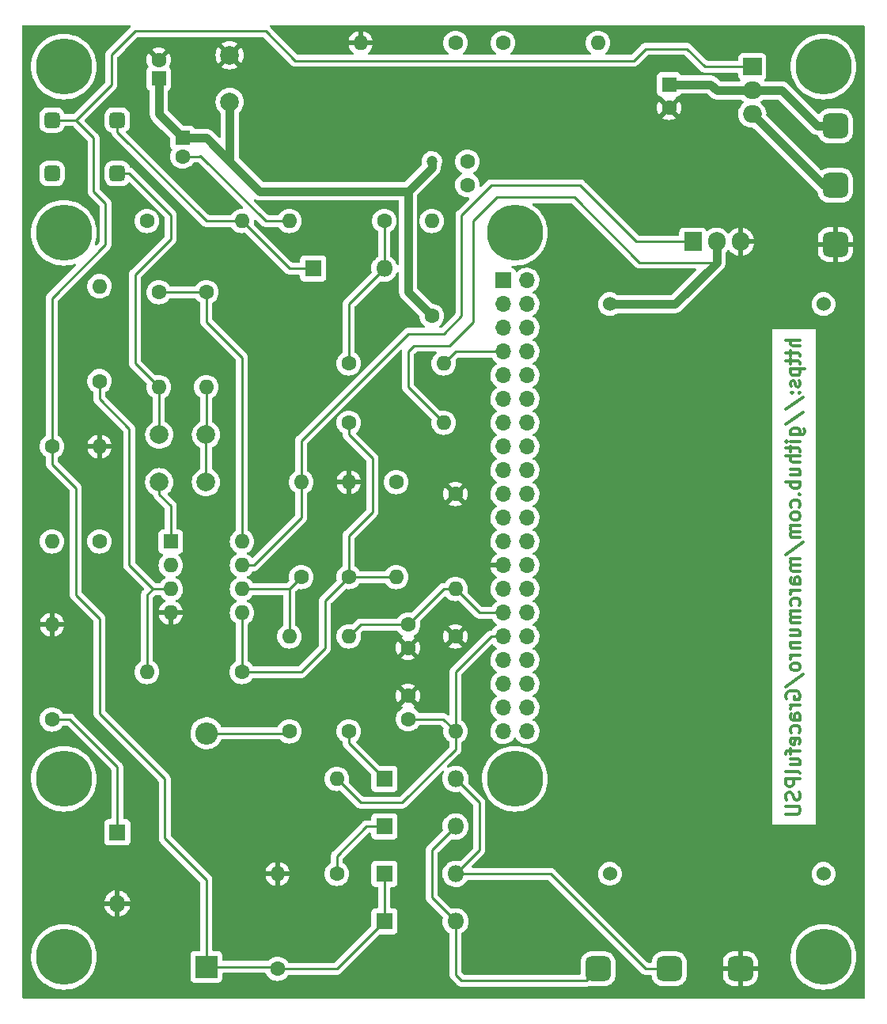
<source format=gbl>
%TF.GenerationSoftware,KiCad,Pcbnew,6.0.0*%
%TF.CreationDate,2022-03-27T17:34:43-07:00*%
%TF.ProjectId,PSU,5053552e-6b69-4636-9164-5f7063625858,rev?*%
%TF.SameCoordinates,Original*%
%TF.FileFunction,Copper,L2,Bot*%
%TF.FilePolarity,Positive*%
%FSLAX46Y46*%
G04 Gerber Fmt 4.6, Leading zero omitted, Abs format (unit mm)*
G04 Created by KiCad (PCBNEW 6.0.0) date 2022-03-27 17:34:43*
%MOMM*%
%LPD*%
G01*
G04 APERTURE LIST*
G04 Aperture macros list*
%AMRoundRect*
0 Rectangle with rounded corners*
0 $1 Rounding radius*
0 $2 $3 $4 $5 $6 $7 $8 $9 X,Y pos of 4 corners*
0 Add a 4 corners polygon primitive as box body*
4,1,4,$2,$3,$4,$5,$6,$7,$8,$9,$2,$3,0*
0 Add four circle primitives for the rounded corners*
1,1,$1+$1,$2,$3*
1,1,$1+$1,$4,$5*
1,1,$1+$1,$6,$7*
1,1,$1+$1,$8,$9*
0 Add four rect primitives between the rounded corners*
20,1,$1+$1,$2,$3,$4,$5,0*
20,1,$1+$1,$4,$5,$6,$7,0*
20,1,$1+$1,$6,$7,$8,$9,0*
20,1,$1+$1,$8,$9,$2,$3,0*%
G04 Aperture macros list end*
%ADD10C,0.300000*%
%TA.AperFunction,NonConductor*%
%ADD11C,0.300000*%
%TD*%
%TA.AperFunction,ComponentPad*%
%ADD12RoundRect,0.675000X-0.675000X-0.675000X0.675000X-0.675000X0.675000X0.675000X-0.675000X0.675000X0*%
%TD*%
%TA.AperFunction,ComponentPad*%
%ADD13R,2.400000X2.400000*%
%TD*%
%TA.AperFunction,ComponentPad*%
%ADD14O,2.400000X2.400000*%
%TD*%
%TA.AperFunction,ComponentPad*%
%ADD15R,1.800000X1.800000*%
%TD*%
%TA.AperFunction,ComponentPad*%
%ADD16O,1.800000X1.800000*%
%TD*%
%TA.AperFunction,ComponentPad*%
%ADD17R,1.600000X1.600000*%
%TD*%
%TA.AperFunction,ComponentPad*%
%ADD18C,1.600000*%
%TD*%
%TA.AperFunction,ComponentPad*%
%ADD19O,1.600000X1.600000*%
%TD*%
%TA.AperFunction,ComponentPad*%
%ADD20R,1.905000X2.000000*%
%TD*%
%TA.AperFunction,ComponentPad*%
%ADD21O,1.905000X2.000000*%
%TD*%
%TA.AperFunction,ComponentPad*%
%ADD22C,6.000000*%
%TD*%
%TA.AperFunction,ComponentPad*%
%ADD23C,2.000000*%
%TD*%
%TA.AperFunction,ComponentPad*%
%ADD24RoundRect,0.425000X-0.425000X-0.425000X0.425000X-0.425000X0.425000X0.425000X-0.425000X0.425000X0*%
%TD*%
%TA.AperFunction,ComponentPad*%
%ADD25R,1.700000X1.700000*%
%TD*%
%TA.AperFunction,ComponentPad*%
%ADD26O,1.700000X1.700000*%
%TD*%
%TA.AperFunction,ComponentPad*%
%ADD27R,2.000000X1.905000*%
%TD*%
%TA.AperFunction,ComponentPad*%
%ADD28O,2.000000X1.905000*%
%TD*%
%TA.AperFunction,ComponentPad*%
%ADD29C,1.524000*%
%TD*%
%TA.AperFunction,ViaPad*%
%ADD30C,1.200000*%
%TD*%
%TA.AperFunction,Conductor*%
%ADD31C,0.250000*%
%TD*%
%TA.AperFunction,Conductor*%
%ADD32C,0.900000*%
%TD*%
G04 APERTURE END LIST*
D10*
D11*
X179113571Y-115612857D02*
X177613571Y-115612857D01*
X179113571Y-116255714D02*
X178327857Y-116255714D01*
X178185000Y-116184285D01*
X178113571Y-116041428D01*
X178113571Y-115827142D01*
X178185000Y-115684285D01*
X178256428Y-115612857D01*
X178113571Y-116755714D02*
X178113571Y-117327142D01*
X177613571Y-116970000D02*
X178899285Y-116970000D01*
X179042142Y-117041428D01*
X179113571Y-117184285D01*
X179113571Y-117327142D01*
X178113571Y-117612857D02*
X178113571Y-118184285D01*
X177613571Y-117827142D02*
X178899285Y-117827142D01*
X179042142Y-117898571D01*
X179113571Y-118041428D01*
X179113571Y-118184285D01*
X178113571Y-118684285D02*
X179613571Y-118684285D01*
X178185000Y-118684285D02*
X178113571Y-118827142D01*
X178113571Y-119112857D01*
X178185000Y-119255714D01*
X178256428Y-119327142D01*
X178399285Y-119398571D01*
X178827857Y-119398571D01*
X178970714Y-119327142D01*
X179042142Y-119255714D01*
X179113571Y-119112857D01*
X179113571Y-118827142D01*
X179042142Y-118684285D01*
X179042142Y-119970000D02*
X179113571Y-120112857D01*
X179113571Y-120398571D01*
X179042142Y-120541428D01*
X178899285Y-120612857D01*
X178827857Y-120612857D01*
X178685000Y-120541428D01*
X178613571Y-120398571D01*
X178613571Y-120184285D01*
X178542142Y-120041428D01*
X178399285Y-119970000D01*
X178327857Y-119970000D01*
X178185000Y-120041428D01*
X178113571Y-120184285D01*
X178113571Y-120398571D01*
X178185000Y-120541428D01*
X178970714Y-121255714D02*
X179042142Y-121327142D01*
X179113571Y-121255714D01*
X179042142Y-121184285D01*
X178970714Y-121255714D01*
X179113571Y-121255714D01*
X178185000Y-121255714D02*
X178256428Y-121327142D01*
X178327857Y-121255714D01*
X178256428Y-121184285D01*
X178185000Y-121255714D01*
X178327857Y-121255714D01*
X177542142Y-123041428D02*
X179470714Y-121755714D01*
X177542142Y-124612857D02*
X179470714Y-123327142D01*
X178113571Y-125755714D02*
X179327857Y-125755714D01*
X179470714Y-125684285D01*
X179542142Y-125612857D01*
X179613571Y-125470000D01*
X179613571Y-125255714D01*
X179542142Y-125112857D01*
X179042142Y-125755714D02*
X179113571Y-125612857D01*
X179113571Y-125327142D01*
X179042142Y-125184285D01*
X178970714Y-125112857D01*
X178827857Y-125041428D01*
X178399285Y-125041428D01*
X178256428Y-125112857D01*
X178185000Y-125184285D01*
X178113571Y-125327142D01*
X178113571Y-125612857D01*
X178185000Y-125755714D01*
X179113571Y-126470000D02*
X178113571Y-126470000D01*
X177613571Y-126470000D02*
X177685000Y-126398571D01*
X177756428Y-126470000D01*
X177685000Y-126541428D01*
X177613571Y-126470000D01*
X177756428Y-126470000D01*
X178113571Y-126970000D02*
X178113571Y-127541428D01*
X177613571Y-127184285D02*
X178899285Y-127184285D01*
X179042142Y-127255714D01*
X179113571Y-127398571D01*
X179113571Y-127541428D01*
X179113571Y-128041428D02*
X177613571Y-128041428D01*
X179113571Y-128684285D02*
X178327857Y-128684285D01*
X178185000Y-128612857D01*
X178113571Y-128470000D01*
X178113571Y-128255714D01*
X178185000Y-128112857D01*
X178256428Y-128041428D01*
X178113571Y-130041428D02*
X179113571Y-130041428D01*
X178113571Y-129398571D02*
X178899285Y-129398571D01*
X179042142Y-129470000D01*
X179113571Y-129612857D01*
X179113571Y-129827142D01*
X179042142Y-129970000D01*
X178970714Y-130041428D01*
X179113571Y-130755714D02*
X177613571Y-130755714D01*
X178185000Y-130755714D02*
X178113571Y-130898571D01*
X178113571Y-131184285D01*
X178185000Y-131327142D01*
X178256428Y-131398571D01*
X178399285Y-131470000D01*
X178827857Y-131470000D01*
X178970714Y-131398571D01*
X179042142Y-131327142D01*
X179113571Y-131184285D01*
X179113571Y-130898571D01*
X179042142Y-130755714D01*
X178970714Y-132112857D02*
X179042142Y-132184285D01*
X179113571Y-132112857D01*
X179042142Y-132041428D01*
X178970714Y-132112857D01*
X179113571Y-132112857D01*
X179042142Y-133470000D02*
X179113571Y-133327142D01*
X179113571Y-133041428D01*
X179042142Y-132898571D01*
X178970714Y-132827142D01*
X178827857Y-132755714D01*
X178399285Y-132755714D01*
X178256428Y-132827142D01*
X178185000Y-132898571D01*
X178113571Y-133041428D01*
X178113571Y-133327142D01*
X178185000Y-133470000D01*
X179113571Y-134327142D02*
X179042142Y-134184285D01*
X178970714Y-134112857D01*
X178827857Y-134041428D01*
X178399285Y-134041428D01*
X178256428Y-134112857D01*
X178185000Y-134184285D01*
X178113571Y-134327142D01*
X178113571Y-134541428D01*
X178185000Y-134684285D01*
X178256428Y-134755714D01*
X178399285Y-134827142D01*
X178827857Y-134827142D01*
X178970714Y-134755714D01*
X179042142Y-134684285D01*
X179113571Y-134541428D01*
X179113571Y-134327142D01*
X179113571Y-135470000D02*
X178113571Y-135470000D01*
X178256428Y-135470000D02*
X178185000Y-135541428D01*
X178113571Y-135684285D01*
X178113571Y-135898571D01*
X178185000Y-136041428D01*
X178327857Y-136112857D01*
X179113571Y-136112857D01*
X178327857Y-136112857D02*
X178185000Y-136184285D01*
X178113571Y-136327142D01*
X178113571Y-136541428D01*
X178185000Y-136684285D01*
X178327857Y-136755714D01*
X179113571Y-136755714D01*
X177542142Y-138541428D02*
X179470714Y-137255714D01*
X179113571Y-139041428D02*
X178113571Y-139041428D01*
X178256428Y-139041428D02*
X178185000Y-139112857D01*
X178113571Y-139255714D01*
X178113571Y-139470000D01*
X178185000Y-139612857D01*
X178327857Y-139684285D01*
X179113571Y-139684285D01*
X178327857Y-139684285D02*
X178185000Y-139755714D01*
X178113571Y-139898571D01*
X178113571Y-140112857D01*
X178185000Y-140255714D01*
X178327857Y-140327142D01*
X179113571Y-140327142D01*
X179113571Y-141684285D02*
X178327857Y-141684285D01*
X178185000Y-141612857D01*
X178113571Y-141470000D01*
X178113571Y-141184285D01*
X178185000Y-141041428D01*
X179042142Y-141684285D02*
X179113571Y-141541428D01*
X179113571Y-141184285D01*
X179042142Y-141041428D01*
X178899285Y-140970000D01*
X178756428Y-140970000D01*
X178613571Y-141041428D01*
X178542142Y-141184285D01*
X178542142Y-141541428D01*
X178470714Y-141684285D01*
X179113571Y-142398571D02*
X178113571Y-142398571D01*
X178399285Y-142398571D02*
X178256428Y-142470000D01*
X178185000Y-142541428D01*
X178113571Y-142684285D01*
X178113571Y-142827142D01*
X179042142Y-143970000D02*
X179113571Y-143827142D01*
X179113571Y-143541428D01*
X179042142Y-143398571D01*
X178970714Y-143327142D01*
X178827857Y-143255714D01*
X178399285Y-143255714D01*
X178256428Y-143327142D01*
X178185000Y-143398571D01*
X178113571Y-143541428D01*
X178113571Y-143827142D01*
X178185000Y-143970000D01*
X179113571Y-144612857D02*
X178113571Y-144612857D01*
X178256428Y-144612857D02*
X178185000Y-144684285D01*
X178113571Y-144827142D01*
X178113571Y-145041428D01*
X178185000Y-145184285D01*
X178327857Y-145255714D01*
X179113571Y-145255714D01*
X178327857Y-145255714D02*
X178185000Y-145327142D01*
X178113571Y-145470000D01*
X178113571Y-145684285D01*
X178185000Y-145827142D01*
X178327857Y-145898571D01*
X179113571Y-145898571D01*
X178113571Y-147255714D02*
X179113571Y-147255714D01*
X178113571Y-146612857D02*
X178899285Y-146612857D01*
X179042142Y-146684285D01*
X179113571Y-146827142D01*
X179113571Y-147041428D01*
X179042142Y-147184285D01*
X178970714Y-147255714D01*
X178113571Y-147970000D02*
X179113571Y-147970000D01*
X178256428Y-147970000D02*
X178185000Y-148041428D01*
X178113571Y-148184285D01*
X178113571Y-148398571D01*
X178185000Y-148541428D01*
X178327857Y-148612857D01*
X179113571Y-148612857D01*
X179113571Y-149327142D02*
X178113571Y-149327142D01*
X178399285Y-149327142D02*
X178256428Y-149398571D01*
X178185000Y-149470000D01*
X178113571Y-149612857D01*
X178113571Y-149755714D01*
X179113571Y-150470000D02*
X179042142Y-150327142D01*
X178970714Y-150255714D01*
X178827857Y-150184285D01*
X178399285Y-150184285D01*
X178256428Y-150255714D01*
X178185000Y-150327142D01*
X178113571Y-150470000D01*
X178113571Y-150684285D01*
X178185000Y-150827142D01*
X178256428Y-150898571D01*
X178399285Y-150970000D01*
X178827857Y-150970000D01*
X178970714Y-150898571D01*
X179042142Y-150827142D01*
X179113571Y-150684285D01*
X179113571Y-150470000D01*
X177542142Y-152684285D02*
X179470714Y-151398571D01*
X177685000Y-153970000D02*
X177613571Y-153827142D01*
X177613571Y-153612857D01*
X177685000Y-153398571D01*
X177827857Y-153255714D01*
X177970714Y-153184285D01*
X178256428Y-153112857D01*
X178470714Y-153112857D01*
X178756428Y-153184285D01*
X178899285Y-153255714D01*
X179042142Y-153398571D01*
X179113571Y-153612857D01*
X179113571Y-153755714D01*
X179042142Y-153970000D01*
X178970714Y-154041428D01*
X178470714Y-154041428D01*
X178470714Y-153755714D01*
X179113571Y-154684285D02*
X178113571Y-154684285D01*
X178399285Y-154684285D02*
X178256428Y-154755714D01*
X178185000Y-154827142D01*
X178113571Y-154970000D01*
X178113571Y-155112857D01*
X179113571Y-156255714D02*
X178327857Y-156255714D01*
X178185000Y-156184285D01*
X178113571Y-156041428D01*
X178113571Y-155755714D01*
X178185000Y-155612857D01*
X179042142Y-156255714D02*
X179113571Y-156112857D01*
X179113571Y-155755714D01*
X179042142Y-155612857D01*
X178899285Y-155541428D01*
X178756428Y-155541428D01*
X178613571Y-155612857D01*
X178542142Y-155755714D01*
X178542142Y-156112857D01*
X178470714Y-156255714D01*
X179042142Y-157612857D02*
X179113571Y-157470000D01*
X179113571Y-157184285D01*
X179042142Y-157041428D01*
X178970714Y-156970000D01*
X178827857Y-156898571D01*
X178399285Y-156898571D01*
X178256428Y-156970000D01*
X178185000Y-157041428D01*
X178113571Y-157184285D01*
X178113571Y-157470000D01*
X178185000Y-157612857D01*
X179042142Y-158827142D02*
X179113571Y-158684285D01*
X179113571Y-158398571D01*
X179042142Y-158255714D01*
X178899285Y-158184285D01*
X178327857Y-158184285D01*
X178185000Y-158255714D01*
X178113571Y-158398571D01*
X178113571Y-158684285D01*
X178185000Y-158827142D01*
X178327857Y-158898571D01*
X178470714Y-158898571D01*
X178613571Y-158184285D01*
X178113571Y-159327142D02*
X178113571Y-159898571D01*
X179113571Y-159541428D02*
X177827857Y-159541428D01*
X177685000Y-159612857D01*
X177613571Y-159755714D01*
X177613571Y-159898571D01*
X178113571Y-161041428D02*
X179113571Y-161041428D01*
X178113571Y-160398571D02*
X178899285Y-160398571D01*
X179042142Y-160470000D01*
X179113571Y-160612857D01*
X179113571Y-160827142D01*
X179042142Y-160970000D01*
X178970714Y-161041428D01*
X179113571Y-161970000D02*
X179042142Y-161827142D01*
X178899285Y-161755714D01*
X177613571Y-161755714D01*
X179113571Y-162541428D02*
X177613571Y-162541428D01*
X177613571Y-163112857D01*
X177685000Y-163255714D01*
X177756428Y-163327142D01*
X177899285Y-163398571D01*
X178113571Y-163398571D01*
X178256428Y-163327142D01*
X178327857Y-163255714D01*
X178399285Y-163112857D01*
X178399285Y-162541428D01*
X179042142Y-163970000D02*
X179113571Y-164184285D01*
X179113571Y-164541428D01*
X179042142Y-164684285D01*
X178970714Y-164755714D01*
X178827857Y-164827142D01*
X178685000Y-164827142D01*
X178542142Y-164755714D01*
X178470714Y-164684285D01*
X178399285Y-164541428D01*
X178327857Y-164255714D01*
X178256428Y-164112857D01*
X178185000Y-164041428D01*
X178042142Y-163970000D01*
X177899285Y-163970000D01*
X177756428Y-164041428D01*
X177685000Y-164112857D01*
X177613571Y-164255714D01*
X177613571Y-164612857D01*
X177685000Y-164827142D01*
X177613571Y-165470000D02*
X178827857Y-165470000D01*
X178970714Y-165541428D01*
X179042142Y-165612857D01*
X179113571Y-165755714D01*
X179113571Y-166041428D01*
X179042142Y-166184285D01*
X178970714Y-166255714D01*
X178827857Y-166327142D01*
X177613571Y-166327142D01*
D12*
X182880000Y-105410000D03*
X182880000Y-92710000D03*
X182880000Y-99060000D03*
X172720000Y-182880000D03*
X157480000Y-182880000D03*
X165100000Y-182880000D03*
D13*
X115587500Y-182680000D03*
D14*
X115587500Y-157680000D03*
D15*
X134620000Y-172720000D03*
D16*
X142240000Y-172720000D03*
D17*
X165100000Y-88265000D03*
D18*
X165100000Y-90765000D03*
X125730000Y-140970000D03*
D19*
X125730000Y-130810000D03*
D18*
X129540000Y-172720000D03*
D19*
X129540000Y-162560000D03*
D18*
X123190000Y-182880000D03*
D19*
X123190000Y-172720000D03*
D20*
X167640000Y-105085000D03*
D21*
X170180000Y-105085000D03*
X172720000Y-105085000D03*
D18*
X137160000Y-146050000D03*
X137160000Y-148550000D03*
D22*
X100330000Y-162560000D03*
D18*
X137160000Y-153670000D03*
X137160000Y-156170000D03*
X130810000Y-124460000D03*
D19*
X140970000Y-124460000D03*
D18*
X110490000Y-110490000D03*
D19*
X110490000Y-120650000D03*
D18*
X147320000Y-83820000D03*
D19*
X157480000Y-83820000D03*
D22*
X100330000Y-104140000D03*
D17*
X110490000Y-87630000D03*
D18*
X110490000Y-85630000D03*
D23*
X115530000Y-130810000D03*
X110530000Y-130810000D03*
D18*
X142240000Y-147320000D03*
D19*
X142240000Y-157480000D03*
D23*
X118070000Y-90130000D03*
X118070000Y-85130000D03*
D18*
X115570000Y-110490000D03*
D19*
X115570000Y-120650000D03*
D18*
X130810000Y-118110000D03*
D19*
X140970000Y-118110000D03*
D24*
X106045000Y-92075000D03*
D18*
X143510000Y-96520000D03*
X143510000Y-99020000D03*
X99060000Y-127000000D03*
D19*
X99060000Y-137160000D03*
D18*
X104140000Y-120015000D03*
D19*
X104140000Y-109855000D03*
D22*
X181610000Y-181610000D03*
X148590000Y-162560000D03*
D15*
X134620000Y-177800000D03*
D16*
X142240000Y-177800000D03*
D15*
X106045000Y-168275000D03*
D16*
X106045000Y-175895000D03*
D18*
X130810000Y-140970000D03*
D19*
X130810000Y-130810000D03*
D22*
X100330000Y-181610000D03*
D18*
X134620000Y-102870000D03*
D19*
X124460000Y-102870000D03*
D18*
X142240000Y-132080000D03*
D19*
X142240000Y-142240000D03*
D15*
X134620000Y-162560000D03*
D16*
X142240000Y-162560000D03*
D18*
X109220000Y-102870000D03*
D19*
X119380000Y-102870000D03*
D17*
X113030000Y-93980000D03*
D18*
X113030000Y-95980000D03*
D24*
X99060000Y-92075000D03*
D18*
X119380000Y-151130000D03*
D19*
X109220000Y-151130000D03*
D18*
X124460000Y-157480000D03*
D19*
X124460000Y-147320000D03*
D25*
X147315000Y-109225000D03*
D26*
X149855000Y-109225000D03*
X147315000Y-111765000D03*
X149855000Y-111765000D03*
X147315000Y-114305000D03*
X149855000Y-114305000D03*
X147315000Y-116845000D03*
X149855000Y-116845000D03*
X147315000Y-119385000D03*
X149855000Y-119385000D03*
X147315000Y-121925000D03*
X149855000Y-121925000D03*
X147315000Y-124465000D03*
X149855000Y-124465000D03*
X147315000Y-127005000D03*
X149855000Y-127005000D03*
X147315000Y-129545000D03*
X149855000Y-129545000D03*
X147315000Y-132085000D03*
X149855000Y-132085000D03*
X147315000Y-134625000D03*
X149855000Y-134625000D03*
X147315000Y-137165000D03*
X149855000Y-137165000D03*
X147315000Y-139705000D03*
X149855000Y-139705000D03*
X147315000Y-142245000D03*
X149855000Y-142245000D03*
X147315000Y-144785000D03*
X149855000Y-144785000D03*
X147315000Y-147325000D03*
X149855000Y-147325000D03*
X147315000Y-149865000D03*
X149855000Y-149865000D03*
X147315000Y-152405000D03*
X149855000Y-152405000D03*
X147315000Y-154945000D03*
X149855000Y-154945000D03*
X147315000Y-157485000D03*
X149855000Y-157485000D03*
D22*
X148590000Y-104140000D03*
D18*
X142240000Y-83820000D03*
D19*
X132080000Y-83820000D03*
D18*
X130810000Y-157480000D03*
D19*
X130810000Y-147320000D03*
D22*
X100330000Y-86360000D03*
X181610000Y-86360000D03*
D18*
X135890000Y-130810000D03*
D19*
X135890000Y-140970000D03*
D18*
X104140000Y-137160000D03*
D19*
X104140000Y-127000000D03*
D18*
X99060000Y-156210000D03*
D19*
X99060000Y-146050000D03*
D27*
X173990000Y-86360000D03*
D28*
X173990000Y-88900000D03*
X173990000Y-91440000D03*
D24*
X106045000Y-97790000D03*
D15*
X134620000Y-167640000D03*
D16*
X142240000Y-167640000D03*
D23*
X115530000Y-125730000D03*
X110530000Y-125730000D03*
D29*
X181610000Y-172720000D03*
X181610000Y-111760000D03*
X158750000Y-111760000D03*
X158750000Y-172720000D03*
D17*
X111770000Y-137170000D03*
D19*
X111770000Y-139710000D03*
X111770000Y-142250000D03*
X111770000Y-144790000D03*
X119390000Y-144790000D03*
X119390000Y-142250000D03*
X119390000Y-139710000D03*
X119390000Y-137170000D03*
D18*
X139700000Y-113030000D03*
D19*
X139700000Y-102870000D03*
D15*
X127000000Y-107950000D03*
D16*
X134620000Y-107950000D03*
D24*
X99060000Y-97790000D03*
D30*
X120015000Y-107950000D03*
X139700000Y-96520000D03*
D31*
X173990000Y-86360000D02*
X168910000Y-86360000D01*
X168910000Y-86360000D02*
X167005000Y-84455000D01*
X107950000Y-82550000D02*
X105410000Y-85090000D01*
X167005000Y-84455000D02*
X162560000Y-84455000D01*
X162560000Y-84455000D02*
X161290000Y-85725000D01*
X161290000Y-85725000D02*
X125095000Y-85725000D01*
X125095000Y-85725000D02*
X121920000Y-82550000D01*
X121920000Y-82550000D02*
X107950000Y-82550000D01*
X105410000Y-85090000D02*
X105410000Y-88265000D01*
X105410000Y-88265000D02*
X101600000Y-92075000D01*
D32*
X170180000Y-88900000D02*
X169545000Y-88265000D01*
X169545000Y-88265000D02*
X165100000Y-88265000D01*
X170180000Y-88900000D02*
X173990000Y-88900000D01*
D31*
X115587500Y-157680000D02*
X124260000Y-157680000D01*
X106045000Y-161290000D02*
X106045000Y-168275000D01*
X124260000Y-157680000D02*
X124460000Y-157480000D01*
X99060000Y-156210000D02*
X100965000Y-156210000D01*
X100965000Y-156210000D02*
X106045000Y-161290000D01*
X99060000Y-128905000D02*
X101600000Y-131445000D01*
X115587500Y-173372500D02*
X115587500Y-182680000D01*
X101600000Y-92075000D02*
X99060000Y-92075000D01*
X104140000Y-155575000D02*
X111125000Y-162560000D01*
X104140000Y-145415000D02*
X104140000Y-155575000D01*
X104775000Y-105410000D02*
X99060000Y-111125000D01*
X134620000Y-172720000D02*
X134620000Y-177800000D01*
X111125000Y-168910000D02*
X115587500Y-173372500D01*
X123190000Y-182880000D02*
X129540000Y-182880000D01*
X103505000Y-93980000D02*
X103505000Y-99695000D01*
X129540000Y-182880000D02*
X134620000Y-177800000D01*
X122990000Y-182680000D02*
X123190000Y-182880000D01*
X115587500Y-182680000D02*
X122990000Y-182680000D01*
X101600000Y-92075000D02*
X103505000Y-93980000D01*
X99060000Y-111125000D02*
X99060000Y-127000000D01*
X99060000Y-127000000D02*
X99060000Y-128905000D01*
X101600000Y-142875000D02*
X104140000Y-145415000D01*
X104775000Y-100965000D02*
X104775000Y-105410000D01*
X111125000Y-162560000D02*
X111125000Y-168910000D01*
X101600000Y-131445000D02*
X101600000Y-142875000D01*
X103505000Y-99695000D02*
X104775000Y-100965000D01*
D32*
X165735000Y-111760000D02*
X158750000Y-111760000D01*
D31*
X137160000Y-120650000D02*
X140970000Y-124460000D01*
X161925000Y-107315000D02*
X154940000Y-100330000D01*
D32*
X170180000Y-107315000D02*
X165735000Y-111760000D01*
D31*
X144145000Y-102870000D02*
X144145000Y-113665000D01*
X141605000Y-116205000D02*
X137795000Y-116205000D01*
X137160000Y-116840000D02*
X137160000Y-120650000D01*
X146685000Y-100330000D02*
X144145000Y-102870000D01*
X137795000Y-116205000D02*
X137160000Y-116840000D01*
D32*
X170180000Y-105085000D02*
X170180000Y-107315000D01*
D31*
X170180000Y-107315000D02*
X161925000Y-107315000D01*
X154940000Y-100330000D02*
X146685000Y-100330000D01*
X144145000Y-113665000D02*
X141605000Y-116205000D01*
X136525000Y-165100000D02*
X142240000Y-159385000D01*
X146055000Y-147325000D02*
X142240000Y-151140000D01*
X142240000Y-151140000D02*
X142240000Y-157480000D01*
X129540000Y-162560000D02*
X132080000Y-165100000D01*
X132080000Y-165100000D02*
X136525000Y-165100000D01*
X137160000Y-156170000D02*
X140930000Y-156170000D01*
X140930000Y-156170000D02*
X142240000Y-157480000D01*
X147315000Y-147325000D02*
X146055000Y-147325000D01*
X142240000Y-159385000D02*
X142240000Y-157480000D01*
X124460000Y-102870000D02*
X121920000Y-102870000D01*
X121920000Y-102870000D02*
X114935000Y-95885000D01*
X114840000Y-95980000D02*
X113030000Y-95980000D01*
X114935000Y-95885000D02*
X114840000Y-95980000D01*
X130810000Y-147320000D02*
X132080000Y-146050000D01*
X144785000Y-144785000D02*
X142240000Y-142240000D01*
X140970000Y-142240000D02*
X142240000Y-142240000D01*
X132080000Y-146050000D02*
X137160000Y-146050000D01*
X147315000Y-144785000D02*
X144785000Y-144785000D01*
X137160000Y-146050000D02*
X140970000Y-142240000D01*
X119390000Y-137170000D02*
X119390000Y-117485000D01*
X119390000Y-117485000D02*
X115570000Y-113665000D01*
X115570000Y-110490000D02*
X110490000Y-110490000D01*
X115570000Y-113665000D02*
X115570000Y-110490000D01*
X129540000Y-170815000D02*
X129540000Y-172720000D01*
X132715000Y-167640000D02*
X129540000Y-170815000D01*
X134620000Y-167640000D02*
X132715000Y-167640000D01*
X106045000Y-93345000D02*
X115570000Y-102870000D01*
X110530000Y-130810000D02*
X110530000Y-132120000D01*
X124460000Y-107950000D02*
X119380000Y-102870000D01*
X127000000Y-107950000D02*
X124460000Y-107950000D01*
X111770000Y-133360000D02*
X111770000Y-137170000D01*
X106045000Y-92075000D02*
X106045000Y-93345000D01*
X110530000Y-132120000D02*
X111770000Y-133360000D01*
X115570000Y-102870000D02*
X119380000Y-102870000D01*
X139700000Y-175260000D02*
X142240000Y-177800000D01*
X142875000Y-184150000D02*
X156210000Y-184150000D01*
X139700000Y-170180000D02*
X139700000Y-175260000D01*
X156210000Y-184150000D02*
X157480000Y-182880000D01*
X142240000Y-183515000D02*
X142875000Y-184150000D01*
X142240000Y-167640000D02*
X139700000Y-170180000D01*
X142240000Y-177800000D02*
X142240000Y-183515000D01*
X115570000Y-125690000D02*
X115530000Y-125730000D01*
X115570000Y-120650000D02*
X115570000Y-125690000D01*
X115530000Y-125730000D02*
X115530000Y-130810000D01*
D32*
X113030000Y-93980000D02*
X115570000Y-93980000D01*
X115570000Y-93980000D02*
X118070000Y-96480000D01*
X137160000Y-110490000D02*
X139700000Y-113030000D01*
X137160000Y-99695000D02*
X121285000Y-99695000D01*
X110490000Y-91440000D02*
X113030000Y-93980000D01*
X139700000Y-97155000D02*
X137160000Y-99695000D01*
X137160000Y-99695000D02*
X137160000Y-110490000D01*
X121285000Y-99695000D02*
X118070000Y-96480000D01*
X110490000Y-87630000D02*
X110490000Y-91440000D01*
X118070000Y-96480000D02*
X118070000Y-90130000D01*
X139700000Y-96520000D02*
X139700000Y-97155000D01*
X180975000Y-92710000D02*
X182880000Y-92710000D01*
X173990000Y-88900000D02*
X177165000Y-88900000D01*
X177165000Y-88900000D02*
X180975000Y-92710000D01*
D31*
X144780000Y-170180000D02*
X142240000Y-172720000D01*
X144780000Y-165100000D02*
X144780000Y-170180000D01*
X142240000Y-172720000D02*
X152400000Y-172720000D01*
X142240000Y-162560000D02*
X144780000Y-165100000D01*
X162560000Y-182880000D02*
X165100000Y-182880000D01*
X152400000Y-172720000D02*
X162560000Y-182880000D01*
X130810000Y-158750000D02*
X134620000Y-162560000D01*
X130810000Y-157480000D02*
X130810000Y-158750000D01*
X142235000Y-116845000D02*
X140970000Y-118110000D01*
X147315000Y-116845000D02*
X142235000Y-116845000D01*
X107950000Y-108585000D02*
X107950000Y-118110000D01*
X110490000Y-125690000D02*
X110530000Y-125730000D01*
X111760000Y-104775000D02*
X107950000Y-108585000D01*
X110490000Y-120650000D02*
X110490000Y-125690000D01*
X107315000Y-97790000D02*
X111760000Y-102235000D01*
X111760000Y-102235000D02*
X111760000Y-104775000D01*
X107950000Y-118110000D02*
X110490000Y-120650000D01*
X106045000Y-97790000D02*
X107315000Y-97790000D01*
X155575000Y-99060000D02*
X146050000Y-99060000D01*
X146050000Y-99060000D02*
X142875000Y-102235000D01*
X125730000Y-134620000D02*
X125730000Y-130810000D01*
X119390000Y-139710000D02*
X120640000Y-139710000D01*
X125730000Y-126365000D02*
X125730000Y-130810000D01*
X137160000Y-114935000D02*
X125730000Y-126365000D01*
X140970000Y-114935000D02*
X137160000Y-114935000D01*
X142875000Y-113030000D02*
X140970000Y-114935000D01*
X167640000Y-105085000D02*
X161600000Y-105085000D01*
X161600000Y-105085000D02*
X155575000Y-99060000D01*
X142875000Y-102235000D02*
X142875000Y-113030000D01*
X120640000Y-139710000D02*
X125730000Y-134620000D01*
X124460000Y-142260000D02*
X124460000Y-147320000D01*
X124450000Y-142250000D02*
X124460000Y-142260000D01*
X119390000Y-142250000D02*
X124450000Y-142250000D01*
X124450000Y-142250000D02*
X125730000Y-140970000D01*
X128270000Y-143510000D02*
X130810000Y-140970000D01*
X130810000Y-140970000D02*
X130810000Y-136525000D01*
X130810000Y-125730000D02*
X130810000Y-124460000D01*
X119390000Y-144790000D02*
X119390000Y-151120000D01*
X119380000Y-151130000D02*
X125730000Y-151130000D01*
X130810000Y-140970000D02*
X135890000Y-140970000D01*
X133350000Y-133985000D02*
X133350000Y-128270000D01*
X119390000Y-151120000D02*
X119380000Y-151130000D01*
X133350000Y-128270000D02*
X130810000Y-125730000D01*
X128270000Y-148590000D02*
X128270000Y-143510000D01*
X125730000Y-151130000D02*
X128270000Y-148590000D01*
X130810000Y-136525000D02*
X133350000Y-133985000D01*
X107315000Y-125095000D02*
X107315000Y-139700000D01*
X109845000Y-142250000D02*
X109220000Y-142875000D01*
X111770000Y-142250000D02*
X109845000Y-142250000D01*
X104140000Y-120015000D02*
X104140000Y-121920000D01*
X109220000Y-142875000D02*
X109220000Y-151130000D01*
X107315000Y-139700000D02*
X109855000Y-142240000D01*
X104140000Y-121920000D02*
X107315000Y-125095000D01*
D32*
X173990000Y-91440000D02*
X181610000Y-99060000D01*
X181610000Y-99060000D02*
X182880000Y-99060000D01*
D31*
X134620000Y-107950000D02*
X134620000Y-102870000D01*
X130810000Y-118110000D02*
X130810000Y-111760000D01*
X130810000Y-111760000D02*
X134620000Y-107950000D01*
%TA.AperFunction,Conductor*%
G36*
X107453026Y-81935002D02*
G01*
X107499519Y-81988658D01*
X107509623Y-82058932D01*
X107480129Y-82123512D01*
X107474000Y-82130095D01*
X105017747Y-84586348D01*
X105009461Y-84593888D01*
X105002982Y-84598000D01*
X104997557Y-84603777D01*
X104956357Y-84647651D01*
X104953602Y-84650493D01*
X104933865Y-84670230D01*
X104931385Y-84673427D01*
X104923682Y-84682447D01*
X104893414Y-84714679D01*
X104889595Y-84721625D01*
X104889593Y-84721628D01*
X104883652Y-84732434D01*
X104872801Y-84748953D01*
X104860386Y-84764959D01*
X104857241Y-84772228D01*
X104857238Y-84772232D01*
X104842826Y-84805537D01*
X104837609Y-84816187D01*
X104816305Y-84854940D01*
X104814334Y-84862615D01*
X104814334Y-84862616D01*
X104811267Y-84874562D01*
X104804863Y-84893266D01*
X104796819Y-84911855D01*
X104795580Y-84919678D01*
X104795577Y-84919688D01*
X104789901Y-84955524D01*
X104787495Y-84967144D01*
X104782047Y-84988364D01*
X104776500Y-85009970D01*
X104776500Y-85030224D01*
X104774949Y-85049934D01*
X104771780Y-85069943D01*
X104772526Y-85077835D01*
X104775941Y-85113961D01*
X104776500Y-85125819D01*
X104776500Y-87950406D01*
X104756498Y-88018527D01*
X104739595Y-88039501D01*
X101374500Y-91404595D01*
X101312188Y-91438621D01*
X101285405Y-91441500D01*
X100492247Y-91441500D01*
X100424126Y-91421498D01*
X100377633Y-91367842D01*
X100370541Y-91348113D01*
X100363008Y-91319999D01*
X100363005Y-91319990D01*
X100361298Y-91313621D01*
X100272211Y-91138779D01*
X100148720Y-90986280D01*
X99996221Y-90862789D01*
X99821379Y-90773702D01*
X99809336Y-90770475D01*
X99637413Y-90724408D01*
X99637409Y-90724407D01*
X99631836Y-90722914D01*
X99626080Y-90722461D01*
X99552794Y-90716693D01*
X99552785Y-90716693D01*
X99550337Y-90716500D01*
X99060199Y-90716500D01*
X98569664Y-90716501D01*
X98519780Y-90720426D01*
X98493918Y-90722461D01*
X98493915Y-90722461D01*
X98488164Y-90722914D01*
X98378912Y-90752188D01*
X98320032Y-90767965D01*
X98298621Y-90773702D01*
X98123779Y-90862789D01*
X97971280Y-90986280D01*
X97847789Y-91138779D01*
X97758702Y-91313621D01*
X97756994Y-91319994D01*
X97756994Y-91319995D01*
X97714644Y-91478048D01*
X97707914Y-91503164D01*
X97707461Y-91508918D01*
X97707461Y-91508920D01*
X97701694Y-91582204D01*
X97701500Y-91584663D01*
X97701501Y-92565336D01*
X97707914Y-92646836D01*
X97758702Y-92836379D01*
X97847789Y-93011221D01*
X97971280Y-93163720D01*
X98123779Y-93287211D01*
X98298621Y-93376298D01*
X98304994Y-93378006D01*
X98304995Y-93378006D01*
X98482587Y-93425592D01*
X98482591Y-93425593D01*
X98488164Y-93427086D01*
X98493920Y-93427539D01*
X98567206Y-93433307D01*
X98567215Y-93433307D01*
X98569663Y-93433500D01*
X99059801Y-93433500D01*
X99550336Y-93433499D01*
X99600220Y-93429574D01*
X99626082Y-93427539D01*
X99626085Y-93427539D01*
X99631836Y-93427086D01*
X99771922Y-93389550D01*
X99815005Y-93378006D01*
X99815006Y-93378006D01*
X99821379Y-93376298D01*
X99996221Y-93287211D01*
X100148720Y-93163720D01*
X100272211Y-93011221D01*
X100361298Y-92836379D01*
X100363006Y-92830005D01*
X100363008Y-92830001D01*
X100370541Y-92801887D01*
X100407493Y-92741265D01*
X100471354Y-92710244D01*
X100492247Y-92708500D01*
X101285406Y-92708500D01*
X101353527Y-92728502D01*
X101374501Y-92745405D01*
X102834595Y-94205500D01*
X102868621Y-94267812D01*
X102871500Y-94294595D01*
X102871500Y-99616233D01*
X102870973Y-99627416D01*
X102869298Y-99634909D01*
X102869547Y-99642835D01*
X102869547Y-99642836D01*
X102871438Y-99702986D01*
X102871500Y-99706945D01*
X102871500Y-99734856D01*
X102871997Y-99738790D01*
X102871997Y-99738791D01*
X102872005Y-99738856D01*
X102872938Y-99750693D01*
X102874327Y-99794889D01*
X102878130Y-99807978D01*
X102879978Y-99814339D01*
X102883987Y-99833700D01*
X102886526Y-99853797D01*
X102889445Y-99861168D01*
X102889445Y-99861170D01*
X102902804Y-99894912D01*
X102906649Y-99906142D01*
X102914017Y-99931502D01*
X102918982Y-99948593D01*
X102923015Y-99955412D01*
X102923017Y-99955417D01*
X102929293Y-99966028D01*
X102937988Y-99983776D01*
X102945448Y-100002617D01*
X102950110Y-100009033D01*
X102950110Y-100009034D01*
X102971436Y-100038387D01*
X102977952Y-100048307D01*
X102994385Y-100076093D01*
X103000458Y-100086362D01*
X103014779Y-100100683D01*
X103027619Y-100115716D01*
X103039528Y-100132107D01*
X103070251Y-100157523D01*
X103073605Y-100160298D01*
X103082384Y-100168288D01*
X104104595Y-101190499D01*
X104138621Y-101252811D01*
X104141500Y-101279594D01*
X104141500Y-105095406D01*
X104121498Y-105163527D01*
X104104595Y-105184501D01*
X103846260Y-105442836D01*
X103783948Y-105476862D01*
X103713133Y-105471797D01*
X103656297Y-105429250D01*
X103631486Y-105362730D01*
X103639534Y-105308587D01*
X103670175Y-105228764D01*
X103670176Y-105228762D01*
X103671361Y-105225674D01*
X103766541Y-104870459D01*
X103824069Y-104507241D01*
X103843315Y-104140000D01*
X103824069Y-103772759D01*
X103817126Y-103728919D01*
X103791250Y-103565548D01*
X103766541Y-103409541D01*
X103671361Y-103054326D01*
X103539573Y-102711006D01*
X103515707Y-102664166D01*
X103374119Y-102386284D01*
X103374115Y-102386277D01*
X103372620Y-102383343D01*
X103299547Y-102270819D01*
X103174134Y-102077700D01*
X103172332Y-102074925D01*
X102940902Y-101789133D01*
X102680867Y-101529098D01*
X102395075Y-101297668D01*
X102086658Y-101097380D01*
X102083724Y-101095885D01*
X102083717Y-101095881D01*
X101761934Y-100931925D01*
X101758994Y-100930427D01*
X101415674Y-100798639D01*
X101060459Y-100703459D01*
X100816098Y-100664756D01*
X100700489Y-100646445D01*
X100700481Y-100646444D01*
X100697241Y-100645931D01*
X100330000Y-100626685D01*
X99962759Y-100645931D01*
X99959519Y-100646444D01*
X99959511Y-100646445D01*
X99843902Y-100664756D01*
X99599541Y-100703459D01*
X99244326Y-100798639D01*
X98901006Y-100930427D01*
X98898066Y-100931925D01*
X98576284Y-101095881D01*
X98576277Y-101095885D01*
X98573343Y-101097380D01*
X98264925Y-101297668D01*
X97979133Y-101529098D01*
X97719098Y-101789133D01*
X97487668Y-102074925D01*
X97485866Y-102077700D01*
X97360454Y-102270819D01*
X97287380Y-102383343D01*
X97285885Y-102386277D01*
X97285881Y-102386284D01*
X97144293Y-102664166D01*
X97120427Y-102711006D01*
X96988639Y-103054326D01*
X96893459Y-103409541D01*
X96868750Y-103565548D01*
X96842875Y-103728919D01*
X96835931Y-103772759D01*
X96816685Y-104140000D01*
X96835931Y-104507241D01*
X96893459Y-104870459D01*
X96988639Y-105225674D01*
X96989824Y-105228762D01*
X96989825Y-105228764D01*
X97006579Y-105272409D01*
X97120427Y-105568994D01*
X97121925Y-105571934D01*
X97264796Y-105852333D01*
X97287380Y-105896657D01*
X97289176Y-105899423D01*
X97289178Y-105899426D01*
X97336729Y-105972648D01*
X97487668Y-106205075D01*
X97719098Y-106490867D01*
X97979133Y-106750902D01*
X98264925Y-106982332D01*
X98267700Y-106984134D01*
X98516817Y-107145912D01*
X98573342Y-107182620D01*
X98576276Y-107184115D01*
X98576283Y-107184119D01*
X98896223Y-107347136D01*
X98901006Y-107349573D01*
X99060776Y-107410903D01*
X99238827Y-107479250D01*
X99244326Y-107481361D01*
X99599541Y-107576541D01*
X99787533Y-107606316D01*
X99959511Y-107633555D01*
X99959519Y-107633556D01*
X99962759Y-107634069D01*
X100330000Y-107653315D01*
X100697241Y-107634069D01*
X100700481Y-107633556D01*
X100700489Y-107633555D01*
X100872467Y-107606316D01*
X101060459Y-107576541D01*
X101415674Y-107481361D01*
X101418764Y-107480175D01*
X101498587Y-107449534D01*
X101569351Y-107443795D01*
X101631985Y-107477226D01*
X101666601Y-107539211D01*
X101662210Y-107610072D01*
X101632836Y-107656260D01*
X100128102Y-109160993D01*
X98667747Y-110621348D01*
X98659461Y-110628888D01*
X98652982Y-110633000D01*
X98610032Y-110678738D01*
X98606357Y-110682651D01*
X98603602Y-110685493D01*
X98583865Y-110705230D01*
X98581385Y-110708427D01*
X98573682Y-110717447D01*
X98543414Y-110749679D01*
X98539595Y-110756625D01*
X98539593Y-110756628D01*
X98533652Y-110767434D01*
X98522801Y-110783953D01*
X98510386Y-110799959D01*
X98507241Y-110807228D01*
X98507238Y-110807232D01*
X98492826Y-110840537D01*
X98487609Y-110851187D01*
X98466305Y-110889940D01*
X98464334Y-110897615D01*
X98464334Y-110897616D01*
X98461267Y-110909562D01*
X98454863Y-110928266D01*
X98450817Y-110937617D01*
X98446819Y-110946855D01*
X98445580Y-110954678D01*
X98445577Y-110954688D01*
X98439901Y-110990524D01*
X98437495Y-111002144D01*
X98426500Y-111044970D01*
X98426500Y-111065224D01*
X98424949Y-111084934D01*
X98421780Y-111104943D01*
X98422526Y-111112835D01*
X98425941Y-111148961D01*
X98426500Y-111160819D01*
X98426500Y-125780606D01*
X98406498Y-125848727D01*
X98372771Y-125883819D01*
X98220211Y-125990643D01*
X98220208Y-125990645D01*
X98215700Y-125993802D01*
X98053802Y-126155700D01*
X98050645Y-126160208D01*
X98050643Y-126160211D01*
X97997303Y-126236389D01*
X97922477Y-126343251D01*
X97920154Y-126348233D01*
X97920151Y-126348238D01*
X97831060Y-126539297D01*
X97825716Y-126550757D01*
X97824294Y-126556065D01*
X97824293Y-126556067D01*
X97776756Y-126733478D01*
X97766457Y-126771913D01*
X97746502Y-127000000D01*
X97746981Y-127005475D01*
X97761297Y-127169105D01*
X97766457Y-127228087D01*
X97767881Y-127233400D01*
X97767881Y-127233402D01*
X97814557Y-127407596D01*
X97825716Y-127449243D01*
X97828039Y-127454224D01*
X97828039Y-127454225D01*
X97920151Y-127651762D01*
X97920154Y-127651767D01*
X97922477Y-127656749D01*
X97954469Y-127702438D01*
X98045815Y-127832893D01*
X98053802Y-127844300D01*
X98215700Y-128006198D01*
X98220208Y-128009355D01*
X98220211Y-128009357D01*
X98372771Y-128116181D01*
X98417099Y-128171638D01*
X98426500Y-128219394D01*
X98426500Y-128826233D01*
X98425973Y-128837416D01*
X98424298Y-128844909D01*
X98424547Y-128852835D01*
X98424547Y-128852836D01*
X98426438Y-128912986D01*
X98426500Y-128916945D01*
X98426500Y-128944856D01*
X98426997Y-128948790D01*
X98426997Y-128948791D01*
X98427005Y-128948856D01*
X98427938Y-128960693D01*
X98429327Y-129004889D01*
X98434978Y-129024339D01*
X98438987Y-129043700D01*
X98441526Y-129063797D01*
X98444445Y-129071168D01*
X98444445Y-129071170D01*
X98457804Y-129104912D01*
X98461649Y-129116142D01*
X98473982Y-129158593D01*
X98478015Y-129165412D01*
X98478017Y-129165417D01*
X98484293Y-129176028D01*
X98492988Y-129193776D01*
X98500448Y-129212617D01*
X98505110Y-129219033D01*
X98505110Y-129219034D01*
X98526436Y-129248387D01*
X98532952Y-129258307D01*
X98548495Y-129284588D01*
X98555458Y-129296362D01*
X98569779Y-129310683D01*
X98582619Y-129325716D01*
X98594528Y-129342107D01*
X98628605Y-129370298D01*
X98637384Y-129378288D01*
X100929595Y-131670499D01*
X100963621Y-131732811D01*
X100966500Y-131759594D01*
X100966500Y-142796233D01*
X100965973Y-142807416D01*
X100964298Y-142814909D01*
X100964547Y-142822835D01*
X100964547Y-142822836D01*
X100966438Y-142882986D01*
X100966500Y-142886945D01*
X100966500Y-142914856D01*
X100966997Y-142918790D01*
X100966997Y-142918791D01*
X100967005Y-142918856D01*
X100967938Y-142930693D01*
X100969327Y-142974889D01*
X100974978Y-142994339D01*
X100978987Y-143013700D01*
X100981526Y-143033797D01*
X100984445Y-143041168D01*
X100984445Y-143041170D01*
X100997804Y-143074912D01*
X101001649Y-143086142D01*
X101013982Y-143128593D01*
X101018015Y-143135412D01*
X101018017Y-143135417D01*
X101024293Y-143146028D01*
X101032988Y-143163776D01*
X101040448Y-143182617D01*
X101045110Y-143189033D01*
X101045110Y-143189034D01*
X101066436Y-143218387D01*
X101072952Y-143228307D01*
X101095458Y-143266362D01*
X101109779Y-143280683D01*
X101122619Y-143295716D01*
X101134528Y-143312107D01*
X101158399Y-143331855D01*
X101168605Y-143340298D01*
X101177384Y-143348288D01*
X103469595Y-145640499D01*
X103503621Y-145702811D01*
X103506500Y-145729594D01*
X103506500Y-155496233D01*
X103505973Y-155507416D01*
X103504298Y-155514909D01*
X103504547Y-155522835D01*
X103504547Y-155522836D01*
X103506438Y-155582986D01*
X103506500Y-155586945D01*
X103506500Y-155614856D01*
X103506997Y-155618790D01*
X103506997Y-155618791D01*
X103507005Y-155618856D01*
X103507938Y-155630693D01*
X103509327Y-155674889D01*
X103514136Y-155691441D01*
X103514978Y-155694339D01*
X103518987Y-155713700D01*
X103521526Y-155733797D01*
X103524445Y-155741168D01*
X103524445Y-155741170D01*
X103537804Y-155774912D01*
X103541649Y-155786142D01*
X103549017Y-155811502D01*
X103553982Y-155828593D01*
X103558015Y-155835412D01*
X103558017Y-155835417D01*
X103564293Y-155846028D01*
X103572988Y-155863776D01*
X103580448Y-155882617D01*
X103585110Y-155889033D01*
X103585110Y-155889034D01*
X103606436Y-155918387D01*
X103612952Y-155928307D01*
X103624240Y-155947393D01*
X103635458Y-155966362D01*
X103649779Y-155980683D01*
X103662619Y-155995716D01*
X103674528Y-156012107D01*
X103680634Y-156017158D01*
X103708605Y-156040298D01*
X103717384Y-156048288D01*
X110454595Y-162785500D01*
X110488621Y-162847812D01*
X110491500Y-162874595D01*
X110491500Y-168831233D01*
X110490973Y-168842416D01*
X110489298Y-168849909D01*
X110489547Y-168857835D01*
X110489547Y-168857836D01*
X110491438Y-168917986D01*
X110491500Y-168921945D01*
X110491500Y-168949856D01*
X110491997Y-168953790D01*
X110491997Y-168953791D01*
X110492005Y-168953856D01*
X110492938Y-168965693D01*
X110494327Y-169009889D01*
X110497974Y-169022442D01*
X110499978Y-169029339D01*
X110503987Y-169048700D01*
X110506526Y-169068797D01*
X110509445Y-169076168D01*
X110509445Y-169076170D01*
X110522804Y-169109912D01*
X110526649Y-169121142D01*
X110538982Y-169163593D01*
X110543015Y-169170412D01*
X110543017Y-169170417D01*
X110549293Y-169181028D01*
X110557988Y-169198776D01*
X110565448Y-169217617D01*
X110570110Y-169224033D01*
X110570110Y-169224034D01*
X110591436Y-169253387D01*
X110597952Y-169263307D01*
X110620458Y-169301362D01*
X110634779Y-169315683D01*
X110647619Y-169330716D01*
X110659528Y-169347107D01*
X110665634Y-169352158D01*
X110693605Y-169375298D01*
X110702384Y-169383288D01*
X114917095Y-173598000D01*
X114951121Y-173660312D01*
X114954000Y-173687095D01*
X114954000Y-180845500D01*
X114933998Y-180913621D01*
X114880342Y-180960114D01*
X114828000Y-180971500D01*
X114339366Y-180971500D01*
X114277184Y-180978255D01*
X114140795Y-181029385D01*
X114024239Y-181116739D01*
X113936885Y-181233295D01*
X113885755Y-181369684D01*
X113879000Y-181431866D01*
X113879000Y-183928134D01*
X113885755Y-183990316D01*
X113936885Y-184126705D01*
X114024239Y-184243261D01*
X114140795Y-184330615D01*
X114277184Y-184381745D01*
X114339366Y-184388500D01*
X116835634Y-184388500D01*
X116897816Y-184381745D01*
X117034205Y-184330615D01*
X117150761Y-184243261D01*
X117238115Y-184126705D01*
X117289245Y-183990316D01*
X117296000Y-183928134D01*
X117296000Y-183439500D01*
X117316002Y-183371379D01*
X117369658Y-183324886D01*
X117422000Y-183313500D01*
X121868104Y-183313500D01*
X121936225Y-183333502D01*
X121982299Y-183386251D01*
X122050149Y-183531758D01*
X122050153Y-183531764D01*
X122052477Y-183536749D01*
X122113177Y-183623437D01*
X122180323Y-183719331D01*
X122183802Y-183724300D01*
X122345700Y-183886198D01*
X122350208Y-183889355D01*
X122350211Y-183889357D01*
X122410442Y-183931531D01*
X122533251Y-184017523D01*
X122538233Y-184019846D01*
X122538238Y-184019849D01*
X122735775Y-184111961D01*
X122740757Y-184114284D01*
X122746065Y-184115706D01*
X122746067Y-184115707D01*
X122956598Y-184172119D01*
X122956600Y-184172119D01*
X122961913Y-184173543D01*
X123190000Y-184193498D01*
X123418087Y-184173543D01*
X123423400Y-184172119D01*
X123423402Y-184172119D01*
X123633933Y-184115707D01*
X123633935Y-184115706D01*
X123639243Y-184114284D01*
X123644225Y-184111961D01*
X123841762Y-184019849D01*
X123841767Y-184019846D01*
X123846749Y-184017523D01*
X123969558Y-183931531D01*
X124029789Y-183889357D01*
X124029792Y-183889355D01*
X124034300Y-183886198D01*
X124196198Y-183724300D01*
X124199628Y-183719402D01*
X124306181Y-183567229D01*
X124361638Y-183522901D01*
X124409394Y-183513500D01*
X129461233Y-183513500D01*
X129472416Y-183514027D01*
X129479909Y-183515702D01*
X129487835Y-183515453D01*
X129487836Y-183515453D01*
X129547986Y-183513562D01*
X129551945Y-183513500D01*
X129579856Y-183513500D01*
X129583791Y-183513003D01*
X129583856Y-183512995D01*
X129595693Y-183512062D01*
X129627951Y-183511048D01*
X129631970Y-183510922D01*
X129639889Y-183510673D01*
X129659343Y-183505021D01*
X129678700Y-183501013D01*
X129690930Y-183499468D01*
X129690931Y-183499468D01*
X129698797Y-183498474D01*
X129706168Y-183495555D01*
X129706170Y-183495555D01*
X129739912Y-183482196D01*
X129751142Y-183478351D01*
X129785983Y-183468229D01*
X129785984Y-183468229D01*
X129793593Y-183466018D01*
X129800412Y-183461985D01*
X129800417Y-183461983D01*
X129811028Y-183455707D01*
X129828776Y-183447012D01*
X129847617Y-183439552D01*
X129883387Y-183413564D01*
X129893307Y-183407048D01*
X129924535Y-183388580D01*
X129924538Y-183388578D01*
X129931362Y-183384542D01*
X129945683Y-183370221D01*
X129960717Y-183357380D01*
X129970694Y-183350131D01*
X129977107Y-183345472D01*
X130005298Y-183311395D01*
X130013288Y-183302616D01*
X134070500Y-179245405D01*
X134132812Y-179211379D01*
X134159595Y-179208500D01*
X135568134Y-179208500D01*
X135630316Y-179201745D01*
X135766705Y-179150615D01*
X135883261Y-179063261D01*
X135970615Y-178946705D01*
X136021745Y-178810316D01*
X136028500Y-178748134D01*
X136028500Y-176851866D01*
X136021745Y-176789684D01*
X135970615Y-176653295D01*
X135883261Y-176536739D01*
X135766705Y-176449385D01*
X135630316Y-176398255D01*
X135568134Y-176391500D01*
X135379500Y-176391500D01*
X135311379Y-176371498D01*
X135264886Y-176317842D01*
X135253500Y-176265500D01*
X135253500Y-174254500D01*
X135273502Y-174186379D01*
X135327158Y-174139886D01*
X135379500Y-174128500D01*
X135568134Y-174128500D01*
X135630316Y-174121745D01*
X135766705Y-174070615D01*
X135883261Y-173983261D01*
X135970615Y-173866705D01*
X136021745Y-173730316D01*
X136028500Y-173668134D01*
X136028500Y-171771866D01*
X136021745Y-171709684D01*
X135970615Y-171573295D01*
X135883261Y-171456739D01*
X135766705Y-171369385D01*
X135630316Y-171318255D01*
X135568134Y-171311500D01*
X133671866Y-171311500D01*
X133609684Y-171318255D01*
X133473295Y-171369385D01*
X133356739Y-171456739D01*
X133269385Y-171573295D01*
X133218255Y-171709684D01*
X133211500Y-171771866D01*
X133211500Y-173668134D01*
X133218255Y-173730316D01*
X133269385Y-173866705D01*
X133356739Y-173983261D01*
X133473295Y-174070615D01*
X133609684Y-174121745D01*
X133671866Y-174128500D01*
X133860500Y-174128500D01*
X133928621Y-174148502D01*
X133975114Y-174202158D01*
X133986500Y-174254500D01*
X133986500Y-176265500D01*
X133966498Y-176333621D01*
X133912842Y-176380114D01*
X133860500Y-176391500D01*
X133671866Y-176391500D01*
X133609684Y-176398255D01*
X133473295Y-176449385D01*
X133356739Y-176536739D01*
X133269385Y-176653295D01*
X133218255Y-176789684D01*
X133211500Y-176851866D01*
X133211500Y-178260406D01*
X133191498Y-178328527D01*
X133174595Y-178349501D01*
X129314500Y-182209595D01*
X129252188Y-182243621D01*
X129225405Y-182246500D01*
X124409394Y-182246500D01*
X124341273Y-182226498D01*
X124306181Y-182192771D01*
X124199357Y-182040211D01*
X124199355Y-182040208D01*
X124196198Y-182035700D01*
X124034300Y-181873802D01*
X124029792Y-181870645D01*
X124029789Y-181870643D01*
X123951611Y-181815902D01*
X123846749Y-181742477D01*
X123841767Y-181740154D01*
X123841762Y-181740151D01*
X123644225Y-181648039D01*
X123644224Y-181648039D01*
X123639243Y-181645716D01*
X123633935Y-181644294D01*
X123633933Y-181644293D01*
X123423402Y-181587881D01*
X123423400Y-181587881D01*
X123418087Y-181586457D01*
X123190000Y-181566502D01*
X122961913Y-181586457D01*
X122956600Y-181587881D01*
X122956598Y-181587881D01*
X122746067Y-181644293D01*
X122746065Y-181644294D01*
X122740757Y-181645716D01*
X122735776Y-181648039D01*
X122735775Y-181648039D01*
X122538238Y-181740151D01*
X122538233Y-181740154D01*
X122533251Y-181742477D01*
X122428389Y-181815902D01*
X122350211Y-181870643D01*
X122350208Y-181870645D01*
X122345700Y-181873802D01*
X122209907Y-182009595D01*
X122147595Y-182043621D01*
X122120812Y-182046500D01*
X117422000Y-182046500D01*
X117353879Y-182026498D01*
X117307386Y-181972842D01*
X117296000Y-181920500D01*
X117296000Y-181431866D01*
X117289245Y-181369684D01*
X117238115Y-181233295D01*
X117150761Y-181116739D01*
X117034205Y-181029385D01*
X116897816Y-180978255D01*
X116835634Y-180971500D01*
X116347000Y-180971500D01*
X116278879Y-180951498D01*
X116232386Y-180897842D01*
X116221000Y-180845500D01*
X116221000Y-173451267D01*
X116221527Y-173440084D01*
X116223202Y-173432591D01*
X116221581Y-173381007D01*
X116221062Y-173364514D01*
X116221000Y-173360555D01*
X116221000Y-173332644D01*
X116220495Y-173328644D01*
X116219562Y-173316801D01*
X116218422Y-173280530D01*
X116218173Y-173272611D01*
X116212521Y-173253157D01*
X116208513Y-173233800D01*
X116206968Y-173221570D01*
X116206968Y-173221569D01*
X116205974Y-173213703D01*
X116203055Y-173206330D01*
X116189696Y-173172588D01*
X116185851Y-173161358D01*
X116175729Y-173126517D01*
X116175729Y-173126516D01*
X116173518Y-173118907D01*
X116169485Y-173112088D01*
X116169483Y-173112083D01*
X116163207Y-173101472D01*
X116154512Y-173083724D01*
X116147052Y-173064883D01*
X116121064Y-173029113D01*
X116114548Y-173019193D01*
X116096080Y-172987965D01*
X116096078Y-172987962D01*
X116095226Y-172986522D01*
X121907273Y-172986522D01*
X121954764Y-173163761D01*
X121958510Y-173174053D01*
X122050586Y-173371511D01*
X122056069Y-173381007D01*
X122181028Y-173559467D01*
X122188084Y-173567875D01*
X122342125Y-173721916D01*
X122350533Y-173728972D01*
X122528993Y-173853931D01*
X122538489Y-173859414D01*
X122735947Y-173951490D01*
X122746239Y-173955236D01*
X122918503Y-174001394D01*
X122932599Y-174001058D01*
X122936000Y-173993116D01*
X122936000Y-173987967D01*
X123444000Y-173987967D01*
X123447973Y-174001498D01*
X123456522Y-174002727D01*
X123633761Y-173955236D01*
X123644053Y-173951490D01*
X123841511Y-173859414D01*
X123851007Y-173853931D01*
X124029467Y-173728972D01*
X124037875Y-173721916D01*
X124191916Y-173567875D01*
X124198972Y-173559467D01*
X124323931Y-173381007D01*
X124329414Y-173371511D01*
X124421490Y-173174053D01*
X124425236Y-173163761D01*
X124471394Y-172991497D01*
X124471058Y-172977401D01*
X124463116Y-172974000D01*
X123462115Y-172974000D01*
X123446876Y-172978475D01*
X123445671Y-172979865D01*
X123444000Y-172987548D01*
X123444000Y-173987967D01*
X122936000Y-173987967D01*
X122936000Y-172992115D01*
X122931525Y-172976876D01*
X122930135Y-172975671D01*
X122922452Y-172974000D01*
X121922033Y-172974000D01*
X121908502Y-172977973D01*
X121907273Y-172986522D01*
X116095226Y-172986522D01*
X116092042Y-172981138D01*
X116077721Y-172966817D01*
X116064880Y-172951783D01*
X116057631Y-172941806D01*
X116052972Y-172935393D01*
X116018895Y-172907202D01*
X116010116Y-172899212D01*
X115830904Y-172720000D01*
X128226502Y-172720000D01*
X128246457Y-172948087D01*
X128247881Y-172953400D01*
X128247881Y-172953402D01*
X128299871Y-173147428D01*
X128305716Y-173169243D01*
X128308039Y-173174224D01*
X128308039Y-173174225D01*
X128400151Y-173371762D01*
X128400154Y-173371767D01*
X128402477Y-173376749D01*
X128436028Y-173424664D01*
X128524012Y-173550318D01*
X128533802Y-173564300D01*
X128695700Y-173726198D01*
X128700208Y-173729355D01*
X128700211Y-173729357D01*
X128700821Y-173729784D01*
X128883251Y-173857523D01*
X128888233Y-173859846D01*
X128888238Y-173859849D01*
X129047238Y-173933991D01*
X129090757Y-173954284D01*
X129096065Y-173955706D01*
X129096067Y-173955707D01*
X129306598Y-174012119D01*
X129306600Y-174012119D01*
X129311913Y-174013543D01*
X129540000Y-174033498D01*
X129768087Y-174013543D01*
X129773400Y-174012119D01*
X129773402Y-174012119D01*
X129983933Y-173955707D01*
X129983935Y-173955706D01*
X129989243Y-173954284D01*
X130032762Y-173933991D01*
X130191762Y-173859849D01*
X130191767Y-173859846D01*
X130196749Y-173857523D01*
X130379179Y-173729784D01*
X130379789Y-173729357D01*
X130379792Y-173729355D01*
X130384300Y-173726198D01*
X130546198Y-173564300D01*
X130555989Y-173550318D01*
X130643972Y-173424664D01*
X130677523Y-173376749D01*
X130679846Y-173371767D01*
X130679849Y-173371762D01*
X130771961Y-173174225D01*
X130771961Y-173174224D01*
X130774284Y-173169243D01*
X130780130Y-173147428D01*
X130832119Y-172953402D01*
X130832119Y-172953400D01*
X130833543Y-172948087D01*
X130853498Y-172720000D01*
X130833543Y-172491913D01*
X130825028Y-172460135D01*
X130775707Y-172276067D01*
X130775706Y-172276065D01*
X130774284Y-172270757D01*
X130760591Y-172241392D01*
X130679849Y-172068238D01*
X130679846Y-172068233D01*
X130677523Y-172063251D01*
X130566525Y-171904730D01*
X130549357Y-171880211D01*
X130549355Y-171880208D01*
X130546198Y-171875700D01*
X130384300Y-171713802D01*
X130379792Y-171710645D01*
X130379789Y-171710643D01*
X130227229Y-171603819D01*
X130182901Y-171548362D01*
X130173500Y-171500606D01*
X130173500Y-171129594D01*
X130193502Y-171061473D01*
X130210405Y-171040499D01*
X131090961Y-170159943D01*
X139061780Y-170159943D01*
X139062526Y-170167835D01*
X139065941Y-170203961D01*
X139066500Y-170215819D01*
X139066500Y-175181233D01*
X139065973Y-175192416D01*
X139064298Y-175199909D01*
X139064547Y-175207835D01*
X139064547Y-175207836D01*
X139066438Y-175267986D01*
X139066500Y-175271945D01*
X139066500Y-175299856D01*
X139066997Y-175303790D01*
X139066997Y-175303791D01*
X139067005Y-175303856D01*
X139067938Y-175315693D01*
X139069327Y-175359889D01*
X139074978Y-175379339D01*
X139078987Y-175398700D01*
X139081526Y-175418797D01*
X139084445Y-175426168D01*
X139084445Y-175426170D01*
X139097804Y-175459912D01*
X139101649Y-175471142D01*
X139113982Y-175513593D01*
X139118015Y-175520412D01*
X139118017Y-175520417D01*
X139124293Y-175531028D01*
X139132988Y-175548776D01*
X139140448Y-175567617D01*
X139145110Y-175574033D01*
X139145110Y-175574034D01*
X139166436Y-175603387D01*
X139172952Y-175613307D01*
X139189330Y-175641000D01*
X139195458Y-175651362D01*
X139209779Y-175665683D01*
X139222619Y-175680716D01*
X139234528Y-175697107D01*
X139240634Y-175702158D01*
X139268605Y-175725298D01*
X139277384Y-175733288D01*
X140849154Y-177305058D01*
X140883180Y-177367370D01*
X140881476Y-177427825D01*
X140851707Y-177535169D01*
X140827095Y-177765469D01*
X140827392Y-177770622D01*
X140827392Y-177770625D01*
X140833067Y-177869041D01*
X140840427Y-177996697D01*
X140841564Y-178001743D01*
X140841565Y-178001749D01*
X140867413Y-178116445D01*
X140891346Y-178222642D01*
X140893288Y-178227424D01*
X140893289Y-178227428D01*
X140934341Y-178328527D01*
X140978484Y-178437237D01*
X141099501Y-178634719D01*
X141251147Y-178809784D01*
X141429349Y-178957730D01*
X141542073Y-179023600D01*
X141544070Y-179024767D01*
X141592794Y-179076405D01*
X141606500Y-179133555D01*
X141606500Y-183436233D01*
X141605973Y-183447416D01*
X141604298Y-183454909D01*
X141604547Y-183462835D01*
X141604547Y-183462836D01*
X141606438Y-183522986D01*
X141606500Y-183526945D01*
X141606500Y-183554856D01*
X141606997Y-183558790D01*
X141606997Y-183558791D01*
X141607005Y-183558856D01*
X141607938Y-183570693D01*
X141609327Y-183614889D01*
X141613806Y-183630305D01*
X141614978Y-183634339D01*
X141618987Y-183653700D01*
X141621526Y-183673797D01*
X141624445Y-183681168D01*
X141624445Y-183681170D01*
X141637804Y-183714912D01*
X141641649Y-183726142D01*
X141642246Y-183728197D01*
X141653982Y-183768593D01*
X141658015Y-183775412D01*
X141658017Y-183775417D01*
X141664293Y-183786028D01*
X141672988Y-183803776D01*
X141680448Y-183822617D01*
X141685110Y-183829033D01*
X141685110Y-183829034D01*
X141706436Y-183858387D01*
X141712952Y-183868307D01*
X141735458Y-183906362D01*
X141749779Y-183920683D01*
X141762619Y-183935716D01*
X141774528Y-183952107D01*
X141808605Y-183980298D01*
X141817384Y-183988288D01*
X142371343Y-184542247D01*
X142378887Y-184550537D01*
X142383000Y-184557018D01*
X142388777Y-184562443D01*
X142432667Y-184603658D01*
X142435509Y-184606413D01*
X142455231Y-184626135D01*
X142458355Y-184628558D01*
X142458359Y-184628562D01*
X142458424Y-184628612D01*
X142467445Y-184636317D01*
X142499679Y-184666586D01*
X142506627Y-184670405D01*
X142506629Y-184670407D01*
X142517432Y-184676346D01*
X142533959Y-184687202D01*
X142543698Y-184694757D01*
X142543700Y-184694758D01*
X142549960Y-184699614D01*
X142590540Y-184717174D01*
X142601188Y-184722391D01*
X142630198Y-184738339D01*
X142639940Y-184743695D01*
X142647616Y-184745666D01*
X142647619Y-184745667D01*
X142659562Y-184748733D01*
X142678267Y-184755137D01*
X142696855Y-184763181D01*
X142704678Y-184764420D01*
X142704688Y-184764423D01*
X142740524Y-184770099D01*
X142752144Y-184772505D01*
X142783959Y-184780673D01*
X142794970Y-184783500D01*
X142815224Y-184783500D01*
X142834934Y-184785051D01*
X142854943Y-184788220D01*
X142862835Y-184787474D01*
X142881580Y-184785702D01*
X142898962Y-184784059D01*
X142910819Y-184783500D01*
X156131233Y-184783500D01*
X156142416Y-184784027D01*
X156149909Y-184785702D01*
X156157835Y-184785453D01*
X156157836Y-184785453D01*
X156217986Y-184783562D01*
X156221945Y-184783500D01*
X156249856Y-184783500D01*
X156253791Y-184783003D01*
X156253856Y-184782995D01*
X156265693Y-184782062D01*
X156297951Y-184781048D01*
X156301970Y-184780922D01*
X156309889Y-184780673D01*
X156329343Y-184775021D01*
X156348700Y-184771013D01*
X156360930Y-184769468D01*
X156360931Y-184769468D01*
X156368797Y-184768474D01*
X156376168Y-184765555D01*
X156376170Y-184765555D01*
X156409912Y-184752196D01*
X156421142Y-184748351D01*
X156455983Y-184738229D01*
X156455984Y-184738229D01*
X156463593Y-184736018D01*
X156470411Y-184731986D01*
X156470415Y-184731984D01*
X156474751Y-184729419D01*
X156543567Y-184711959D01*
X156568195Y-184715328D01*
X156587252Y-184719885D01*
X156630478Y-184730223D01*
X156630481Y-184730224D01*
X156635476Y-184731418D01*
X156673416Y-184734138D01*
X156732022Y-184738339D01*
X156732030Y-184738339D01*
X156734272Y-184738500D01*
X158225728Y-184738500D01*
X158228023Y-184738332D01*
X158228025Y-184738332D01*
X158321441Y-184731497D01*
X158321443Y-184731497D01*
X158326577Y-184731121D01*
X158331578Y-184729916D01*
X158331583Y-184729915D01*
X158508811Y-184687202D01*
X158538035Y-184680159D01*
X158736665Y-184591515D01*
X158741421Y-184588240D01*
X158741425Y-184588238D01*
X158831544Y-184526185D01*
X158915815Y-184468159D01*
X158929816Y-184454134D01*
X159065405Y-184318307D01*
X159069485Y-184314220D01*
X159192529Y-184134855D01*
X159196150Y-184126705D01*
X159246048Y-184014366D01*
X159280826Y-183936071D01*
X159329730Y-183731583D01*
X159330223Y-183729523D01*
X159330224Y-183729517D01*
X159331418Y-183724524D01*
X159338172Y-183630305D01*
X159338339Y-183627978D01*
X159338339Y-183627970D01*
X159338500Y-183625728D01*
X159338500Y-182134272D01*
X159331121Y-182033423D01*
X159329453Y-182026498D01*
X159292652Y-181873802D01*
X159280159Y-181821965D01*
X159191515Y-181623335D01*
X159188240Y-181618579D01*
X159188238Y-181618575D01*
X159126185Y-181528456D01*
X159068159Y-181444185D01*
X159059242Y-181435283D01*
X158918307Y-181294595D01*
X158914220Y-181290515D01*
X158734855Y-181167471D01*
X158729574Y-181165125D01*
X158729570Y-181165123D01*
X158608527Y-181111358D01*
X158536071Y-181079174D01*
X158468566Y-181063030D01*
X158329523Y-181029777D01*
X158329517Y-181029776D01*
X158324524Y-181028582D01*
X158286584Y-181025862D01*
X158227978Y-181021661D01*
X158227970Y-181021661D01*
X158225728Y-181021500D01*
X156734272Y-181021500D01*
X156731977Y-181021668D01*
X156731975Y-181021668D01*
X156638559Y-181028503D01*
X156638557Y-181028503D01*
X156633423Y-181028879D01*
X156628422Y-181030084D01*
X156628417Y-181030085D01*
X156487421Y-181064066D01*
X156421965Y-181079841D01*
X156223335Y-181168485D01*
X156218579Y-181171760D01*
X156218575Y-181171762D01*
X156139648Y-181226109D01*
X156044185Y-181291841D01*
X155890515Y-181445780D01*
X155767471Y-181625145D01*
X155765125Y-181630426D01*
X155765123Y-181630430D01*
X155723322Y-181724537D01*
X155679174Y-181823929D01*
X155677829Y-181829554D01*
X155629777Y-182030477D01*
X155629776Y-182030483D01*
X155628582Y-182035476D01*
X155628215Y-182040598D01*
X155621663Y-182132003D01*
X155621500Y-182134272D01*
X155621500Y-183390500D01*
X155601498Y-183458621D01*
X155547842Y-183505114D01*
X155495500Y-183516500D01*
X143189595Y-183516500D01*
X143121474Y-183496498D01*
X143100499Y-183479595D01*
X142910404Y-183289499D01*
X142876379Y-183227187D01*
X142873500Y-183200404D01*
X142873500Y-179136752D01*
X142893502Y-179068631D01*
X142944068Y-179023601D01*
X142951316Y-179020050D01*
X142959043Y-179016265D01*
X142959047Y-179016263D01*
X142963684Y-179013991D01*
X142967888Y-179010993D01*
X142967892Y-179010990D01*
X143069804Y-178938297D01*
X143152243Y-178879494D01*
X143316303Y-178716005D01*
X143451458Y-178527917D01*
X143498641Y-178432450D01*
X143551784Y-178324922D01*
X143551785Y-178324920D01*
X143554078Y-178320280D01*
X143621408Y-178098671D01*
X143651640Y-177869041D01*
X143653327Y-177800000D01*
X143647032Y-177723434D01*
X143634773Y-177574318D01*
X143634772Y-177574312D01*
X143634349Y-177569167D01*
X143606137Y-177456850D01*
X143579184Y-177349544D01*
X143579183Y-177349540D01*
X143577925Y-177344533D01*
X143520257Y-177211905D01*
X143487630Y-177136868D01*
X143487628Y-177136865D01*
X143485570Y-177132131D01*
X143359764Y-176937665D01*
X143332524Y-176907728D01*
X143247537Y-176814329D01*
X143203887Y-176766358D01*
X143199836Y-176763159D01*
X143199832Y-176763155D01*
X143026177Y-176626011D01*
X143026172Y-176626008D01*
X143022123Y-176622810D01*
X143017607Y-176620317D01*
X143017604Y-176620315D01*
X142823879Y-176513373D01*
X142823875Y-176513371D01*
X142819355Y-176510876D01*
X142814486Y-176509152D01*
X142814482Y-176509150D01*
X142605903Y-176435288D01*
X142605899Y-176435287D01*
X142601028Y-176433562D01*
X142595935Y-176432655D01*
X142595932Y-176432654D01*
X142378095Y-176393851D01*
X142378089Y-176393850D01*
X142373006Y-176392945D01*
X142300096Y-176392054D01*
X142146581Y-176390179D01*
X142146579Y-176390179D01*
X142141411Y-176390116D01*
X141912464Y-176425150D01*
X141871885Y-176438413D01*
X141800922Y-176440563D01*
X141743647Y-176407742D01*
X140370405Y-175034500D01*
X140336379Y-174972188D01*
X140333500Y-174945405D01*
X140333500Y-170494594D01*
X140353502Y-170426473D01*
X140370405Y-170405499D01*
X141742148Y-169033756D01*
X141804460Y-168999730D01*
X141856363Y-168999380D01*
X141962414Y-169020956D01*
X142072656Y-169043385D01*
X142202089Y-169048131D01*
X142298949Y-169051683D01*
X142298953Y-169051683D01*
X142304113Y-169051872D01*
X142309233Y-169051216D01*
X142309235Y-169051216D01*
X142383166Y-169041745D01*
X142533847Y-169022442D01*
X142538795Y-169020957D01*
X142538802Y-169020956D01*
X142750747Y-168957369D01*
X142755690Y-168955886D01*
X142767999Y-168949856D01*
X142959049Y-168856262D01*
X142959052Y-168856260D01*
X142963684Y-168853991D01*
X143152243Y-168719494D01*
X143316303Y-168556005D01*
X143451458Y-168367917D01*
X143554078Y-168160280D01*
X143621408Y-167938671D01*
X143651640Y-167709041D01*
X143653327Y-167640000D01*
X143640815Y-167487810D01*
X143634773Y-167414318D01*
X143634772Y-167414312D01*
X143634349Y-167409167D01*
X143600031Y-167272540D01*
X143579184Y-167189544D01*
X143579183Y-167189540D01*
X143577925Y-167184533D01*
X143568397Y-167162620D01*
X143487630Y-166976868D01*
X143487628Y-166976865D01*
X143485570Y-166972131D01*
X143359764Y-166777665D01*
X143203887Y-166606358D01*
X143199836Y-166603159D01*
X143199832Y-166603155D01*
X143026177Y-166466011D01*
X143026172Y-166466008D01*
X143022123Y-166462810D01*
X143017607Y-166460317D01*
X143017604Y-166460315D01*
X142823879Y-166353373D01*
X142823875Y-166353371D01*
X142819355Y-166350876D01*
X142814486Y-166349152D01*
X142814482Y-166349150D01*
X142605903Y-166275288D01*
X142605899Y-166275287D01*
X142601028Y-166273562D01*
X142595935Y-166272655D01*
X142595932Y-166272654D01*
X142378095Y-166233851D01*
X142378089Y-166233850D01*
X142373006Y-166232945D01*
X142300096Y-166232054D01*
X142146581Y-166230179D01*
X142146579Y-166230179D01*
X142141411Y-166230116D01*
X141912464Y-166265150D01*
X141692314Y-166337106D01*
X141687726Y-166339494D01*
X141687722Y-166339496D01*
X141491461Y-166441663D01*
X141486872Y-166444052D01*
X141482739Y-166447155D01*
X141482736Y-166447157D01*
X141410088Y-166501703D01*
X141301655Y-166583117D01*
X141141639Y-166750564D01*
X141138725Y-166754836D01*
X141138724Y-166754837D01*
X141123152Y-166777665D01*
X141011119Y-166941899D01*
X140913602Y-167151981D01*
X140851707Y-167375169D01*
X140827095Y-167605469D01*
X140827392Y-167610622D01*
X140827392Y-167610625D01*
X140833067Y-167709041D01*
X140840427Y-167836697D01*
X140841564Y-167841743D01*
X140841565Y-167841749D01*
X140881623Y-168019498D01*
X140877087Y-168090350D01*
X140847801Y-168136294D01*
X139307747Y-169676348D01*
X139299461Y-169683888D01*
X139292982Y-169688000D01*
X139287557Y-169693777D01*
X139246357Y-169737651D01*
X139243602Y-169740493D01*
X139223865Y-169760230D01*
X139221385Y-169763427D01*
X139213682Y-169772447D01*
X139183414Y-169804679D01*
X139179595Y-169811625D01*
X139179593Y-169811628D01*
X139173652Y-169822434D01*
X139162801Y-169838953D01*
X139150386Y-169854959D01*
X139147241Y-169862228D01*
X139147238Y-169862232D01*
X139132826Y-169895537D01*
X139127609Y-169906187D01*
X139106305Y-169944940D01*
X139104334Y-169952615D01*
X139104334Y-169952616D01*
X139101267Y-169964562D01*
X139094863Y-169983266D01*
X139086819Y-170001855D01*
X139085580Y-170009678D01*
X139085577Y-170009688D01*
X139079901Y-170045524D01*
X139077495Y-170057144D01*
X139066500Y-170099970D01*
X139066500Y-170120224D01*
X139064949Y-170139934D01*
X139061780Y-170159943D01*
X131090961Y-170159943D01*
X132940500Y-168310405D01*
X133002812Y-168276379D01*
X133029595Y-168273500D01*
X133085500Y-168273500D01*
X133153621Y-168293502D01*
X133200114Y-168347158D01*
X133211500Y-168399500D01*
X133211500Y-168588134D01*
X133218255Y-168650316D01*
X133269385Y-168786705D01*
X133356739Y-168903261D01*
X133473295Y-168990615D01*
X133609684Y-169041745D01*
X133671866Y-169048500D01*
X135568134Y-169048500D01*
X135630316Y-169041745D01*
X135766705Y-168990615D01*
X135883261Y-168903261D01*
X135970615Y-168786705D01*
X136021745Y-168650316D01*
X136028500Y-168588134D01*
X136028500Y-166691866D01*
X136021745Y-166629684D01*
X135970615Y-166493295D01*
X135883261Y-166376739D01*
X135766705Y-166289385D01*
X135630316Y-166238255D01*
X135568134Y-166231500D01*
X133671866Y-166231500D01*
X133609684Y-166238255D01*
X133473295Y-166289385D01*
X133356739Y-166376739D01*
X133269385Y-166493295D01*
X133218255Y-166629684D01*
X133211500Y-166691866D01*
X133211500Y-166880500D01*
X133191498Y-166948621D01*
X133137842Y-166995114D01*
X133085500Y-167006500D01*
X132793767Y-167006500D01*
X132782584Y-167005973D01*
X132775091Y-167004298D01*
X132767165Y-167004547D01*
X132767164Y-167004547D01*
X132707014Y-167006438D01*
X132703055Y-167006500D01*
X132675144Y-167006500D01*
X132671210Y-167006997D01*
X132671209Y-167006997D01*
X132671144Y-167007005D01*
X132659307Y-167007938D01*
X132627049Y-167008952D01*
X132623030Y-167009078D01*
X132615111Y-167009327D01*
X132595657Y-167014979D01*
X132576300Y-167018987D01*
X132564070Y-167020532D01*
X132564069Y-167020532D01*
X132556203Y-167021526D01*
X132548832Y-167024445D01*
X132548830Y-167024445D01*
X132515088Y-167037804D01*
X132503858Y-167041649D01*
X132469017Y-167051771D01*
X132469016Y-167051771D01*
X132461407Y-167053982D01*
X132454588Y-167058015D01*
X132454583Y-167058017D01*
X132443972Y-167064293D01*
X132426224Y-167072988D01*
X132407383Y-167080448D01*
X132400967Y-167085110D01*
X132400966Y-167085110D01*
X132371613Y-167106436D01*
X132361693Y-167112952D01*
X132330465Y-167131420D01*
X132330462Y-167131422D01*
X132323638Y-167135458D01*
X132309317Y-167149779D01*
X132294284Y-167162619D01*
X132277893Y-167174528D01*
X132272842Y-167180634D01*
X132249702Y-167208605D01*
X132241712Y-167217384D01*
X129147747Y-170311348D01*
X129139461Y-170318888D01*
X129132982Y-170323000D01*
X129127557Y-170328777D01*
X129086357Y-170372651D01*
X129083602Y-170375493D01*
X129063865Y-170395230D01*
X129061385Y-170398427D01*
X129053682Y-170407447D01*
X129023414Y-170439679D01*
X129019595Y-170446625D01*
X129019593Y-170446628D01*
X129013652Y-170457434D01*
X129002801Y-170473953D01*
X128990386Y-170489959D01*
X128987241Y-170497228D01*
X128987238Y-170497232D01*
X128972826Y-170530537D01*
X128967609Y-170541187D01*
X128946305Y-170579940D01*
X128944334Y-170587615D01*
X128944334Y-170587616D01*
X128941267Y-170599562D01*
X128934863Y-170618266D01*
X128926819Y-170636855D01*
X128925580Y-170644678D01*
X128925577Y-170644688D01*
X128919901Y-170680524D01*
X128917495Y-170692144D01*
X128906500Y-170734970D01*
X128906500Y-170755224D01*
X128904949Y-170774934D01*
X128901780Y-170794943D01*
X128902526Y-170802835D01*
X128905941Y-170838961D01*
X128906500Y-170850819D01*
X128906500Y-171500606D01*
X128886498Y-171568727D01*
X128852771Y-171603819D01*
X128700211Y-171710643D01*
X128700208Y-171710645D01*
X128695700Y-171713802D01*
X128533802Y-171875700D01*
X128530645Y-171880208D01*
X128530643Y-171880211D01*
X128513475Y-171904730D01*
X128402477Y-172063251D01*
X128400154Y-172068233D01*
X128400151Y-172068238D01*
X128319409Y-172241392D01*
X128305716Y-172270757D01*
X128304294Y-172276065D01*
X128304293Y-172276067D01*
X128254972Y-172460135D01*
X128246457Y-172491913D01*
X128226502Y-172720000D01*
X115830904Y-172720000D01*
X115559407Y-172448503D01*
X121908606Y-172448503D01*
X121908942Y-172462599D01*
X121916884Y-172466000D01*
X122917885Y-172466000D01*
X122933124Y-172461525D01*
X122934329Y-172460135D01*
X122936000Y-172452452D01*
X122936000Y-172447885D01*
X123444000Y-172447885D01*
X123448475Y-172463124D01*
X123449865Y-172464329D01*
X123457548Y-172466000D01*
X124457967Y-172466000D01*
X124471498Y-172462027D01*
X124472727Y-172453478D01*
X124425236Y-172276239D01*
X124421490Y-172265947D01*
X124329414Y-172068489D01*
X124323931Y-172058993D01*
X124198972Y-171880533D01*
X124191916Y-171872125D01*
X124037875Y-171718084D01*
X124029467Y-171711028D01*
X123851007Y-171586069D01*
X123841511Y-171580586D01*
X123644053Y-171488510D01*
X123633761Y-171484764D01*
X123461497Y-171438606D01*
X123447401Y-171438942D01*
X123444000Y-171446884D01*
X123444000Y-172447885D01*
X122936000Y-172447885D01*
X122936000Y-171452033D01*
X122932027Y-171438502D01*
X122923478Y-171437273D01*
X122746239Y-171484764D01*
X122735947Y-171488510D01*
X122538489Y-171580586D01*
X122528993Y-171586069D01*
X122350533Y-171711028D01*
X122342125Y-171718084D01*
X122188084Y-171872125D01*
X122181028Y-171880533D01*
X122056069Y-172058993D01*
X122050586Y-172068489D01*
X121958510Y-172265947D01*
X121954764Y-172276239D01*
X121908606Y-172448503D01*
X115559407Y-172448503D01*
X111795405Y-168684500D01*
X111761379Y-168622188D01*
X111758500Y-168595405D01*
X111758500Y-162638768D01*
X111759027Y-162627585D01*
X111760702Y-162620092D01*
X111758562Y-162552001D01*
X111758500Y-162548044D01*
X111758500Y-162520144D01*
X111757996Y-162516153D01*
X111757063Y-162504311D01*
X111755923Y-162468036D01*
X111755674Y-162460111D01*
X111753462Y-162452497D01*
X111753461Y-162452492D01*
X111750023Y-162440659D01*
X111746012Y-162421295D01*
X111744467Y-162409064D01*
X111743474Y-162401203D01*
X111740557Y-162393836D01*
X111740556Y-162393831D01*
X111727198Y-162360092D01*
X111723354Y-162348865D01*
X111719127Y-162334318D01*
X111711018Y-162306407D01*
X111700707Y-162288972D01*
X111692012Y-162271224D01*
X111684552Y-162252383D01*
X111658564Y-162216613D01*
X111652048Y-162206693D01*
X111633580Y-162175465D01*
X111633578Y-162175462D01*
X111629542Y-162168638D01*
X111615221Y-162154317D01*
X111602380Y-162139283D01*
X111595131Y-162129306D01*
X111590472Y-162122893D01*
X111556395Y-162094702D01*
X111547616Y-162086712D01*
X107096056Y-157635151D01*
X113874796Y-157635151D01*
X113886980Y-157888798D01*
X113887893Y-157893386D01*
X113935309Y-158131762D01*
X113936521Y-158137857D01*
X113938100Y-158142255D01*
X113938102Y-158142262D01*
X113989598Y-158285689D01*
X114022331Y-158376858D01*
X114024548Y-158380984D01*
X114082779Y-158489357D01*
X114142525Y-158600551D01*
X114145320Y-158604294D01*
X114145322Y-158604297D01*
X114291671Y-158800282D01*
X114291676Y-158800288D01*
X114294463Y-158804020D01*
X114297772Y-158807300D01*
X114297777Y-158807306D01*
X114447201Y-158955431D01*
X114474807Y-158982797D01*
X114478569Y-158985555D01*
X114478572Y-158985558D01*
X114625633Y-159093387D01*
X114679594Y-159132953D01*
X114683729Y-159135129D01*
X114683733Y-159135131D01*
X114792124Y-159192158D01*
X114904327Y-159251191D01*
X115144068Y-159334912D01*
X115393550Y-159382278D01*
X115514032Y-159387011D01*
X115642625Y-159392064D01*
X115642630Y-159392064D01*
X115647293Y-159392247D01*
X115746274Y-159381407D01*
X115895069Y-159365112D01*
X115895075Y-159365111D01*
X115899722Y-159364602D01*
X116009180Y-159335784D01*
X116140773Y-159301138D01*
X116145293Y-159299948D01*
X116342323Y-159215298D01*
X116374307Y-159201557D01*
X116374310Y-159201555D01*
X116378610Y-159199708D01*
X116382590Y-159197245D01*
X116382594Y-159197243D01*
X116590564Y-159068547D01*
X116590566Y-159068545D01*
X116594547Y-159066082D01*
X116613253Y-159050246D01*
X116784789Y-158905031D01*
X116784791Y-158905029D01*
X116788362Y-158902006D01*
X116955795Y-158711084D01*
X116963315Y-158699394D01*
X117074734Y-158526173D01*
X117093169Y-158497512D01*
X117142614Y-158387749D01*
X117188830Y-158333855D01*
X117257496Y-158313500D01*
X123390812Y-158313500D01*
X123458933Y-158333502D01*
X123479907Y-158350405D01*
X123615700Y-158486198D01*
X123620208Y-158489355D01*
X123620211Y-158489357D01*
X123698389Y-158544098D01*
X123803251Y-158617523D01*
X123808233Y-158619846D01*
X123808238Y-158619849D01*
X124005282Y-158711731D01*
X124010757Y-158714284D01*
X124016065Y-158715706D01*
X124016067Y-158715707D01*
X124226598Y-158772119D01*
X124226600Y-158772119D01*
X124231913Y-158773543D01*
X124460000Y-158793498D01*
X124688087Y-158773543D01*
X124693400Y-158772119D01*
X124693402Y-158772119D01*
X124903933Y-158715707D01*
X124903935Y-158715706D01*
X124909243Y-158714284D01*
X124914718Y-158711731D01*
X125111762Y-158619849D01*
X125111767Y-158619846D01*
X125116749Y-158617523D01*
X125221611Y-158544098D01*
X125299789Y-158489357D01*
X125299792Y-158489355D01*
X125304300Y-158486198D01*
X125466198Y-158324300D01*
X125473761Y-158313500D01*
X125565531Y-158182438D01*
X125597523Y-158136749D01*
X125599846Y-158131767D01*
X125599849Y-158131762D01*
X125691961Y-157934225D01*
X125691961Y-157934224D01*
X125694284Y-157929243D01*
X125705444Y-157887596D01*
X125752119Y-157713402D01*
X125752119Y-157713400D01*
X125753543Y-157708087D01*
X125773498Y-157480000D01*
X129496502Y-157480000D01*
X129516457Y-157708087D01*
X129517881Y-157713400D01*
X129517881Y-157713402D01*
X129564557Y-157887596D01*
X129575716Y-157929243D01*
X129578039Y-157934224D01*
X129578039Y-157934225D01*
X129670151Y-158131762D01*
X129670154Y-158131767D01*
X129672477Y-158136749D01*
X129704469Y-158182438D01*
X129796240Y-158313500D01*
X129803802Y-158324300D01*
X129965700Y-158486198D01*
X129970208Y-158489355D01*
X129970211Y-158489357D01*
X130120760Y-158594773D01*
X130165088Y-158650230D01*
X130174427Y-158694026D01*
X130176438Y-158757985D01*
X130176500Y-158761945D01*
X130176500Y-158789856D01*
X130176997Y-158793790D01*
X130176997Y-158793791D01*
X130177005Y-158793856D01*
X130177938Y-158805693D01*
X130179327Y-158849889D01*
X130184978Y-158869339D01*
X130188987Y-158888700D01*
X130191526Y-158908797D01*
X130194445Y-158916168D01*
X130194445Y-158916170D01*
X130207804Y-158949912D01*
X130211649Y-158961142D01*
X130223982Y-159003593D01*
X130228015Y-159010412D01*
X130228017Y-159010417D01*
X130234293Y-159021028D01*
X130242988Y-159038776D01*
X130250448Y-159057617D01*
X130255110Y-159064033D01*
X130255110Y-159064034D01*
X130276436Y-159093387D01*
X130282952Y-159103307D01*
X130300485Y-159132953D01*
X130305458Y-159141362D01*
X130319779Y-159155683D01*
X130332619Y-159170716D01*
X130344528Y-159187107D01*
X130359760Y-159199708D01*
X130378605Y-159215298D01*
X130387384Y-159223288D01*
X133174595Y-162010499D01*
X133208621Y-162072811D01*
X133211500Y-162099594D01*
X133211500Y-163508134D01*
X133218255Y-163570316D01*
X133269385Y-163706705D01*
X133356739Y-163823261D01*
X133473295Y-163910615D01*
X133609684Y-163961745D01*
X133671866Y-163968500D01*
X135568134Y-163968500D01*
X135630316Y-163961745D01*
X135766705Y-163910615D01*
X135883261Y-163823261D01*
X135970615Y-163706705D01*
X136021745Y-163570316D01*
X136028500Y-163508134D01*
X136028500Y-161611866D01*
X136021745Y-161549684D01*
X135970615Y-161413295D01*
X135883261Y-161296739D01*
X135766705Y-161209385D01*
X135630316Y-161158255D01*
X135568134Y-161151500D01*
X134159594Y-161151500D01*
X134091473Y-161131498D01*
X134070499Y-161114595D01*
X131635673Y-158679768D01*
X131601647Y-158617456D01*
X131606712Y-158546640D01*
X131646995Y-158494582D01*
X131645576Y-158492892D01*
X131649789Y-158489357D01*
X131654300Y-158486198D01*
X131816198Y-158324300D01*
X131823761Y-158313500D01*
X131915531Y-158182438D01*
X131947523Y-158136749D01*
X131949846Y-158131767D01*
X131949849Y-158131762D01*
X132041961Y-157934225D01*
X132041961Y-157934224D01*
X132044284Y-157929243D01*
X132055444Y-157887596D01*
X132102119Y-157713402D01*
X132102119Y-157713400D01*
X132103543Y-157708087D01*
X132123498Y-157480000D01*
X132103543Y-157251913D01*
X132092929Y-157212301D01*
X132045707Y-157036067D01*
X132045706Y-157036065D01*
X132044284Y-157030757D01*
X132038427Y-157018197D01*
X131949849Y-156828238D01*
X131949846Y-156828233D01*
X131947523Y-156823251D01*
X131848262Y-156681492D01*
X131819357Y-156640211D01*
X131819355Y-156640208D01*
X131816198Y-156635700D01*
X131654300Y-156473802D01*
X131649792Y-156470645D01*
X131649789Y-156470643D01*
X131497228Y-156363819D01*
X131466749Y-156342477D01*
X131461767Y-156340154D01*
X131461762Y-156340151D01*
X131264225Y-156248039D01*
X131264224Y-156248039D01*
X131259243Y-156245716D01*
X131253935Y-156244294D01*
X131253933Y-156244293D01*
X131043402Y-156187881D01*
X131043400Y-156187881D01*
X131038087Y-156186457D01*
X130810000Y-156166502D01*
X130581913Y-156186457D01*
X130576600Y-156187881D01*
X130576598Y-156187881D01*
X130366067Y-156244293D01*
X130366065Y-156244294D01*
X130360757Y-156245716D01*
X130355776Y-156248039D01*
X130355775Y-156248039D01*
X130158238Y-156340151D01*
X130158233Y-156340154D01*
X130153251Y-156342477D01*
X130122772Y-156363819D01*
X129970211Y-156470643D01*
X129970208Y-156470645D01*
X129965700Y-156473802D01*
X129803802Y-156635700D01*
X129800645Y-156640208D01*
X129800643Y-156640211D01*
X129771738Y-156681492D01*
X129672477Y-156823251D01*
X129670154Y-156828233D01*
X129670151Y-156828238D01*
X129581573Y-157018197D01*
X129575716Y-157030757D01*
X129574294Y-157036065D01*
X129574293Y-157036067D01*
X129527071Y-157212301D01*
X129516457Y-157251913D01*
X129496502Y-157480000D01*
X125773498Y-157480000D01*
X125753543Y-157251913D01*
X125742929Y-157212301D01*
X125695707Y-157036067D01*
X125695706Y-157036065D01*
X125694284Y-157030757D01*
X125688427Y-157018197D01*
X125599849Y-156828238D01*
X125599846Y-156828233D01*
X125597523Y-156823251D01*
X125498262Y-156681492D01*
X125469357Y-156640211D01*
X125469355Y-156640208D01*
X125466198Y-156635700D01*
X125304300Y-156473802D01*
X125299792Y-156470645D01*
X125299789Y-156470643D01*
X125147228Y-156363819D01*
X125116749Y-156342477D01*
X125111767Y-156340154D01*
X125111762Y-156340151D01*
X124914225Y-156248039D01*
X124914224Y-156248039D01*
X124909243Y-156245716D01*
X124903935Y-156244294D01*
X124903933Y-156244293D01*
X124693402Y-156187881D01*
X124693400Y-156187881D01*
X124688087Y-156186457D01*
X124460000Y-156166502D01*
X124231913Y-156186457D01*
X124226600Y-156187881D01*
X124226598Y-156187881D01*
X124016067Y-156244293D01*
X124016065Y-156244294D01*
X124010757Y-156245716D01*
X124005776Y-156248039D01*
X124005775Y-156248039D01*
X123808238Y-156340151D01*
X123808233Y-156340154D01*
X123803251Y-156342477D01*
X123772772Y-156363819D01*
X123620211Y-156470643D01*
X123620208Y-156470645D01*
X123615700Y-156473802D01*
X123453802Y-156635700D01*
X123450645Y-156640208D01*
X123450643Y-156640211D01*
X123421738Y-156681492D01*
X123322477Y-156823251D01*
X123320153Y-156828236D01*
X123320149Y-156828242D01*
X123252299Y-156973749D01*
X123205382Y-157027035D01*
X123138104Y-157046500D01*
X117260563Y-157046500D01*
X117192442Y-157026498D01*
X117145949Y-156972842D01*
X117143130Y-156966167D01*
X117135584Y-156946762D01*
X117135583Y-156946760D01*
X117133891Y-156942409D01*
X117113366Y-156906498D01*
X117010202Y-156725997D01*
X117010200Y-156725995D01*
X117007883Y-156721940D01*
X116850671Y-156522517D01*
X116755093Y-156432607D01*
X116669110Y-156351722D01*
X116669108Y-156351720D01*
X116665709Y-156348523D01*
X116511635Y-156241638D01*
X116460893Y-156206437D01*
X116460890Y-156206435D01*
X116457061Y-156203779D01*
X116452884Y-156201719D01*
X116452877Y-156201715D01*
X116233496Y-156093528D01*
X116233492Y-156093527D01*
X116229310Y-156091464D01*
X115987460Y-156014047D01*
X115936170Y-156005694D01*
X115741435Y-155973980D01*
X115741434Y-155973980D01*
X115736823Y-155973229D01*
X115609865Y-155971567D01*
X115487583Y-155969966D01*
X115487580Y-155969966D01*
X115482906Y-155969905D01*
X115231287Y-156004149D01*
X114987493Y-156075208D01*
X114756880Y-156181522D01*
X114749353Y-156186457D01*
X114548428Y-156318189D01*
X114548423Y-156318193D01*
X114544515Y-156320755D01*
X114355062Y-156489848D01*
X114192683Y-156685087D01*
X114060947Y-156902182D01*
X114059138Y-156906496D01*
X114059137Y-156906498D01*
X113965808Y-157129064D01*
X113962746Y-157136365D01*
X113961595Y-157140897D01*
X113961594Y-157140900D01*
X113951827Y-157179357D01*
X113900238Y-157382490D01*
X113874796Y-157635151D01*
X107096056Y-157635151D01*
X104810405Y-155349500D01*
X104776379Y-155287188D01*
X104773500Y-155260405D01*
X104773500Y-153675475D01*
X135847483Y-153675475D01*
X135866472Y-153892519D01*
X135868375Y-153903312D01*
X135924764Y-154113761D01*
X135928510Y-154124053D01*
X136020586Y-154321511D01*
X136026069Y-154331006D01*
X136062509Y-154383048D01*
X136072988Y-154391424D01*
X136086434Y-154384356D01*
X136787978Y-153682812D01*
X136794356Y-153671132D01*
X137524408Y-153671132D01*
X137524539Y-153672965D01*
X137528790Y-153679580D01*
X138234287Y-154385077D01*
X138246062Y-154391507D01*
X138258077Y-154382211D01*
X138293931Y-154331006D01*
X138299414Y-154321511D01*
X138391490Y-154124053D01*
X138395236Y-154113761D01*
X138451625Y-153903312D01*
X138453528Y-153892519D01*
X138472517Y-153675475D01*
X138472517Y-153664525D01*
X138453528Y-153447481D01*
X138451625Y-153436688D01*
X138395236Y-153226239D01*
X138391490Y-153215947D01*
X138299414Y-153018489D01*
X138293931Y-153008994D01*
X138257491Y-152956952D01*
X138247012Y-152948576D01*
X138233566Y-152955644D01*
X137532022Y-153657188D01*
X137524408Y-153671132D01*
X136794356Y-153671132D01*
X136795592Y-153668868D01*
X136795461Y-153667035D01*
X136791210Y-153660420D01*
X136085713Y-152954923D01*
X136073938Y-152948493D01*
X136061923Y-152957789D01*
X136026069Y-153008994D01*
X136020586Y-153018489D01*
X135928510Y-153215947D01*
X135924764Y-153226239D01*
X135868375Y-153436688D01*
X135866472Y-153447481D01*
X135847483Y-153664525D01*
X135847483Y-153675475D01*
X104773500Y-153675475D01*
X104773500Y-152582988D01*
X136438576Y-152582988D01*
X136445644Y-152596434D01*
X137147188Y-153297978D01*
X137161132Y-153305592D01*
X137162965Y-153305461D01*
X137169580Y-153301210D01*
X137875077Y-152595713D01*
X137881507Y-152583938D01*
X137872211Y-152571923D01*
X137821006Y-152536069D01*
X137811511Y-152530586D01*
X137614053Y-152438510D01*
X137603761Y-152434764D01*
X137393312Y-152378375D01*
X137382519Y-152376472D01*
X137165475Y-152357483D01*
X137154525Y-152357483D01*
X136937481Y-152376472D01*
X136926688Y-152378375D01*
X136716239Y-152434764D01*
X136705947Y-152438510D01*
X136508489Y-152530586D01*
X136498994Y-152536069D01*
X136446952Y-152572509D01*
X136438576Y-152582988D01*
X104773500Y-152582988D01*
X104773500Y-145493763D01*
X104774027Y-145482579D01*
X104775701Y-145475091D01*
X104773562Y-145407032D01*
X104773500Y-145403075D01*
X104773500Y-145375144D01*
X104772994Y-145371138D01*
X104772061Y-145359292D01*
X104771912Y-145354531D01*
X104770673Y-145315110D01*
X104765022Y-145295658D01*
X104761014Y-145276306D01*
X104759468Y-145264068D01*
X104759467Y-145264066D01*
X104758474Y-145256203D01*
X104742194Y-145215086D01*
X104738359Y-145203885D01*
X104726018Y-145161406D01*
X104721985Y-145154587D01*
X104721983Y-145154582D01*
X104715707Y-145143971D01*
X104707010Y-145126221D01*
X104699552Y-145107383D01*
X104673571Y-145071623D01*
X104667053Y-145061701D01*
X104648578Y-145030460D01*
X104648574Y-145030455D01*
X104644542Y-145023637D01*
X104630218Y-145009313D01*
X104617376Y-144994278D01*
X104605472Y-144977893D01*
X104571406Y-144949711D01*
X104562627Y-144941722D01*
X102270405Y-142649500D01*
X102236379Y-142587188D01*
X102233500Y-142560405D01*
X102233500Y-137160000D01*
X102826502Y-137160000D01*
X102846457Y-137388087D01*
X102847881Y-137393400D01*
X102847881Y-137393402D01*
X102894557Y-137567596D01*
X102905716Y-137609243D01*
X102908039Y-137614224D01*
X102908039Y-137614225D01*
X103000151Y-137811762D01*
X103000154Y-137811767D01*
X103002477Y-137816749D01*
X103034469Y-137862438D01*
X103112579Y-137973990D01*
X103133802Y-138004300D01*
X103295700Y-138166198D01*
X103300208Y-138169355D01*
X103300211Y-138169357D01*
X103367831Y-138216705D01*
X103483251Y-138297523D01*
X103488233Y-138299846D01*
X103488238Y-138299849D01*
X103651791Y-138376114D01*
X103690757Y-138394284D01*
X103696065Y-138395706D01*
X103696067Y-138395707D01*
X103906598Y-138452119D01*
X103906600Y-138452119D01*
X103911913Y-138453543D01*
X104140000Y-138473498D01*
X104368087Y-138453543D01*
X104373400Y-138452119D01*
X104373402Y-138452119D01*
X104583933Y-138395707D01*
X104583935Y-138395706D01*
X104589243Y-138394284D01*
X104628209Y-138376114D01*
X104791762Y-138299849D01*
X104791767Y-138299846D01*
X104796749Y-138297523D01*
X104912169Y-138216705D01*
X104979789Y-138169357D01*
X104979792Y-138169355D01*
X104984300Y-138166198D01*
X105146198Y-138004300D01*
X105167422Y-137973990D01*
X105245531Y-137862438D01*
X105277523Y-137816749D01*
X105279846Y-137811767D01*
X105279849Y-137811762D01*
X105371961Y-137614225D01*
X105371961Y-137614224D01*
X105374284Y-137609243D01*
X105385444Y-137567596D01*
X105432119Y-137393402D01*
X105432119Y-137393400D01*
X105433543Y-137388087D01*
X105453498Y-137160000D01*
X105433543Y-136931913D01*
X105379633Y-136730720D01*
X105375707Y-136716067D01*
X105375706Y-136716065D01*
X105374284Y-136710757D01*
X105368940Y-136699297D01*
X105279849Y-136508238D01*
X105279846Y-136508233D01*
X105277523Y-136503251D01*
X105202697Y-136396389D01*
X105149357Y-136320211D01*
X105149355Y-136320208D01*
X105146198Y-136315700D01*
X104984300Y-136153802D01*
X104979792Y-136150645D01*
X104979789Y-136150643D01*
X104886745Y-136085493D01*
X104796749Y-136022477D01*
X104791767Y-136020154D01*
X104791762Y-136020151D01*
X104594225Y-135928039D01*
X104594224Y-135928039D01*
X104589243Y-135925716D01*
X104583935Y-135924294D01*
X104583933Y-135924293D01*
X104373402Y-135867881D01*
X104373400Y-135867881D01*
X104368087Y-135866457D01*
X104140000Y-135846502D01*
X103911913Y-135866457D01*
X103906600Y-135867881D01*
X103906598Y-135867881D01*
X103696067Y-135924293D01*
X103696065Y-135924294D01*
X103690757Y-135925716D01*
X103685776Y-135928039D01*
X103685775Y-135928039D01*
X103488238Y-136020151D01*
X103488233Y-136020154D01*
X103483251Y-136022477D01*
X103393255Y-136085493D01*
X103300211Y-136150643D01*
X103300208Y-136150645D01*
X103295700Y-136153802D01*
X103133802Y-136315700D01*
X103130645Y-136320208D01*
X103130643Y-136320211D01*
X103077303Y-136396389D01*
X103002477Y-136503251D01*
X103000154Y-136508233D01*
X103000151Y-136508238D01*
X102911060Y-136699297D01*
X102905716Y-136710757D01*
X102904294Y-136716065D01*
X102904293Y-136716067D01*
X102900367Y-136730720D01*
X102846457Y-136931913D01*
X102826502Y-137160000D01*
X102233500Y-137160000D01*
X102233500Y-131523763D01*
X102234027Y-131512579D01*
X102235701Y-131505091D01*
X102233562Y-131437032D01*
X102233500Y-131433075D01*
X102233500Y-131405144D01*
X102232994Y-131401138D01*
X102232061Y-131389292D01*
X102231386Y-131367789D01*
X102230673Y-131345110D01*
X102225022Y-131325658D01*
X102221014Y-131306306D01*
X102219468Y-131294068D01*
X102219467Y-131294066D01*
X102218474Y-131286203D01*
X102202194Y-131245086D01*
X102198359Y-131233885D01*
X102186018Y-131191406D01*
X102181985Y-131184587D01*
X102181983Y-131184582D01*
X102175707Y-131173971D01*
X102167010Y-131156221D01*
X102159552Y-131137383D01*
X102133571Y-131101623D01*
X102127053Y-131091701D01*
X102108578Y-131060460D01*
X102108574Y-131060455D01*
X102104542Y-131053637D01*
X102090218Y-131039313D01*
X102077376Y-131024278D01*
X102065472Y-131007893D01*
X102031406Y-130979711D01*
X102022627Y-130971722D01*
X99730405Y-128679500D01*
X99696379Y-128617188D01*
X99693500Y-128590405D01*
X99693500Y-128219394D01*
X99713502Y-128151273D01*
X99747229Y-128116181D01*
X99899789Y-128009357D01*
X99899792Y-128009355D01*
X99904300Y-128006198D01*
X100066198Y-127844300D01*
X100074186Y-127832893D01*
X100165531Y-127702438D01*
X100197523Y-127656749D01*
X100199846Y-127651767D01*
X100199849Y-127651762D01*
X100291961Y-127454225D01*
X100291961Y-127454224D01*
X100294284Y-127449243D01*
X100305444Y-127407596D01*
X100343245Y-127266522D01*
X102857273Y-127266522D01*
X102904764Y-127443761D01*
X102908510Y-127454053D01*
X103000586Y-127651511D01*
X103006069Y-127661007D01*
X103131028Y-127839467D01*
X103138084Y-127847875D01*
X103292125Y-128001916D01*
X103300533Y-128008972D01*
X103478993Y-128133931D01*
X103488489Y-128139414D01*
X103685947Y-128231490D01*
X103696239Y-128235236D01*
X103868503Y-128281394D01*
X103882599Y-128281058D01*
X103886000Y-128273116D01*
X103886000Y-128267967D01*
X104394000Y-128267967D01*
X104397973Y-128281498D01*
X104406522Y-128282727D01*
X104583761Y-128235236D01*
X104594053Y-128231490D01*
X104791511Y-128139414D01*
X104801007Y-128133931D01*
X104979467Y-128008972D01*
X104987875Y-128001916D01*
X105141916Y-127847875D01*
X105148972Y-127839467D01*
X105273931Y-127661007D01*
X105279414Y-127651511D01*
X105371490Y-127454053D01*
X105375236Y-127443761D01*
X105421394Y-127271497D01*
X105421058Y-127257401D01*
X105413116Y-127254000D01*
X104412115Y-127254000D01*
X104396876Y-127258475D01*
X104395671Y-127259865D01*
X104394000Y-127267548D01*
X104394000Y-128267967D01*
X103886000Y-128267967D01*
X103886000Y-127272115D01*
X103881525Y-127256876D01*
X103880135Y-127255671D01*
X103872452Y-127254000D01*
X102872033Y-127254000D01*
X102858502Y-127257973D01*
X102857273Y-127266522D01*
X100343245Y-127266522D01*
X100352119Y-127233402D01*
X100352119Y-127233400D01*
X100353543Y-127228087D01*
X100358704Y-127169105D01*
X100373019Y-127005475D01*
X100373498Y-127000000D01*
X100353543Y-126771913D01*
X100343244Y-126733478D01*
X100341911Y-126728503D01*
X102858606Y-126728503D01*
X102858942Y-126742599D01*
X102866884Y-126746000D01*
X103867885Y-126746000D01*
X103883124Y-126741525D01*
X103884329Y-126740135D01*
X103886000Y-126732452D01*
X103886000Y-126727885D01*
X104394000Y-126727885D01*
X104398475Y-126743124D01*
X104399865Y-126744329D01*
X104407548Y-126746000D01*
X105407967Y-126746000D01*
X105421498Y-126742027D01*
X105422727Y-126733478D01*
X105375236Y-126556239D01*
X105371490Y-126545947D01*
X105279414Y-126348489D01*
X105273931Y-126338993D01*
X105148972Y-126160533D01*
X105141916Y-126152125D01*
X104987875Y-125998084D01*
X104979467Y-125991028D01*
X104801007Y-125866069D01*
X104791511Y-125860586D01*
X104594053Y-125768510D01*
X104583761Y-125764764D01*
X104411497Y-125718606D01*
X104397401Y-125718942D01*
X104394000Y-125726884D01*
X104394000Y-126727885D01*
X103886000Y-126727885D01*
X103886000Y-125732033D01*
X103882027Y-125718502D01*
X103873478Y-125717273D01*
X103696239Y-125764764D01*
X103685947Y-125768510D01*
X103488489Y-125860586D01*
X103478993Y-125866069D01*
X103300533Y-125991028D01*
X103292125Y-125998084D01*
X103138084Y-126152125D01*
X103131028Y-126160533D01*
X103006069Y-126338993D01*
X103000586Y-126348489D01*
X102908510Y-126545947D01*
X102904764Y-126556239D01*
X102858606Y-126728503D01*
X100341911Y-126728503D01*
X100295707Y-126556067D01*
X100295706Y-126556065D01*
X100294284Y-126550757D01*
X100288940Y-126539297D01*
X100199849Y-126348238D01*
X100199846Y-126348233D01*
X100197523Y-126343251D01*
X100122697Y-126236389D01*
X100069357Y-126160211D01*
X100069355Y-126160208D01*
X100066198Y-126155700D01*
X99904300Y-125993802D01*
X99899792Y-125990645D01*
X99899789Y-125990643D01*
X99747229Y-125883819D01*
X99702901Y-125828362D01*
X99693500Y-125780606D01*
X99693500Y-120015000D01*
X102826502Y-120015000D01*
X102846457Y-120243087D01*
X102847881Y-120248400D01*
X102847881Y-120248402D01*
X102894374Y-120421913D01*
X102905716Y-120464243D01*
X102908039Y-120469224D01*
X102908039Y-120469225D01*
X103000151Y-120666762D01*
X103000154Y-120666767D01*
X103002477Y-120671749D01*
X103133802Y-120859300D01*
X103295700Y-121021198D01*
X103300208Y-121024355D01*
X103300211Y-121024357D01*
X103452771Y-121131181D01*
X103497099Y-121186638D01*
X103506500Y-121234394D01*
X103506500Y-121841233D01*
X103505973Y-121852416D01*
X103504298Y-121859909D01*
X103504547Y-121867835D01*
X103504547Y-121867836D01*
X103506438Y-121927986D01*
X103506500Y-121931945D01*
X103506500Y-121959856D01*
X103506997Y-121963790D01*
X103506997Y-121963791D01*
X103507005Y-121963856D01*
X103507938Y-121975693D01*
X103509327Y-122019889D01*
X103514978Y-122039339D01*
X103518987Y-122058700D01*
X103521526Y-122078797D01*
X103524445Y-122086168D01*
X103524445Y-122086170D01*
X103537804Y-122119912D01*
X103541649Y-122131142D01*
X103553982Y-122173593D01*
X103558015Y-122180412D01*
X103558017Y-122180417D01*
X103564293Y-122191028D01*
X103572988Y-122208776D01*
X103580448Y-122227617D01*
X103585110Y-122234033D01*
X103585110Y-122234034D01*
X103606436Y-122263387D01*
X103612952Y-122273307D01*
X103635458Y-122311362D01*
X103649779Y-122325683D01*
X103662619Y-122340716D01*
X103674528Y-122357107D01*
X103680634Y-122362158D01*
X103708605Y-122385298D01*
X103717384Y-122393288D01*
X106644595Y-125320500D01*
X106678621Y-125382812D01*
X106681500Y-125409595D01*
X106681500Y-139621233D01*
X106680973Y-139632416D01*
X106679298Y-139639909D01*
X106679547Y-139647835D01*
X106679547Y-139647836D01*
X106681438Y-139707986D01*
X106681500Y-139711945D01*
X106681500Y-139739856D01*
X106681997Y-139743790D01*
X106681997Y-139743791D01*
X106682005Y-139743856D01*
X106682938Y-139755693D01*
X106684327Y-139799889D01*
X106689800Y-139818727D01*
X106689978Y-139819339D01*
X106693987Y-139838700D01*
X106696526Y-139858797D01*
X106699445Y-139866168D01*
X106699445Y-139866170D01*
X106712804Y-139899912D01*
X106716649Y-139911142D01*
X106728982Y-139953593D01*
X106733015Y-139960412D01*
X106733017Y-139960417D01*
X106739293Y-139971028D01*
X106747988Y-139988776D01*
X106755448Y-140007617D01*
X106760110Y-140014033D01*
X106760110Y-140014034D01*
X106781436Y-140043387D01*
X106787952Y-140053307D01*
X106810458Y-140091362D01*
X106824779Y-140105683D01*
X106837619Y-140120716D01*
X106849528Y-140137107D01*
X106855634Y-140142158D01*
X106883605Y-140165298D01*
X106892384Y-140173288D01*
X108870000Y-142150904D01*
X108904026Y-142213216D01*
X108898961Y-142284031D01*
X108870000Y-142329094D01*
X108827742Y-142371352D01*
X108819462Y-142378887D01*
X108812982Y-142383000D01*
X108769272Y-142429547D01*
X108766357Y-142432651D01*
X108763602Y-142435493D01*
X108743865Y-142455230D01*
X108741385Y-142458427D01*
X108733682Y-142467447D01*
X108703414Y-142499679D01*
X108699595Y-142506625D01*
X108699593Y-142506628D01*
X108693652Y-142517434D01*
X108682801Y-142533953D01*
X108670386Y-142549959D01*
X108667241Y-142557228D01*
X108667238Y-142557232D01*
X108652826Y-142590537D01*
X108647609Y-142601187D01*
X108626305Y-142639940D01*
X108624334Y-142647615D01*
X108624334Y-142647616D01*
X108621267Y-142659562D01*
X108614863Y-142678266D01*
X108606819Y-142696855D01*
X108605580Y-142704678D01*
X108605577Y-142704688D01*
X108599901Y-142740524D01*
X108597495Y-142752144D01*
X108586500Y-142794970D01*
X108586500Y-142815224D01*
X108584949Y-142834934D01*
X108581780Y-142854943D01*
X108582526Y-142862835D01*
X108585941Y-142898961D01*
X108586500Y-142910819D01*
X108586500Y-149910606D01*
X108566498Y-149978727D01*
X108532771Y-150013819D01*
X108380211Y-150120643D01*
X108380208Y-150120645D01*
X108375700Y-150123802D01*
X108213802Y-150285700D01*
X108082477Y-150473251D01*
X108080154Y-150478233D01*
X108080151Y-150478238D01*
X108006424Y-150636348D01*
X107985716Y-150680757D01*
X107984294Y-150686065D01*
X107984293Y-150686067D01*
X107936027Y-150866198D01*
X107926457Y-150901913D01*
X107906502Y-151130000D01*
X107926457Y-151358087D01*
X107927881Y-151363400D01*
X107927881Y-151363402D01*
X107980934Y-151561395D01*
X107985716Y-151579243D01*
X107988039Y-151584224D01*
X107988039Y-151584225D01*
X108080151Y-151781762D01*
X108080154Y-151781767D01*
X108082477Y-151786749D01*
X108155902Y-151891611D01*
X108207782Y-151965702D01*
X108213802Y-151974300D01*
X108375700Y-152136198D01*
X108380208Y-152139355D01*
X108380211Y-152139357D01*
X108441627Y-152182361D01*
X108563251Y-152267523D01*
X108568233Y-152269846D01*
X108568238Y-152269849D01*
X108756172Y-152357483D01*
X108770757Y-152364284D01*
X108776065Y-152365706D01*
X108776067Y-152365707D01*
X108986598Y-152422119D01*
X108986600Y-152422119D01*
X108991913Y-152423543D01*
X109220000Y-152443498D01*
X109448087Y-152423543D01*
X109453400Y-152422119D01*
X109453402Y-152422119D01*
X109663933Y-152365707D01*
X109663935Y-152365706D01*
X109669243Y-152364284D01*
X109683828Y-152357483D01*
X109871762Y-152269849D01*
X109871767Y-152269846D01*
X109876749Y-152267523D01*
X109998373Y-152182361D01*
X110059789Y-152139357D01*
X110059792Y-152139355D01*
X110064300Y-152136198D01*
X110226198Y-151974300D01*
X110232219Y-151965702D01*
X110284098Y-151891611D01*
X110357523Y-151786749D01*
X110359846Y-151781767D01*
X110359849Y-151781762D01*
X110451961Y-151584225D01*
X110451961Y-151584224D01*
X110454284Y-151579243D01*
X110459067Y-151561395D01*
X110512119Y-151363402D01*
X110512119Y-151363400D01*
X110513543Y-151358087D01*
X110533498Y-151130000D01*
X110513543Y-150901913D01*
X110503973Y-150866198D01*
X110455707Y-150686067D01*
X110455706Y-150686065D01*
X110454284Y-150680757D01*
X110433576Y-150636348D01*
X110359849Y-150478238D01*
X110359846Y-150478233D01*
X110357523Y-150473251D01*
X110226198Y-150285700D01*
X110064300Y-150123802D01*
X110059792Y-150120645D01*
X110059789Y-150120643D01*
X109907229Y-150013819D01*
X109862901Y-149958362D01*
X109853500Y-149910606D01*
X109853500Y-145056522D01*
X110487273Y-145056522D01*
X110534764Y-145233761D01*
X110538510Y-145244053D01*
X110630586Y-145441511D01*
X110636069Y-145451007D01*
X110761028Y-145629467D01*
X110768084Y-145637875D01*
X110922125Y-145791916D01*
X110930533Y-145798972D01*
X111108993Y-145923931D01*
X111118489Y-145929414D01*
X111315947Y-146021490D01*
X111326239Y-146025236D01*
X111498503Y-146071394D01*
X111512599Y-146071058D01*
X111516000Y-146063116D01*
X111516000Y-146057967D01*
X112024000Y-146057967D01*
X112027973Y-146071498D01*
X112036522Y-146072727D01*
X112213761Y-146025236D01*
X112224053Y-146021490D01*
X112421511Y-145929414D01*
X112431007Y-145923931D01*
X112609467Y-145798972D01*
X112617875Y-145791916D01*
X112771916Y-145637875D01*
X112778972Y-145629467D01*
X112903931Y-145451007D01*
X112909414Y-145441511D01*
X113001490Y-145244053D01*
X113005236Y-145233761D01*
X113051394Y-145061497D01*
X113051058Y-145047401D01*
X113043116Y-145044000D01*
X112042115Y-145044000D01*
X112026876Y-145048475D01*
X112025671Y-145049865D01*
X112024000Y-145057548D01*
X112024000Y-146057967D01*
X111516000Y-146057967D01*
X111516000Y-145062115D01*
X111511525Y-145046876D01*
X111510135Y-145045671D01*
X111502452Y-145044000D01*
X110502033Y-145044000D01*
X110488502Y-145047973D01*
X110487273Y-145056522D01*
X109853500Y-145056522D01*
X109853500Y-143189594D01*
X109873502Y-143121473D01*
X109890405Y-143100499D01*
X110070499Y-142920405D01*
X110132811Y-142886379D01*
X110159594Y-142883500D01*
X110550606Y-142883500D01*
X110618727Y-142903502D01*
X110653819Y-142937229D01*
X110760643Y-143089789D01*
X110763802Y-143094300D01*
X110925700Y-143256198D01*
X110930208Y-143259355D01*
X110930211Y-143259357D01*
X110970685Y-143287697D01*
X111113251Y-143387523D01*
X111118233Y-143389846D01*
X111118238Y-143389849D01*
X111153049Y-143406081D01*
X111206334Y-143452998D01*
X111225795Y-143521275D01*
X111205253Y-143589235D01*
X111153049Y-143634471D01*
X111118489Y-143650586D01*
X111108993Y-143656069D01*
X110930533Y-143781028D01*
X110922125Y-143788084D01*
X110768084Y-143942125D01*
X110761028Y-143950533D01*
X110636069Y-144128993D01*
X110630586Y-144138489D01*
X110538510Y-144335947D01*
X110534764Y-144346239D01*
X110488606Y-144518503D01*
X110488942Y-144532599D01*
X110496884Y-144536000D01*
X113037967Y-144536000D01*
X113051498Y-144532027D01*
X113052727Y-144523478D01*
X113005236Y-144346239D01*
X113001490Y-144335947D01*
X112909414Y-144138489D01*
X112903931Y-144128993D01*
X112778972Y-143950533D01*
X112771916Y-143942125D01*
X112617875Y-143788084D01*
X112609467Y-143781028D01*
X112431007Y-143656069D01*
X112421511Y-143650586D01*
X112386951Y-143634471D01*
X112333666Y-143587554D01*
X112314205Y-143519277D01*
X112334747Y-143451317D01*
X112386951Y-143406081D01*
X112421762Y-143389849D01*
X112421767Y-143389846D01*
X112426749Y-143387523D01*
X112569315Y-143287697D01*
X112609789Y-143259357D01*
X112609792Y-143259355D01*
X112614300Y-143256198D01*
X112776198Y-143094300D01*
X112780472Y-143088197D01*
X112846192Y-142994339D01*
X112907523Y-142906749D01*
X112909846Y-142901767D01*
X112909849Y-142901762D01*
X113001961Y-142704225D01*
X113001961Y-142704224D01*
X113004284Y-142699243D01*
X113016609Y-142653248D01*
X113062119Y-142483402D01*
X113062119Y-142483400D01*
X113063543Y-142478087D01*
X113083498Y-142250000D01*
X113063543Y-142021913D01*
X113062119Y-142016598D01*
X113005707Y-141806067D01*
X113005706Y-141806065D01*
X113004284Y-141800757D01*
X112986501Y-141762620D01*
X112909849Y-141598238D01*
X112909846Y-141598233D01*
X112907523Y-141593251D01*
X112834098Y-141488389D01*
X112779357Y-141410211D01*
X112779355Y-141410208D01*
X112776198Y-141405700D01*
X112614300Y-141243802D01*
X112609792Y-141240645D01*
X112609789Y-141240643D01*
X112531611Y-141185902D01*
X112426749Y-141112477D01*
X112421767Y-141110154D01*
X112421762Y-141110151D01*
X112387543Y-141094195D01*
X112334258Y-141047278D01*
X112314797Y-140979001D01*
X112335339Y-140911041D01*
X112387543Y-140865805D01*
X112421762Y-140849849D01*
X112421767Y-140849846D01*
X112426749Y-140847523D01*
X112569749Y-140747393D01*
X112609789Y-140719357D01*
X112609792Y-140719355D01*
X112614300Y-140716198D01*
X112776198Y-140554300D01*
X112804424Y-140513990D01*
X112879285Y-140407077D01*
X112907523Y-140366749D01*
X112909846Y-140361767D01*
X112909849Y-140361762D01*
X113001961Y-140164225D01*
X113001961Y-140164224D01*
X113004284Y-140159243D01*
X113009067Y-140141395D01*
X113062119Y-139943402D01*
X113062119Y-139943400D01*
X113063543Y-139938087D01*
X113083498Y-139710000D01*
X113063543Y-139481913D01*
X113061557Y-139474500D01*
X113005707Y-139266067D01*
X113005706Y-139266065D01*
X113004284Y-139260757D01*
X112911062Y-139060840D01*
X112909849Y-139058238D01*
X112909846Y-139058233D01*
X112907523Y-139053251D01*
X112784759Y-138877926D01*
X112779357Y-138870211D01*
X112779355Y-138870208D01*
X112776198Y-138865700D01*
X112614300Y-138703802D01*
X112609789Y-138700643D01*
X112605576Y-138697108D01*
X112606527Y-138695974D01*
X112566529Y-138645929D01*
X112559224Y-138575310D01*
X112591258Y-138511951D01*
X112652462Y-138475970D01*
X112669517Y-138472918D01*
X112680316Y-138471745D01*
X112816705Y-138420615D01*
X112933261Y-138333261D01*
X113020615Y-138216705D01*
X113071745Y-138080316D01*
X113078500Y-138018134D01*
X113078500Y-136321866D01*
X113071745Y-136259684D01*
X113020615Y-136123295D01*
X112933261Y-136006739D01*
X112816705Y-135919385D01*
X112680316Y-135868255D01*
X112618134Y-135861500D01*
X112529500Y-135861500D01*
X112461379Y-135841498D01*
X112414886Y-135787842D01*
X112403500Y-135735500D01*
X112403500Y-133438767D01*
X112404027Y-133427584D01*
X112405702Y-133420091D01*
X112404494Y-133381638D01*
X112403562Y-133352001D01*
X112403500Y-133348043D01*
X112403500Y-133320144D01*
X112402996Y-133316153D01*
X112402063Y-133304311D01*
X112401806Y-133296114D01*
X112400674Y-133260111D01*
X112398462Y-133252497D01*
X112398461Y-133252492D01*
X112395023Y-133240659D01*
X112391012Y-133221295D01*
X112389467Y-133209064D01*
X112388474Y-133201203D01*
X112385557Y-133193836D01*
X112385556Y-133193831D01*
X112372198Y-133160092D01*
X112368354Y-133148865D01*
X112358230Y-133114022D01*
X112356018Y-133106407D01*
X112345707Y-133088972D01*
X112337012Y-133071224D01*
X112329552Y-133052383D01*
X112303564Y-133016613D01*
X112297048Y-133006693D01*
X112278580Y-132975465D01*
X112278578Y-132975462D01*
X112274542Y-132968638D01*
X112260221Y-132954317D01*
X112247380Y-132939283D01*
X112240131Y-132929306D01*
X112235472Y-132922893D01*
X112229368Y-132917843D01*
X112229363Y-132917838D01*
X112201402Y-132894707D01*
X112192621Y-132886717D01*
X111473009Y-132167104D01*
X111438984Y-132104792D01*
X111444049Y-132033976D01*
X111480275Y-131982198D01*
X111596208Y-131883182D01*
X111596213Y-131883177D01*
X111599969Y-131879969D01*
X111754176Y-131699416D01*
X111756755Y-131695208D01*
X111756759Y-131695202D01*
X111875654Y-131501183D01*
X111878240Y-131496963D01*
X111888992Y-131471007D01*
X111967211Y-131282167D01*
X111967212Y-131282165D01*
X111969105Y-131277594D01*
X112004307Y-131130966D01*
X112023380Y-131051524D01*
X112023381Y-131051518D01*
X112024535Y-131046711D01*
X112027086Y-131014305D01*
X112042777Y-130814930D01*
X112043165Y-130810000D01*
X114016835Y-130810000D01*
X114017223Y-130814930D01*
X114032915Y-131014305D01*
X114035465Y-131046711D01*
X114036619Y-131051518D01*
X114036620Y-131051524D01*
X114055693Y-131130966D01*
X114090895Y-131277594D01*
X114092788Y-131282165D01*
X114092789Y-131282167D01*
X114171009Y-131471007D01*
X114181760Y-131496963D01*
X114184346Y-131501183D01*
X114303241Y-131695202D01*
X114303245Y-131695208D01*
X114305824Y-131699416D01*
X114460031Y-131879969D01*
X114640584Y-132034176D01*
X114644792Y-132036755D01*
X114644798Y-132036759D01*
X114832185Y-132151590D01*
X114843037Y-132158240D01*
X114847607Y-132160133D01*
X114847611Y-132160135D01*
X115023602Y-132233032D01*
X115062406Y-132249105D01*
X115142609Y-132268360D01*
X115288476Y-132303380D01*
X115288482Y-132303381D01*
X115293289Y-132304535D01*
X115530000Y-132323165D01*
X115766711Y-132304535D01*
X115771518Y-132303381D01*
X115771524Y-132303380D01*
X115917391Y-132268360D01*
X115997594Y-132249105D01*
X116036398Y-132233032D01*
X116212389Y-132160135D01*
X116212393Y-132160133D01*
X116216963Y-132158240D01*
X116227815Y-132151590D01*
X116415202Y-132036759D01*
X116415208Y-132036755D01*
X116419416Y-132034176D01*
X116599969Y-131879969D01*
X116754176Y-131699416D01*
X116756755Y-131695208D01*
X116756759Y-131695202D01*
X116875654Y-131501183D01*
X116878240Y-131496963D01*
X116888992Y-131471007D01*
X116967211Y-131282167D01*
X116967212Y-131282165D01*
X116969105Y-131277594D01*
X117004307Y-131130966D01*
X117023380Y-131051524D01*
X117023381Y-131051518D01*
X117024535Y-131046711D01*
X117027086Y-131014305D01*
X117042777Y-130814930D01*
X117043165Y-130810000D01*
X117024535Y-130573289D01*
X117020385Y-130556000D01*
X116974785Y-130366067D01*
X116969105Y-130342406D01*
X116967211Y-130337833D01*
X116880135Y-130127611D01*
X116880133Y-130127607D01*
X116878240Y-130123037D01*
X116834373Y-130051453D01*
X116756759Y-129924798D01*
X116756755Y-129924792D01*
X116754176Y-129920584D01*
X116599969Y-129740031D01*
X116419416Y-129585824D01*
X116415208Y-129583245D01*
X116415202Y-129583241D01*
X116223665Y-129465867D01*
X116176034Y-129413219D01*
X116163500Y-129358434D01*
X116163500Y-127181566D01*
X116183502Y-127113445D01*
X116223665Y-127074133D01*
X116415202Y-126956759D01*
X116415208Y-126956755D01*
X116419416Y-126954176D01*
X116599969Y-126799969D01*
X116754176Y-126619416D01*
X116756755Y-126615208D01*
X116756759Y-126615202D01*
X116875654Y-126421183D01*
X116878240Y-126416963D01*
X116899520Y-126365590D01*
X116967211Y-126202167D01*
X116967212Y-126202165D01*
X116969105Y-126197594D01*
X116997771Y-126078192D01*
X117023380Y-125971524D01*
X117023381Y-125971518D01*
X117024535Y-125966711D01*
X117043165Y-125730000D01*
X117024535Y-125493289D01*
X117019639Y-125472892D01*
X116970260Y-125267218D01*
X116969105Y-125262406D01*
X116932390Y-125173767D01*
X116880135Y-125047611D01*
X116880133Y-125047607D01*
X116878240Y-125043037D01*
X116834373Y-124971453D01*
X116756759Y-124844798D01*
X116756755Y-124844792D01*
X116754176Y-124840584D01*
X116599969Y-124660031D01*
X116419416Y-124505824D01*
X116415201Y-124503241D01*
X116415193Y-124503235D01*
X116263665Y-124410378D01*
X116216034Y-124357731D01*
X116203500Y-124302946D01*
X116203500Y-121869394D01*
X116223502Y-121801273D01*
X116257229Y-121766181D01*
X116409789Y-121659357D01*
X116409792Y-121659355D01*
X116414300Y-121656198D01*
X116576198Y-121494300D01*
X116582219Y-121485702D01*
X116704366Y-121311257D01*
X116707523Y-121306749D01*
X116709846Y-121301767D01*
X116709849Y-121301762D01*
X116801961Y-121104225D01*
X116801961Y-121104224D01*
X116804284Y-121099243D01*
X116806183Y-121092158D01*
X116862119Y-120883402D01*
X116862119Y-120883400D01*
X116863543Y-120878087D01*
X116883498Y-120650000D01*
X116863543Y-120421913D01*
X116862117Y-120416591D01*
X116805707Y-120206067D01*
X116805706Y-120206065D01*
X116804284Y-120200757D01*
X116797257Y-120185688D01*
X116709849Y-119998238D01*
X116709846Y-119998233D01*
X116707523Y-119993251D01*
X116576198Y-119805700D01*
X116414300Y-119643802D01*
X116409792Y-119640645D01*
X116409789Y-119640643D01*
X116308253Y-119569547D01*
X116226749Y-119512477D01*
X116221767Y-119510154D01*
X116221762Y-119510151D01*
X116024225Y-119418039D01*
X116024224Y-119418039D01*
X116019243Y-119415716D01*
X116013935Y-119414294D01*
X116013933Y-119414293D01*
X115803402Y-119357881D01*
X115803400Y-119357881D01*
X115798087Y-119356457D01*
X115570000Y-119336502D01*
X115341913Y-119356457D01*
X115336600Y-119357881D01*
X115336598Y-119357881D01*
X115126067Y-119414293D01*
X115126065Y-119414294D01*
X115120757Y-119415716D01*
X115115776Y-119418039D01*
X115115775Y-119418039D01*
X114918238Y-119510151D01*
X114918233Y-119510154D01*
X114913251Y-119512477D01*
X114831747Y-119569547D01*
X114730211Y-119640643D01*
X114730208Y-119640645D01*
X114725700Y-119643802D01*
X114563802Y-119805700D01*
X114432477Y-119993251D01*
X114430154Y-119998233D01*
X114430151Y-119998238D01*
X114342743Y-120185688D01*
X114335716Y-120200757D01*
X114334294Y-120206065D01*
X114334293Y-120206067D01*
X114277883Y-120416591D01*
X114276457Y-120421913D01*
X114256502Y-120650000D01*
X114276457Y-120878087D01*
X114277881Y-120883400D01*
X114277881Y-120883402D01*
X114333818Y-121092158D01*
X114335716Y-121099243D01*
X114338039Y-121104224D01*
X114338039Y-121104225D01*
X114430151Y-121301762D01*
X114430154Y-121301767D01*
X114432477Y-121306749D01*
X114435634Y-121311257D01*
X114557782Y-121485702D01*
X114563802Y-121494300D01*
X114725700Y-121656198D01*
X114730208Y-121659355D01*
X114730211Y-121659357D01*
X114882771Y-121766181D01*
X114927099Y-121821638D01*
X114936500Y-121869394D01*
X114936500Y-124258856D01*
X114916498Y-124326977D01*
X114858719Y-124375264D01*
X114856501Y-124376183D01*
X114843037Y-124381760D01*
X114796337Y-124410378D01*
X114644798Y-124503241D01*
X114644792Y-124503245D01*
X114640584Y-124505824D01*
X114460031Y-124660031D01*
X114305824Y-124840584D01*
X114303245Y-124844792D01*
X114303241Y-124844798D01*
X114225627Y-124971453D01*
X114181760Y-125043037D01*
X114179867Y-125047607D01*
X114179865Y-125047611D01*
X114127610Y-125173767D01*
X114090895Y-125262406D01*
X114089740Y-125267218D01*
X114040362Y-125472892D01*
X114035465Y-125493289D01*
X114016835Y-125730000D01*
X114035465Y-125966711D01*
X114036619Y-125971518D01*
X114036620Y-125971524D01*
X114062229Y-126078192D01*
X114090895Y-126197594D01*
X114092788Y-126202165D01*
X114092789Y-126202167D01*
X114160481Y-126365590D01*
X114181760Y-126416963D01*
X114184346Y-126421183D01*
X114303241Y-126615202D01*
X114303245Y-126615208D01*
X114305824Y-126619416D01*
X114460031Y-126799969D01*
X114640584Y-126954176D01*
X114644792Y-126956755D01*
X114644798Y-126956759D01*
X114836335Y-127074133D01*
X114883966Y-127126781D01*
X114896500Y-127181566D01*
X114896500Y-129358434D01*
X114876498Y-129426555D01*
X114836335Y-129465867D01*
X114644798Y-129583241D01*
X114644792Y-129583245D01*
X114640584Y-129585824D01*
X114460031Y-129740031D01*
X114305824Y-129920584D01*
X114303245Y-129924792D01*
X114303241Y-129924798D01*
X114225627Y-130051453D01*
X114181760Y-130123037D01*
X114179867Y-130127607D01*
X114179865Y-130127611D01*
X114092789Y-130337833D01*
X114090895Y-130342406D01*
X114085215Y-130366067D01*
X114039616Y-130556000D01*
X114035465Y-130573289D01*
X114016835Y-130810000D01*
X112043165Y-130810000D01*
X112024535Y-130573289D01*
X112020385Y-130556000D01*
X111974785Y-130366067D01*
X111969105Y-130342406D01*
X111967211Y-130337833D01*
X111880135Y-130127611D01*
X111880133Y-130127607D01*
X111878240Y-130123037D01*
X111834373Y-130051453D01*
X111756759Y-129924798D01*
X111756755Y-129924792D01*
X111754176Y-129920584D01*
X111599969Y-129740031D01*
X111419416Y-129585824D01*
X111415208Y-129583245D01*
X111415202Y-129583241D01*
X111221183Y-129464346D01*
X111216963Y-129461760D01*
X111212393Y-129459867D01*
X111212389Y-129459865D01*
X111002167Y-129372789D01*
X111002165Y-129372788D01*
X110997594Y-129370895D01*
X110898722Y-129347158D01*
X110771524Y-129316620D01*
X110771518Y-129316619D01*
X110766711Y-129315465D01*
X110530000Y-129296835D01*
X110293289Y-129315465D01*
X110288482Y-129316619D01*
X110288476Y-129316620D01*
X110161278Y-129347158D01*
X110062406Y-129370895D01*
X110057835Y-129372788D01*
X110057833Y-129372789D01*
X109847611Y-129459865D01*
X109847607Y-129459867D01*
X109843037Y-129461760D01*
X109838817Y-129464346D01*
X109644798Y-129583241D01*
X109644792Y-129583245D01*
X109640584Y-129585824D01*
X109460031Y-129740031D01*
X109305824Y-129920584D01*
X109303245Y-129924792D01*
X109303241Y-129924798D01*
X109225627Y-130051453D01*
X109181760Y-130123037D01*
X109179867Y-130127607D01*
X109179865Y-130127611D01*
X109092789Y-130337833D01*
X109090895Y-130342406D01*
X109085215Y-130366067D01*
X109039616Y-130556000D01*
X109035465Y-130573289D01*
X109016835Y-130810000D01*
X109017223Y-130814930D01*
X109032915Y-131014305D01*
X109035465Y-131046711D01*
X109036619Y-131051518D01*
X109036620Y-131051524D01*
X109055693Y-131130966D01*
X109090895Y-131277594D01*
X109092788Y-131282165D01*
X109092789Y-131282167D01*
X109171009Y-131471007D01*
X109181760Y-131496963D01*
X109184346Y-131501183D01*
X109303241Y-131695202D01*
X109303245Y-131695208D01*
X109305824Y-131699416D01*
X109460031Y-131879969D01*
X109640584Y-132034176D01*
X109644792Y-132036755D01*
X109644798Y-132036759D01*
X109838817Y-132155654D01*
X109839527Y-132156089D01*
X109839528Y-132156090D01*
X109843037Y-132158240D01*
X109842585Y-132158977D01*
X109890973Y-132204683D01*
X109903145Y-132233032D01*
X109904975Y-132239329D01*
X109908987Y-132258700D01*
X109911526Y-132278797D01*
X109914445Y-132286168D01*
X109914445Y-132286170D01*
X109927804Y-132319912D01*
X109931649Y-132331142D01*
X109943982Y-132373593D01*
X109948015Y-132380412D01*
X109948017Y-132380417D01*
X109954293Y-132391028D01*
X109962988Y-132408776D01*
X109970448Y-132427617D01*
X109975110Y-132434033D01*
X109975110Y-132434034D01*
X109996436Y-132463387D01*
X110002952Y-132473307D01*
X110017216Y-132497425D01*
X110025458Y-132511362D01*
X110039779Y-132525683D01*
X110052619Y-132540716D01*
X110064528Y-132557107D01*
X110094446Y-132581857D01*
X110098605Y-132585298D01*
X110107384Y-132593288D01*
X111099595Y-133585500D01*
X111133621Y-133647812D01*
X111136500Y-133674595D01*
X111136500Y-135735500D01*
X111116498Y-135803621D01*
X111062842Y-135850114D01*
X111010500Y-135861500D01*
X110921866Y-135861500D01*
X110859684Y-135868255D01*
X110723295Y-135919385D01*
X110606739Y-136006739D01*
X110519385Y-136123295D01*
X110468255Y-136259684D01*
X110461500Y-136321866D01*
X110461500Y-138018134D01*
X110468255Y-138080316D01*
X110519385Y-138216705D01*
X110606739Y-138333261D01*
X110723295Y-138420615D01*
X110859684Y-138471745D01*
X110870474Y-138472917D01*
X110872606Y-138473803D01*
X110875222Y-138474425D01*
X110875121Y-138474848D01*
X110936035Y-138500155D01*
X110976463Y-138558517D01*
X110978922Y-138629471D01*
X110942629Y-138690490D01*
X110933969Y-138697489D01*
X110930207Y-138700646D01*
X110925700Y-138703802D01*
X110763802Y-138865700D01*
X110760645Y-138870208D01*
X110760643Y-138870211D01*
X110755241Y-138877926D01*
X110632477Y-139053251D01*
X110630154Y-139058233D01*
X110630151Y-139058238D01*
X110628938Y-139060840D01*
X110535716Y-139260757D01*
X110534294Y-139266065D01*
X110534293Y-139266067D01*
X110478443Y-139474500D01*
X110476457Y-139481913D01*
X110456502Y-139710000D01*
X110476457Y-139938087D01*
X110477881Y-139943400D01*
X110477881Y-139943402D01*
X110530934Y-140141395D01*
X110535716Y-140159243D01*
X110538039Y-140164224D01*
X110538039Y-140164225D01*
X110630151Y-140361762D01*
X110630154Y-140361767D01*
X110632477Y-140366749D01*
X110660715Y-140407077D01*
X110735577Y-140513990D01*
X110763802Y-140554300D01*
X110925700Y-140716198D01*
X110930208Y-140719355D01*
X110930211Y-140719357D01*
X110970251Y-140747393D01*
X111113251Y-140847523D01*
X111118233Y-140849846D01*
X111118238Y-140849849D01*
X111152457Y-140865805D01*
X111205742Y-140912722D01*
X111225203Y-140980999D01*
X111204661Y-141048959D01*
X111152457Y-141094195D01*
X111118238Y-141110151D01*
X111118233Y-141110154D01*
X111113251Y-141112477D01*
X111008389Y-141185902D01*
X110930211Y-141240643D01*
X110930208Y-141240645D01*
X110925700Y-141243802D01*
X110763802Y-141405700D01*
X110760645Y-141410208D01*
X110760643Y-141410211D01*
X110653819Y-141562771D01*
X110598362Y-141607099D01*
X110550606Y-141616500D01*
X110179595Y-141616500D01*
X110111474Y-141596498D01*
X110090500Y-141579595D01*
X107985405Y-139474500D01*
X107951379Y-139412188D01*
X107948500Y-139385405D01*
X107948500Y-125173767D01*
X107949027Y-125162584D01*
X107950702Y-125155091D01*
X107949639Y-125121257D01*
X107948562Y-125087014D01*
X107948500Y-125083055D01*
X107948500Y-125055144D01*
X107947995Y-125051144D01*
X107947062Y-125039301D01*
X107945922Y-125003030D01*
X107945673Y-124995111D01*
X107940021Y-124975657D01*
X107936013Y-124956300D01*
X107934468Y-124944070D01*
X107934468Y-124944069D01*
X107933474Y-124936203D01*
X107930555Y-124928830D01*
X107917196Y-124895088D01*
X107913351Y-124883858D01*
X107903229Y-124849017D01*
X107903229Y-124849016D01*
X107901018Y-124841407D01*
X107896985Y-124834588D01*
X107896983Y-124834583D01*
X107890707Y-124823972D01*
X107882012Y-124806224D01*
X107874552Y-124787383D01*
X107848564Y-124751613D01*
X107842048Y-124741693D01*
X107823580Y-124710465D01*
X107823578Y-124710462D01*
X107819542Y-124703638D01*
X107805221Y-124689317D01*
X107792380Y-124674283D01*
X107785131Y-124664306D01*
X107780472Y-124657893D01*
X107746395Y-124629702D01*
X107737616Y-124621712D01*
X104810405Y-121694500D01*
X104776379Y-121632188D01*
X104773500Y-121605405D01*
X104773500Y-121234394D01*
X104793502Y-121166273D01*
X104827229Y-121131181D01*
X104979789Y-121024357D01*
X104979792Y-121024355D01*
X104984300Y-121021198D01*
X105146198Y-120859300D01*
X105277523Y-120671749D01*
X105279846Y-120666767D01*
X105279849Y-120666762D01*
X105371961Y-120469225D01*
X105371961Y-120469224D01*
X105374284Y-120464243D01*
X105385627Y-120421913D01*
X105432119Y-120248402D01*
X105432119Y-120248400D01*
X105433543Y-120243087D01*
X105453498Y-120015000D01*
X105433543Y-119786913D01*
X105404366Y-119678023D01*
X105375707Y-119571067D01*
X105375706Y-119571065D01*
X105374284Y-119565757D01*
X105371961Y-119560775D01*
X105279849Y-119363238D01*
X105279846Y-119363233D01*
X105277523Y-119358251D01*
X105146198Y-119170700D01*
X104984300Y-119008802D01*
X104979792Y-119005645D01*
X104979789Y-119005643D01*
X104849345Y-118914305D01*
X104796749Y-118877477D01*
X104791767Y-118875154D01*
X104791762Y-118875151D01*
X104594225Y-118783039D01*
X104594224Y-118783039D01*
X104589243Y-118780716D01*
X104583935Y-118779294D01*
X104583933Y-118779293D01*
X104373402Y-118722881D01*
X104373400Y-118722881D01*
X104368087Y-118721457D01*
X104140000Y-118701502D01*
X103911913Y-118721457D01*
X103906600Y-118722881D01*
X103906598Y-118722881D01*
X103696067Y-118779293D01*
X103696065Y-118779294D01*
X103690757Y-118780716D01*
X103685776Y-118783039D01*
X103685775Y-118783039D01*
X103488238Y-118875151D01*
X103488233Y-118875154D01*
X103483251Y-118877477D01*
X103430655Y-118914305D01*
X103300211Y-119005643D01*
X103300208Y-119005645D01*
X103295700Y-119008802D01*
X103133802Y-119170700D01*
X103002477Y-119358251D01*
X103000154Y-119363233D01*
X103000151Y-119363238D01*
X102908039Y-119560775D01*
X102905716Y-119565757D01*
X102904294Y-119571065D01*
X102904293Y-119571067D01*
X102875634Y-119678023D01*
X102846457Y-119786913D01*
X102826502Y-120015000D01*
X99693500Y-120015000D01*
X99693500Y-111439594D01*
X99713502Y-111371473D01*
X99730405Y-111350499D01*
X101225904Y-109855000D01*
X102826502Y-109855000D01*
X102846457Y-110083087D01*
X102847881Y-110088400D01*
X102847881Y-110088402D01*
X102894374Y-110261913D01*
X102905716Y-110304243D01*
X102908039Y-110309224D01*
X102908039Y-110309225D01*
X103000151Y-110506762D01*
X103000154Y-110506767D01*
X103002477Y-110511749D01*
X103044434Y-110571669D01*
X103127158Y-110689811D01*
X103133802Y-110699300D01*
X103295700Y-110861198D01*
X103300208Y-110864355D01*
X103300211Y-110864357D01*
X103341636Y-110893363D01*
X103483251Y-110992523D01*
X103488233Y-110994846D01*
X103488238Y-110994849D01*
X103660429Y-111075142D01*
X103690757Y-111089284D01*
X103696065Y-111090706D01*
X103696067Y-111090707D01*
X103906598Y-111147119D01*
X103906600Y-111147119D01*
X103911913Y-111148543D01*
X104140000Y-111168498D01*
X104368087Y-111148543D01*
X104373400Y-111147119D01*
X104373402Y-111147119D01*
X104583933Y-111090707D01*
X104583935Y-111090706D01*
X104589243Y-111089284D01*
X104619571Y-111075142D01*
X104791762Y-110994849D01*
X104791767Y-110994846D01*
X104796749Y-110992523D01*
X104938364Y-110893363D01*
X104979789Y-110864357D01*
X104979792Y-110864355D01*
X104984300Y-110861198D01*
X105146198Y-110699300D01*
X105152843Y-110689811D01*
X105235566Y-110571669D01*
X105277523Y-110511749D01*
X105279846Y-110506767D01*
X105279849Y-110506762D01*
X105371961Y-110309225D01*
X105371961Y-110309224D01*
X105374284Y-110304243D01*
X105385627Y-110261913D01*
X105432119Y-110088402D01*
X105432119Y-110088400D01*
X105433543Y-110083087D01*
X105453498Y-109855000D01*
X105433543Y-109626913D01*
X105404366Y-109518023D01*
X105375707Y-109411067D01*
X105375706Y-109411065D01*
X105374284Y-109405757D01*
X105353732Y-109361683D01*
X105279849Y-109203238D01*
X105279846Y-109203233D01*
X105277523Y-109198251D01*
X105146198Y-109010700D01*
X104984300Y-108848802D01*
X104979792Y-108845645D01*
X104979789Y-108845643D01*
X104887403Y-108780954D01*
X104796749Y-108717477D01*
X104791767Y-108715154D01*
X104791762Y-108715151D01*
X104594225Y-108623039D01*
X104594224Y-108623039D01*
X104589243Y-108620716D01*
X104583935Y-108619294D01*
X104583933Y-108619293D01*
X104373402Y-108562881D01*
X104373400Y-108562881D01*
X104368087Y-108561457D01*
X104140000Y-108541502D01*
X103911913Y-108561457D01*
X103906600Y-108562881D01*
X103906598Y-108562881D01*
X103696067Y-108619293D01*
X103696065Y-108619294D01*
X103690757Y-108620716D01*
X103685776Y-108623039D01*
X103685775Y-108623039D01*
X103488238Y-108715151D01*
X103488233Y-108715154D01*
X103483251Y-108717477D01*
X103392597Y-108780954D01*
X103300211Y-108845643D01*
X103300208Y-108845645D01*
X103295700Y-108848802D01*
X103133802Y-109010700D01*
X103002477Y-109198251D01*
X103000154Y-109203233D01*
X103000151Y-109203238D01*
X102926268Y-109361683D01*
X102905716Y-109405757D01*
X102904294Y-109411065D01*
X102904293Y-109411067D01*
X102875634Y-109518023D01*
X102846457Y-109626913D01*
X102826502Y-109855000D01*
X101225904Y-109855000D01*
X105167247Y-105913657D01*
X105175537Y-105906113D01*
X105182018Y-105902000D01*
X105228659Y-105852332D01*
X105231413Y-105849491D01*
X105251135Y-105829769D01*
X105253612Y-105826576D01*
X105261317Y-105817555D01*
X105286159Y-105791100D01*
X105291586Y-105785321D01*
X105295407Y-105778371D01*
X105301346Y-105767568D01*
X105312202Y-105751041D01*
X105319757Y-105741302D01*
X105319758Y-105741300D01*
X105324614Y-105735040D01*
X105342174Y-105694460D01*
X105347391Y-105683812D01*
X105364875Y-105652009D01*
X105364876Y-105652007D01*
X105368695Y-105645060D01*
X105373733Y-105625437D01*
X105380137Y-105606734D01*
X105385033Y-105595420D01*
X105385033Y-105595419D01*
X105388181Y-105588145D01*
X105389420Y-105580322D01*
X105389423Y-105580312D01*
X105395099Y-105544476D01*
X105397505Y-105532856D01*
X105406528Y-105497711D01*
X105406528Y-105497710D01*
X105408500Y-105490030D01*
X105408500Y-105469776D01*
X105410051Y-105450065D01*
X105411980Y-105437886D01*
X105413220Y-105430057D01*
X105409059Y-105386038D01*
X105408500Y-105374181D01*
X105408500Y-102870000D01*
X107906502Y-102870000D01*
X107926457Y-103098087D01*
X107927881Y-103103400D01*
X107927881Y-103103402D01*
X107959375Y-103220936D01*
X107985716Y-103319243D01*
X107988039Y-103324224D01*
X107988039Y-103324225D01*
X108080151Y-103521762D01*
X108080154Y-103521767D01*
X108082477Y-103526749D01*
X108147567Y-103619707D01*
X108205766Y-103702823D01*
X108213802Y-103714300D01*
X108375700Y-103876198D01*
X108380208Y-103879355D01*
X108380211Y-103879357D01*
X108428850Y-103913414D01*
X108563251Y-104007523D01*
X108568233Y-104009846D01*
X108568238Y-104009849D01*
X108738825Y-104089394D01*
X108770757Y-104104284D01*
X108776065Y-104105706D01*
X108776067Y-104105707D01*
X108986598Y-104162119D01*
X108986600Y-104162119D01*
X108991913Y-104163543D01*
X109220000Y-104183498D01*
X109448087Y-104163543D01*
X109453400Y-104162119D01*
X109453402Y-104162119D01*
X109663933Y-104105707D01*
X109663935Y-104105706D01*
X109669243Y-104104284D01*
X109701175Y-104089394D01*
X109871762Y-104009849D01*
X109871767Y-104009846D01*
X109876749Y-104007523D01*
X110011150Y-103913414D01*
X110059789Y-103879357D01*
X110059792Y-103879355D01*
X110064300Y-103876198D01*
X110226198Y-103714300D01*
X110234235Y-103702823D01*
X110292433Y-103619707D01*
X110357523Y-103526749D01*
X110359846Y-103521767D01*
X110359849Y-103521762D01*
X110451961Y-103324225D01*
X110451961Y-103324224D01*
X110454284Y-103319243D01*
X110480626Y-103220936D01*
X110512119Y-103103402D01*
X110512119Y-103103400D01*
X110513543Y-103098087D01*
X110533498Y-102870000D01*
X110513543Y-102641913D01*
X110487564Y-102544959D01*
X110455707Y-102426067D01*
X110455706Y-102426065D01*
X110454284Y-102420757D01*
X110436838Y-102383343D01*
X110359849Y-102218238D01*
X110359846Y-102218233D01*
X110357523Y-102213251D01*
X110282521Y-102106137D01*
X110229357Y-102030211D01*
X110229355Y-102030208D01*
X110226198Y-102025700D01*
X110064300Y-101863802D01*
X110059792Y-101860645D01*
X110059789Y-101860643D01*
X109966745Y-101795493D01*
X109876749Y-101732477D01*
X109871767Y-101730154D01*
X109871762Y-101730151D01*
X109674225Y-101638039D01*
X109674224Y-101638039D01*
X109669243Y-101635716D01*
X109663935Y-101634294D01*
X109663933Y-101634293D01*
X109453402Y-101577881D01*
X109453400Y-101577881D01*
X109448087Y-101576457D01*
X109220000Y-101556502D01*
X108991913Y-101576457D01*
X108986600Y-101577881D01*
X108986598Y-101577881D01*
X108776067Y-101634293D01*
X108776065Y-101634294D01*
X108770757Y-101635716D01*
X108765776Y-101638039D01*
X108765775Y-101638039D01*
X108568238Y-101730151D01*
X108568233Y-101730154D01*
X108563251Y-101732477D01*
X108473255Y-101795493D01*
X108380211Y-101860643D01*
X108380208Y-101860645D01*
X108375700Y-101863802D01*
X108213802Y-102025700D01*
X108210645Y-102030208D01*
X108210643Y-102030211D01*
X108157479Y-102106137D01*
X108082477Y-102213251D01*
X108080154Y-102218233D01*
X108080151Y-102218238D01*
X108003162Y-102383343D01*
X107985716Y-102420757D01*
X107984294Y-102426065D01*
X107984293Y-102426067D01*
X107952436Y-102544959D01*
X107926457Y-102641913D01*
X107906502Y-102870000D01*
X105408500Y-102870000D01*
X105408500Y-101043767D01*
X105409027Y-101032584D01*
X105410702Y-101025091D01*
X105408562Y-100957014D01*
X105408500Y-100953055D01*
X105408500Y-100925144D01*
X105407995Y-100921144D01*
X105407062Y-100909301D01*
X105405922Y-100873029D01*
X105405673Y-100865110D01*
X105400022Y-100845658D01*
X105396014Y-100826306D01*
X105394467Y-100814063D01*
X105393474Y-100806203D01*
X105390556Y-100798832D01*
X105377200Y-100765097D01*
X105373355Y-100753870D01*
X105365594Y-100727158D01*
X105361018Y-100711407D01*
X105356984Y-100704585D01*
X105356981Y-100704579D01*
X105350706Y-100693968D01*
X105342010Y-100676218D01*
X105337472Y-100664756D01*
X105337469Y-100664751D01*
X105334552Y-100657383D01*
X105321901Y-100639970D01*
X105308573Y-100621625D01*
X105302057Y-100611707D01*
X105283575Y-100580457D01*
X105279542Y-100573637D01*
X105265218Y-100559313D01*
X105252376Y-100544278D01*
X105240472Y-100527893D01*
X105206406Y-100499711D01*
X105197627Y-100491722D01*
X104175405Y-99469500D01*
X104141379Y-99407188D01*
X104138500Y-99380405D01*
X104138500Y-97299663D01*
X104686500Y-97299663D01*
X104686501Y-98280336D01*
X104692914Y-98361836D01*
X104724045Y-98478017D01*
X104737019Y-98526436D01*
X104743702Y-98551379D01*
X104832789Y-98726221D01*
X104956280Y-98878720D01*
X105108779Y-99002211D01*
X105283621Y-99091298D01*
X105289994Y-99093006D01*
X105289995Y-99093006D01*
X105467587Y-99140592D01*
X105467591Y-99140593D01*
X105473164Y-99142086D01*
X105478920Y-99142539D01*
X105552206Y-99148307D01*
X105552215Y-99148307D01*
X105554663Y-99148500D01*
X106044801Y-99148500D01*
X106535336Y-99148499D01*
X106585220Y-99144574D01*
X106611082Y-99142539D01*
X106611085Y-99142539D01*
X106616836Y-99142086D01*
X106806379Y-99091298D01*
X106981221Y-99002211D01*
X107133720Y-98878720D01*
X107213046Y-98780760D01*
X107271456Y-98740411D01*
X107342413Y-98738045D01*
X107400058Y-98770962D01*
X111089595Y-102460499D01*
X111123621Y-102522811D01*
X111126500Y-102549594D01*
X111126500Y-104460406D01*
X111106498Y-104528527D01*
X111089595Y-104549501D01*
X107557747Y-108081348D01*
X107549461Y-108088888D01*
X107542982Y-108093000D01*
X107537557Y-108098777D01*
X107496357Y-108142651D01*
X107493602Y-108145493D01*
X107473865Y-108165230D01*
X107471385Y-108168427D01*
X107463682Y-108177447D01*
X107433414Y-108209679D01*
X107429595Y-108216625D01*
X107429593Y-108216628D01*
X107423652Y-108227434D01*
X107412801Y-108243953D01*
X107400386Y-108259959D01*
X107397241Y-108267228D01*
X107397238Y-108267232D01*
X107382826Y-108300537D01*
X107377609Y-108311187D01*
X107356305Y-108349940D01*
X107354334Y-108357615D01*
X107354334Y-108357616D01*
X107351267Y-108369562D01*
X107344863Y-108388266D01*
X107340817Y-108397617D01*
X107336819Y-108406855D01*
X107335580Y-108414678D01*
X107335577Y-108414688D01*
X107329901Y-108450524D01*
X107327495Y-108462144D01*
X107319122Y-108494758D01*
X107316500Y-108504970D01*
X107316500Y-108525224D01*
X107314949Y-108544934D01*
X107311780Y-108564943D01*
X107312526Y-108572835D01*
X107315941Y-108608961D01*
X107316500Y-108620819D01*
X107316500Y-118031233D01*
X107315973Y-118042416D01*
X107314298Y-118049909D01*
X107314547Y-118057835D01*
X107314547Y-118057836D01*
X107316438Y-118117986D01*
X107316500Y-118121945D01*
X107316500Y-118149856D01*
X107316997Y-118153790D01*
X107316997Y-118153791D01*
X107317005Y-118153856D01*
X107317938Y-118165693D01*
X107319327Y-118209889D01*
X107324978Y-118229339D01*
X107328987Y-118248700D01*
X107331526Y-118268797D01*
X107334445Y-118276168D01*
X107334445Y-118276170D01*
X107347804Y-118309912D01*
X107351649Y-118321142D01*
X107363982Y-118363593D01*
X107368015Y-118370412D01*
X107368017Y-118370417D01*
X107374293Y-118381028D01*
X107382988Y-118398776D01*
X107390448Y-118417617D01*
X107395110Y-118424033D01*
X107395110Y-118424034D01*
X107416436Y-118453387D01*
X107422952Y-118463307D01*
X107445458Y-118501362D01*
X107459779Y-118515683D01*
X107472619Y-118530716D01*
X107484528Y-118547107D01*
X107499198Y-118559243D01*
X107518605Y-118575298D01*
X107527384Y-118583288D01*
X109180848Y-120236752D01*
X109214874Y-120299064D01*
X109213459Y-120358459D01*
X109197882Y-120416591D01*
X109197881Y-120416598D01*
X109196457Y-120421913D01*
X109176502Y-120650000D01*
X109196457Y-120878087D01*
X109197881Y-120883400D01*
X109197881Y-120883402D01*
X109253818Y-121092158D01*
X109255716Y-121099243D01*
X109258039Y-121104224D01*
X109258039Y-121104225D01*
X109350151Y-121301762D01*
X109350154Y-121301767D01*
X109352477Y-121306749D01*
X109355634Y-121311257D01*
X109477782Y-121485702D01*
X109483802Y-121494300D01*
X109645700Y-121656198D01*
X109650208Y-121659355D01*
X109650211Y-121659357D01*
X109802771Y-121766181D01*
X109847099Y-121821638D01*
X109856500Y-121869394D01*
X109856500Y-124302946D01*
X109836498Y-124371067D01*
X109796335Y-124410378D01*
X109644807Y-124503235D01*
X109644799Y-124503241D01*
X109640584Y-124505824D01*
X109460031Y-124660031D01*
X109305824Y-124840584D01*
X109303245Y-124844792D01*
X109303241Y-124844798D01*
X109225627Y-124971453D01*
X109181760Y-125043037D01*
X109179867Y-125047607D01*
X109179865Y-125047611D01*
X109127610Y-125173767D01*
X109090895Y-125262406D01*
X109089740Y-125267218D01*
X109040362Y-125472892D01*
X109035465Y-125493289D01*
X109016835Y-125730000D01*
X109035465Y-125966711D01*
X109036619Y-125971518D01*
X109036620Y-125971524D01*
X109062229Y-126078192D01*
X109090895Y-126197594D01*
X109092788Y-126202165D01*
X109092789Y-126202167D01*
X109160481Y-126365590D01*
X109181760Y-126416963D01*
X109184346Y-126421183D01*
X109303241Y-126615202D01*
X109303245Y-126615208D01*
X109305824Y-126619416D01*
X109460031Y-126799969D01*
X109640584Y-126954176D01*
X109644792Y-126956755D01*
X109644798Y-126956759D01*
X109832185Y-127071590D01*
X109843037Y-127078240D01*
X109847607Y-127080133D01*
X109847611Y-127080135D01*
X110057833Y-127167211D01*
X110062406Y-127169105D01*
X110114310Y-127181566D01*
X110288476Y-127223380D01*
X110288482Y-127223381D01*
X110293289Y-127224535D01*
X110530000Y-127243165D01*
X110766711Y-127224535D01*
X110771518Y-127223381D01*
X110771524Y-127223380D01*
X110945690Y-127181566D01*
X110997594Y-127169105D01*
X111002167Y-127167211D01*
X111212389Y-127080135D01*
X111212393Y-127080133D01*
X111216963Y-127078240D01*
X111227815Y-127071590D01*
X111415202Y-126956759D01*
X111415208Y-126956755D01*
X111419416Y-126954176D01*
X111599969Y-126799969D01*
X111754176Y-126619416D01*
X111756755Y-126615208D01*
X111756759Y-126615202D01*
X111875654Y-126421183D01*
X111878240Y-126416963D01*
X111899520Y-126365590D01*
X111967211Y-126202167D01*
X111967212Y-126202165D01*
X111969105Y-126197594D01*
X111997771Y-126078192D01*
X112023380Y-125971524D01*
X112023381Y-125971518D01*
X112024535Y-125966711D01*
X112043165Y-125730000D01*
X112024535Y-125493289D01*
X112019639Y-125472892D01*
X111970260Y-125267218D01*
X111969105Y-125262406D01*
X111932390Y-125173767D01*
X111880135Y-125047611D01*
X111880133Y-125047607D01*
X111878240Y-125043037D01*
X111834373Y-124971453D01*
X111756759Y-124844798D01*
X111756755Y-124844792D01*
X111754176Y-124840584D01*
X111599969Y-124660031D01*
X111419416Y-124505824D01*
X111415208Y-124503245D01*
X111415202Y-124503241D01*
X111263663Y-124410378D01*
X111216963Y-124381760D01*
X111203499Y-124376183D01*
X111201281Y-124375264D01*
X111146000Y-124330716D01*
X111123500Y-124258856D01*
X111123500Y-121869394D01*
X111143502Y-121801273D01*
X111177229Y-121766181D01*
X111329789Y-121659357D01*
X111329792Y-121659355D01*
X111334300Y-121656198D01*
X111496198Y-121494300D01*
X111502219Y-121485702D01*
X111624366Y-121311257D01*
X111627523Y-121306749D01*
X111629846Y-121301767D01*
X111629849Y-121301762D01*
X111721961Y-121104225D01*
X111721961Y-121104224D01*
X111724284Y-121099243D01*
X111726183Y-121092158D01*
X111782119Y-120883402D01*
X111782119Y-120883400D01*
X111783543Y-120878087D01*
X111803498Y-120650000D01*
X111783543Y-120421913D01*
X111782117Y-120416591D01*
X111725707Y-120206067D01*
X111725706Y-120206065D01*
X111724284Y-120200757D01*
X111717257Y-120185688D01*
X111629849Y-119998238D01*
X111629846Y-119998233D01*
X111627523Y-119993251D01*
X111496198Y-119805700D01*
X111334300Y-119643802D01*
X111329792Y-119640645D01*
X111329789Y-119640643D01*
X111228253Y-119569547D01*
X111146749Y-119512477D01*
X111141767Y-119510154D01*
X111141762Y-119510151D01*
X110944225Y-119418039D01*
X110944224Y-119418039D01*
X110939243Y-119415716D01*
X110933935Y-119414294D01*
X110933933Y-119414293D01*
X110723402Y-119357881D01*
X110723400Y-119357881D01*
X110718087Y-119356457D01*
X110490000Y-119336502D01*
X110261913Y-119356457D01*
X110198458Y-119373460D01*
X110127482Y-119371770D01*
X110076753Y-119340848D01*
X108620405Y-117884500D01*
X108586379Y-117822188D01*
X108583500Y-117795405D01*
X108583500Y-108899594D01*
X108603502Y-108831473D01*
X108620405Y-108810499D01*
X112152247Y-105278657D01*
X112160537Y-105271113D01*
X112167018Y-105267000D01*
X112213659Y-105217332D01*
X112216413Y-105214491D01*
X112236135Y-105194769D01*
X112238612Y-105191576D01*
X112246317Y-105182555D01*
X112271159Y-105156100D01*
X112276586Y-105150321D01*
X112280912Y-105142452D01*
X112286346Y-105132568D01*
X112297202Y-105116041D01*
X112304757Y-105106302D01*
X112304758Y-105106300D01*
X112309614Y-105100040D01*
X112327174Y-105059460D01*
X112332391Y-105048812D01*
X112349875Y-105017009D01*
X112349876Y-105017007D01*
X112353695Y-105010060D01*
X112358733Y-104990437D01*
X112365137Y-104971734D01*
X112370033Y-104960420D01*
X112370033Y-104960419D01*
X112373181Y-104953145D01*
X112374420Y-104945322D01*
X112374423Y-104945312D01*
X112380099Y-104909476D01*
X112382505Y-104897856D01*
X112391528Y-104862711D01*
X112391528Y-104862710D01*
X112393500Y-104855030D01*
X112393500Y-104834776D01*
X112395051Y-104815065D01*
X112396980Y-104802886D01*
X112398220Y-104795057D01*
X112394059Y-104751038D01*
X112393500Y-104739181D01*
X112393500Y-102313767D01*
X112394027Y-102302584D01*
X112395702Y-102295091D01*
X112393562Y-102227014D01*
X112393500Y-102223055D01*
X112393500Y-102195144D01*
X112392995Y-102191144D01*
X112392062Y-102179301D01*
X112391547Y-102162899D01*
X112390673Y-102135110D01*
X112385022Y-102115658D01*
X112381014Y-102096306D01*
X112379467Y-102084063D01*
X112378474Y-102076203D01*
X112370814Y-102056855D01*
X112362200Y-102035097D01*
X112358355Y-102023870D01*
X112357103Y-102019562D01*
X112346018Y-101981407D01*
X112341984Y-101974585D01*
X112341981Y-101974579D01*
X112335706Y-101963968D01*
X112327010Y-101946218D01*
X112322472Y-101934756D01*
X112322469Y-101934751D01*
X112319552Y-101927383D01*
X112293573Y-101891625D01*
X112287057Y-101881707D01*
X112274029Y-101859679D01*
X112264542Y-101843637D01*
X112250218Y-101829313D01*
X112237376Y-101814278D01*
X112225472Y-101797893D01*
X112191406Y-101769711D01*
X112182627Y-101761722D01*
X107818652Y-97397747D01*
X107811112Y-97389461D01*
X107807000Y-97382982D01*
X107791256Y-97368197D01*
X107757349Y-97336357D01*
X107754507Y-97333602D01*
X107734770Y-97313865D01*
X107731573Y-97311385D01*
X107722551Y-97303680D01*
X107720903Y-97302132D01*
X107690321Y-97273414D01*
X107683375Y-97269595D01*
X107683372Y-97269593D01*
X107672566Y-97263652D01*
X107656047Y-97252801D01*
X107653600Y-97250903D01*
X107640041Y-97240386D01*
X107632772Y-97237241D01*
X107632768Y-97237238D01*
X107599463Y-97222826D01*
X107588813Y-97217609D01*
X107550060Y-97196305D01*
X107530437Y-97191267D01*
X107511734Y-97184863D01*
X107500420Y-97179967D01*
X107500419Y-97179967D01*
X107493145Y-97176819D01*
X107485320Y-97175580D01*
X107485318Y-97175579D01*
X107462077Y-97171898D01*
X107397924Y-97141485D01*
X107360081Y-97080060D01*
X107348006Y-97034995D01*
X107348006Y-97034994D01*
X107346298Y-97028621D01*
X107257211Y-96853779D01*
X107133720Y-96701280D01*
X106981221Y-96577789D01*
X106806379Y-96488702D01*
X106793026Y-96485124D01*
X106622413Y-96439408D01*
X106622409Y-96439407D01*
X106616836Y-96437914D01*
X106611080Y-96437461D01*
X106537794Y-96431693D01*
X106537785Y-96431693D01*
X106535337Y-96431500D01*
X106045199Y-96431500D01*
X105554664Y-96431501D01*
X105504780Y-96435426D01*
X105478918Y-96437461D01*
X105478915Y-96437461D01*
X105473164Y-96437914D01*
X105283621Y-96488702D01*
X105108779Y-96577789D01*
X104956280Y-96701280D01*
X104832789Y-96853779D01*
X104743702Y-97028621D01*
X104741994Y-97034994D01*
X104741994Y-97034995D01*
X104695079Y-97210085D01*
X104692914Y-97218164D01*
X104692461Y-97223918D01*
X104692461Y-97223920D01*
X104686694Y-97297204D01*
X104686500Y-97299663D01*
X104138500Y-97299663D01*
X104138500Y-94058767D01*
X104139027Y-94047584D01*
X104140702Y-94040091D01*
X104138562Y-93972000D01*
X104138500Y-93968043D01*
X104138500Y-93940144D01*
X104137996Y-93936153D01*
X104137063Y-93924311D01*
X104135923Y-93888036D01*
X104135674Y-93880111D01*
X104133462Y-93872497D01*
X104133461Y-93872492D01*
X104130023Y-93860659D01*
X104126012Y-93841295D01*
X104124467Y-93829064D01*
X104123474Y-93821203D01*
X104120557Y-93813836D01*
X104120556Y-93813831D01*
X104107198Y-93780092D01*
X104103354Y-93768865D01*
X104098071Y-93750683D01*
X104091018Y-93726407D01*
X104080707Y-93708972D01*
X104072012Y-93691224D01*
X104064552Y-93672383D01*
X104038564Y-93636613D01*
X104032048Y-93626693D01*
X104013580Y-93595465D01*
X104013578Y-93595462D01*
X104009542Y-93588638D01*
X103995221Y-93574317D01*
X103982380Y-93559283D01*
X103976370Y-93551011D01*
X103970472Y-93542893D01*
X103936395Y-93514702D01*
X103927616Y-93506712D01*
X102584999Y-92164095D01*
X102550973Y-92101783D01*
X102556038Y-92030968D01*
X102584999Y-91985905D01*
X102986241Y-91584663D01*
X104686500Y-91584663D01*
X104686501Y-92565336D01*
X104692914Y-92646836D01*
X104743702Y-92836379D01*
X104832789Y-93011221D01*
X104956280Y-93163720D01*
X105108779Y-93287211D01*
X105283621Y-93376298D01*
X105289994Y-93378006D01*
X105289995Y-93378006D01*
X105333078Y-93389550D01*
X105393701Y-93426502D01*
X105422303Y-93488580D01*
X105423562Y-93488257D01*
X105425334Y-93495160D01*
X105425473Y-93495461D01*
X105426526Y-93503797D01*
X105429445Y-93511168D01*
X105429445Y-93511170D01*
X105442804Y-93544912D01*
X105446649Y-93556142D01*
X105451803Y-93573881D01*
X105458982Y-93598593D01*
X105463015Y-93605412D01*
X105463017Y-93605417D01*
X105469293Y-93616028D01*
X105477988Y-93633776D01*
X105485448Y-93652617D01*
X105490110Y-93659033D01*
X105490110Y-93659034D01*
X105511436Y-93688387D01*
X105517952Y-93698307D01*
X105534571Y-93726407D01*
X105540458Y-93736362D01*
X105554779Y-93750683D01*
X105567619Y-93765716D01*
X105579528Y-93782107D01*
X105585634Y-93787158D01*
X105613605Y-93810298D01*
X105622384Y-93818288D01*
X115066343Y-103262247D01*
X115073887Y-103270537D01*
X115078000Y-103277018D01*
X115083777Y-103282443D01*
X115127667Y-103323658D01*
X115130494Y-103326398D01*
X115150230Y-103346134D01*
X115153420Y-103348608D01*
X115162447Y-103356318D01*
X115194679Y-103386586D01*
X115205858Y-103392732D01*
X115212432Y-103396346D01*
X115228956Y-103407199D01*
X115244959Y-103419613D01*
X115285539Y-103437174D01*
X115296173Y-103442383D01*
X115334940Y-103463695D01*
X115342617Y-103465666D01*
X115342622Y-103465668D01*
X115354558Y-103468732D01*
X115373266Y-103475137D01*
X115391855Y-103483181D01*
X115399683Y-103484421D01*
X115399690Y-103484423D01*
X115435524Y-103490099D01*
X115447144Y-103492505D01*
X115482289Y-103501528D01*
X115489970Y-103503500D01*
X115510224Y-103503500D01*
X115529934Y-103505051D01*
X115549943Y-103508220D01*
X115557835Y-103507474D01*
X115593961Y-103504059D01*
X115605819Y-103503500D01*
X118160606Y-103503500D01*
X118228727Y-103523502D01*
X118263819Y-103557229D01*
X118366090Y-103703286D01*
X118373802Y-103714300D01*
X118535700Y-103876198D01*
X118540208Y-103879355D01*
X118540211Y-103879357D01*
X118588850Y-103913414D01*
X118723251Y-104007523D01*
X118728233Y-104009846D01*
X118728238Y-104009849D01*
X118898825Y-104089394D01*
X118930757Y-104104284D01*
X118936065Y-104105706D01*
X118936067Y-104105707D01*
X119146598Y-104162119D01*
X119146600Y-104162119D01*
X119151913Y-104163543D01*
X119380000Y-104183498D01*
X119608087Y-104163543D01*
X119613398Y-104162120D01*
X119613409Y-104162118D01*
X119671541Y-104146541D01*
X119742517Y-104148230D01*
X119793248Y-104179152D01*
X121875606Y-106261511D01*
X123956348Y-108342253D01*
X123963888Y-108350539D01*
X123968000Y-108357018D01*
X123973777Y-108362443D01*
X124017651Y-108403643D01*
X124020493Y-108406398D01*
X124040230Y-108426135D01*
X124043427Y-108428615D01*
X124052447Y-108436318D01*
X124084679Y-108466586D01*
X124091625Y-108470405D01*
X124091628Y-108470407D01*
X124102434Y-108476348D01*
X124118953Y-108487199D01*
X124134959Y-108499614D01*
X124142228Y-108502759D01*
X124142232Y-108502762D01*
X124175537Y-108517174D01*
X124186187Y-108522391D01*
X124224940Y-108543695D01*
X124232615Y-108545666D01*
X124232616Y-108545666D01*
X124244562Y-108548733D01*
X124263267Y-108555137D01*
X124281855Y-108563181D01*
X124289678Y-108564420D01*
X124289688Y-108564423D01*
X124325524Y-108570099D01*
X124337144Y-108572505D01*
X124372289Y-108581528D01*
X124379970Y-108583500D01*
X124400224Y-108583500D01*
X124419934Y-108585051D01*
X124439943Y-108588220D01*
X124447835Y-108587474D01*
X124483961Y-108584059D01*
X124495819Y-108583500D01*
X125465500Y-108583500D01*
X125533621Y-108603502D01*
X125580114Y-108657158D01*
X125591500Y-108709500D01*
X125591500Y-108898134D01*
X125598255Y-108960316D01*
X125649385Y-109096705D01*
X125736739Y-109213261D01*
X125853295Y-109300615D01*
X125989684Y-109351745D01*
X126051866Y-109358500D01*
X127948134Y-109358500D01*
X128010316Y-109351745D01*
X128146705Y-109300615D01*
X128263261Y-109213261D01*
X128350615Y-109096705D01*
X128401745Y-108960316D01*
X128408500Y-108898134D01*
X128408500Y-107001866D01*
X128401745Y-106939684D01*
X128350615Y-106803295D01*
X128263261Y-106686739D01*
X128146705Y-106599385D01*
X128010316Y-106548255D01*
X127948134Y-106541500D01*
X126051866Y-106541500D01*
X125989684Y-106548255D01*
X125853295Y-106599385D01*
X125736739Y-106686739D01*
X125649385Y-106803295D01*
X125598255Y-106939684D01*
X125591500Y-107001866D01*
X125591500Y-107190500D01*
X125571498Y-107258621D01*
X125517842Y-107305114D01*
X125465500Y-107316500D01*
X124774594Y-107316500D01*
X124706473Y-107296498D01*
X124685499Y-107279595D01*
X120689152Y-103283248D01*
X120655126Y-103220936D01*
X120656541Y-103161541D01*
X120672118Y-103103409D01*
X120672120Y-103103398D01*
X120673543Y-103098087D01*
X120693498Y-102870000D01*
X120693019Y-102864525D01*
X120693019Y-102864515D01*
X120691974Y-102852572D01*
X120705962Y-102782967D01*
X120755361Y-102731974D01*
X120824486Y-102715783D01*
X120891392Y-102739535D01*
X120906589Y-102752494D01*
X121416348Y-103262253D01*
X121423888Y-103270539D01*
X121428000Y-103277018D01*
X121433777Y-103282443D01*
X121477651Y-103323643D01*
X121480493Y-103326398D01*
X121500230Y-103346135D01*
X121503427Y-103348615D01*
X121512447Y-103356318D01*
X121544679Y-103386586D01*
X121551625Y-103390405D01*
X121551628Y-103390407D01*
X121562434Y-103396348D01*
X121578953Y-103407199D01*
X121594959Y-103419614D01*
X121602228Y-103422759D01*
X121602232Y-103422762D01*
X121635537Y-103437174D01*
X121646186Y-103442390D01*
X121684940Y-103463695D01*
X121692615Y-103465666D01*
X121692616Y-103465666D01*
X121704562Y-103468733D01*
X121723266Y-103475137D01*
X121723269Y-103475138D01*
X121741855Y-103483181D01*
X121749678Y-103484420D01*
X121749688Y-103484423D01*
X121785524Y-103490099D01*
X121797144Y-103492505D01*
X121832289Y-103501528D01*
X121839970Y-103503500D01*
X121860224Y-103503500D01*
X121879934Y-103505051D01*
X121899943Y-103508220D01*
X121907835Y-103507474D01*
X121943961Y-103504059D01*
X121955819Y-103503500D01*
X123240606Y-103503500D01*
X123308727Y-103523502D01*
X123343819Y-103557229D01*
X123446090Y-103703286D01*
X123453802Y-103714300D01*
X123615700Y-103876198D01*
X123620208Y-103879355D01*
X123620211Y-103879357D01*
X123668850Y-103913414D01*
X123803251Y-104007523D01*
X123808233Y-104009846D01*
X123808238Y-104009849D01*
X123978825Y-104089394D01*
X124010757Y-104104284D01*
X124016065Y-104105706D01*
X124016067Y-104105707D01*
X124226598Y-104162119D01*
X124226600Y-104162119D01*
X124231913Y-104163543D01*
X124460000Y-104183498D01*
X124688087Y-104163543D01*
X124693400Y-104162119D01*
X124693402Y-104162119D01*
X124903933Y-104105707D01*
X124903935Y-104105706D01*
X124909243Y-104104284D01*
X124941175Y-104089394D01*
X125111762Y-104009849D01*
X125111767Y-104009846D01*
X125116749Y-104007523D01*
X125251150Y-103913414D01*
X125299789Y-103879357D01*
X125299792Y-103879355D01*
X125304300Y-103876198D01*
X125466198Y-103714300D01*
X125474235Y-103702823D01*
X125532433Y-103619707D01*
X125597523Y-103526749D01*
X125599846Y-103521767D01*
X125599849Y-103521762D01*
X125691961Y-103324225D01*
X125691961Y-103324224D01*
X125694284Y-103319243D01*
X125720626Y-103220936D01*
X125752119Y-103103402D01*
X125752119Y-103103400D01*
X125753543Y-103098087D01*
X125773498Y-102870000D01*
X125753543Y-102641913D01*
X125727564Y-102544959D01*
X125695707Y-102426067D01*
X125695706Y-102426065D01*
X125694284Y-102420757D01*
X125676838Y-102383343D01*
X125599849Y-102218238D01*
X125599846Y-102218233D01*
X125597523Y-102213251D01*
X125522521Y-102106137D01*
X125469357Y-102030211D01*
X125469355Y-102030208D01*
X125466198Y-102025700D01*
X125304300Y-101863802D01*
X125299792Y-101860645D01*
X125299789Y-101860643D01*
X125206745Y-101795493D01*
X125116749Y-101732477D01*
X125111767Y-101730154D01*
X125111762Y-101730151D01*
X124914225Y-101638039D01*
X124914224Y-101638039D01*
X124909243Y-101635716D01*
X124903935Y-101634294D01*
X124903933Y-101634293D01*
X124693402Y-101577881D01*
X124693400Y-101577881D01*
X124688087Y-101576457D01*
X124460000Y-101556502D01*
X124231913Y-101576457D01*
X124226600Y-101577881D01*
X124226598Y-101577881D01*
X124016067Y-101634293D01*
X124016065Y-101634294D01*
X124010757Y-101635716D01*
X124005776Y-101638039D01*
X124005775Y-101638039D01*
X123808238Y-101730151D01*
X123808233Y-101730154D01*
X123803251Y-101732477D01*
X123713255Y-101795493D01*
X123620211Y-101860643D01*
X123620208Y-101860645D01*
X123615700Y-101863802D01*
X123453802Y-102025700D01*
X123450645Y-102030208D01*
X123450643Y-102030211D01*
X123343819Y-102182771D01*
X123288362Y-102227099D01*
X123240606Y-102236500D01*
X122234594Y-102236500D01*
X122166473Y-102216498D01*
X122145499Y-102199595D01*
X120694891Y-100748987D01*
X120660865Y-100686675D01*
X120665930Y-100615860D01*
X120708477Y-100559024D01*
X120774997Y-100534213D01*
X120834026Y-100544255D01*
X120852615Y-100552299D01*
X120867825Y-100558881D01*
X120876159Y-100562856D01*
X120927208Y-100589544D01*
X120953394Y-100597052D01*
X120968688Y-100602528D01*
X120993684Y-100613345D01*
X121033319Y-100621625D01*
X121050063Y-100625123D01*
X121059017Y-100627338D01*
X121114390Y-100643216D01*
X121141545Y-100645306D01*
X121157635Y-100647596D01*
X121184293Y-100653165D01*
X121190685Y-100653500D01*
X121243197Y-100653500D01*
X121252864Y-100653871D01*
X121302179Y-100657666D01*
X121302183Y-100657666D01*
X121308539Y-100658155D01*
X121337520Y-100654494D01*
X121353311Y-100653500D01*
X136075500Y-100653500D01*
X136143621Y-100673502D01*
X136190114Y-100727158D01*
X136201500Y-100779500D01*
X136201500Y-107450240D01*
X136181498Y-107518361D01*
X136127842Y-107564854D01*
X136057568Y-107574958D01*
X135992988Y-107545464D01*
X135958529Y-107494270D01*
X135957925Y-107494533D01*
X135956501Y-107491258D01*
X135952570Y-107482216D01*
X135867630Y-107286868D01*
X135867628Y-107286865D01*
X135865570Y-107282131D01*
X135739764Y-107087665D01*
X135583887Y-106916358D01*
X135579836Y-106913159D01*
X135579832Y-106913155D01*
X135406178Y-106776012D01*
X135406175Y-106776010D01*
X135402123Y-106772810D01*
X135318607Y-106726707D01*
X135268636Y-106676274D01*
X135253500Y-106616398D01*
X135253500Y-104089394D01*
X135273502Y-104021273D01*
X135307229Y-103986181D01*
X135459789Y-103879357D01*
X135459792Y-103879355D01*
X135464300Y-103876198D01*
X135626198Y-103714300D01*
X135634235Y-103702823D01*
X135692433Y-103619707D01*
X135757523Y-103526749D01*
X135759846Y-103521767D01*
X135759849Y-103521762D01*
X135851961Y-103324225D01*
X135851961Y-103324224D01*
X135854284Y-103319243D01*
X135880626Y-103220936D01*
X135912119Y-103103402D01*
X135912119Y-103103400D01*
X135913543Y-103098087D01*
X135933498Y-102870000D01*
X135913543Y-102641913D01*
X135887564Y-102544959D01*
X135855707Y-102426067D01*
X135855706Y-102426065D01*
X135854284Y-102420757D01*
X135836838Y-102383343D01*
X135759849Y-102218238D01*
X135759846Y-102218233D01*
X135757523Y-102213251D01*
X135682521Y-102106137D01*
X135629357Y-102030211D01*
X135629355Y-102030208D01*
X135626198Y-102025700D01*
X135464300Y-101863802D01*
X135459792Y-101860645D01*
X135459789Y-101860643D01*
X135366745Y-101795493D01*
X135276749Y-101732477D01*
X135271767Y-101730154D01*
X135271762Y-101730151D01*
X135074225Y-101638039D01*
X135074224Y-101638039D01*
X135069243Y-101635716D01*
X135063935Y-101634294D01*
X135063933Y-101634293D01*
X134853402Y-101577881D01*
X134853400Y-101577881D01*
X134848087Y-101576457D01*
X134620000Y-101556502D01*
X134391913Y-101576457D01*
X134386600Y-101577881D01*
X134386598Y-101577881D01*
X134176067Y-101634293D01*
X134176065Y-101634294D01*
X134170757Y-101635716D01*
X134165776Y-101638039D01*
X134165775Y-101638039D01*
X133968238Y-101730151D01*
X133968233Y-101730154D01*
X133963251Y-101732477D01*
X133873255Y-101795493D01*
X133780211Y-101860643D01*
X133780208Y-101860645D01*
X133775700Y-101863802D01*
X133613802Y-102025700D01*
X133610645Y-102030208D01*
X133610643Y-102030211D01*
X133557479Y-102106137D01*
X133482477Y-102213251D01*
X133480154Y-102218233D01*
X133480151Y-102218238D01*
X133403162Y-102383343D01*
X133385716Y-102420757D01*
X133384294Y-102426065D01*
X133384293Y-102426067D01*
X133352436Y-102544959D01*
X133326457Y-102641913D01*
X133306502Y-102870000D01*
X133326457Y-103098087D01*
X133327881Y-103103400D01*
X133327881Y-103103402D01*
X133359375Y-103220936D01*
X133385716Y-103319243D01*
X133388039Y-103324224D01*
X133388039Y-103324225D01*
X133480151Y-103521762D01*
X133480154Y-103521767D01*
X133482477Y-103526749D01*
X133547567Y-103619707D01*
X133605766Y-103702823D01*
X133613802Y-103714300D01*
X133775700Y-103876198D01*
X133780208Y-103879355D01*
X133780211Y-103879357D01*
X133932771Y-103986181D01*
X133977099Y-104041638D01*
X133986500Y-104089394D01*
X133986500Y-106615319D01*
X133966498Y-106683440D01*
X133918679Y-106727083D01*
X133866872Y-106754052D01*
X133862734Y-106757159D01*
X133739649Y-106849574D01*
X133681655Y-106893117D01*
X133521639Y-107060564D01*
X133518725Y-107064836D01*
X133518724Y-107064837D01*
X133503152Y-107087665D01*
X133391119Y-107251899D01*
X133293602Y-107461981D01*
X133231707Y-107685169D01*
X133207095Y-107915469D01*
X133207392Y-107920622D01*
X133207392Y-107920625D01*
X133213067Y-108019041D01*
X133220427Y-108146697D01*
X133221566Y-108151750D01*
X133221566Y-108151752D01*
X133261623Y-108329500D01*
X133257087Y-108400351D01*
X133227801Y-108446295D01*
X131819095Y-109855000D01*
X130417747Y-111256348D01*
X130409461Y-111263888D01*
X130402982Y-111268000D01*
X130397557Y-111273777D01*
X130356357Y-111317651D01*
X130353602Y-111320493D01*
X130333865Y-111340230D01*
X130331385Y-111343427D01*
X130323682Y-111352447D01*
X130293414Y-111384679D01*
X130289595Y-111391625D01*
X130289593Y-111391628D01*
X130283652Y-111402434D01*
X130272801Y-111418953D01*
X130260386Y-111434959D01*
X130257241Y-111442228D01*
X130257238Y-111442232D01*
X130242826Y-111475537D01*
X130237609Y-111486187D01*
X130216305Y-111524940D01*
X130214334Y-111532615D01*
X130214334Y-111532616D01*
X130211267Y-111544562D01*
X130204863Y-111563266D01*
X130196819Y-111581855D01*
X130195580Y-111589678D01*
X130195577Y-111589688D01*
X130189901Y-111625524D01*
X130187495Y-111637144D01*
X130178472Y-111672289D01*
X130176500Y-111679970D01*
X130176500Y-111700224D01*
X130174949Y-111719934D01*
X130171780Y-111739943D01*
X130172526Y-111747835D01*
X130175941Y-111783961D01*
X130176500Y-111795819D01*
X130176500Y-116890606D01*
X130156498Y-116958727D01*
X130122771Y-116993819D01*
X129970211Y-117100643D01*
X129970208Y-117100645D01*
X129965700Y-117103802D01*
X129803802Y-117265700D01*
X129800645Y-117270208D01*
X129800643Y-117270211D01*
X129766599Y-117318831D01*
X129672477Y-117453251D01*
X129670154Y-117458233D01*
X129670151Y-117458238D01*
X129625058Y-117554942D01*
X129575716Y-117660757D01*
X129574294Y-117666065D01*
X129574293Y-117666067D01*
X129517883Y-117876591D01*
X129516457Y-117881913D01*
X129496502Y-118110000D01*
X129516457Y-118338087D01*
X129517881Y-118343400D01*
X129517881Y-118343402D01*
X129573818Y-118552158D01*
X129575716Y-118559243D01*
X129578039Y-118564224D01*
X129578039Y-118564225D01*
X129670151Y-118761762D01*
X129670154Y-118761767D01*
X129672477Y-118766749D01*
X129745902Y-118871611D01*
X129797782Y-118945702D01*
X129803802Y-118954300D01*
X129965700Y-119116198D01*
X129970208Y-119119355D01*
X129970211Y-119119357D01*
X130031627Y-119162361D01*
X130153251Y-119247523D01*
X130158233Y-119249846D01*
X130158238Y-119249849D01*
X130353388Y-119340848D01*
X130360757Y-119344284D01*
X130366065Y-119345706D01*
X130366067Y-119345707D01*
X130576598Y-119402119D01*
X130576600Y-119402119D01*
X130581913Y-119403543D01*
X130810000Y-119423498D01*
X131038087Y-119403543D01*
X131043400Y-119402119D01*
X131043402Y-119402119D01*
X131253933Y-119345707D01*
X131253935Y-119345706D01*
X131259243Y-119344284D01*
X131266612Y-119340848D01*
X131461762Y-119249849D01*
X131461767Y-119249846D01*
X131466749Y-119247523D01*
X131588373Y-119162361D01*
X131649789Y-119119357D01*
X131649792Y-119119355D01*
X131654300Y-119116198D01*
X131816198Y-118954300D01*
X131822219Y-118945702D01*
X131874098Y-118871611D01*
X131947523Y-118766749D01*
X131949846Y-118761767D01*
X131949849Y-118761762D01*
X132041961Y-118564225D01*
X132041961Y-118564224D01*
X132044284Y-118559243D01*
X132046183Y-118552158D01*
X132102119Y-118343402D01*
X132102119Y-118343400D01*
X132103543Y-118338087D01*
X132123498Y-118110000D01*
X132103543Y-117881913D01*
X132102117Y-117876591D01*
X132045707Y-117666067D01*
X132045706Y-117666065D01*
X132044284Y-117660757D01*
X131994942Y-117554942D01*
X131949849Y-117458238D01*
X131949846Y-117458233D01*
X131947523Y-117453251D01*
X131853401Y-117318831D01*
X131819357Y-117270211D01*
X131819355Y-117270208D01*
X131816198Y-117265700D01*
X131654300Y-117103802D01*
X131649792Y-117100645D01*
X131649789Y-117100643D01*
X131497229Y-116993819D01*
X131452901Y-116938362D01*
X131443500Y-116890606D01*
X131443500Y-112074594D01*
X131463502Y-112006473D01*
X131480405Y-111985499D01*
X134122148Y-109343756D01*
X134184460Y-109309730D01*
X134236363Y-109309380D01*
X134342414Y-109330956D01*
X134452656Y-109353385D01*
X134582089Y-109358131D01*
X134678949Y-109361683D01*
X134678953Y-109361683D01*
X134684113Y-109361872D01*
X134689233Y-109361216D01*
X134689235Y-109361216D01*
X134775608Y-109350151D01*
X134913847Y-109332442D01*
X134918795Y-109330957D01*
X134918802Y-109330956D01*
X135130747Y-109267369D01*
X135135690Y-109265886D01*
X135156450Y-109255716D01*
X135339049Y-109166262D01*
X135339052Y-109166260D01*
X135343684Y-109163991D01*
X135532243Y-109029494D01*
X135696303Y-108866005D01*
X135831458Y-108677917D01*
X135859678Y-108620819D01*
X135931784Y-108474922D01*
X135931785Y-108474920D01*
X135934078Y-108470280D01*
X135936550Y-108462144D01*
X135954942Y-108401611D01*
X135993883Y-108342247D01*
X136058737Y-108313360D01*
X136128913Y-108324121D01*
X136182131Y-108371115D01*
X136201500Y-108438240D01*
X136201500Y-110474451D01*
X136201451Y-110477969D01*
X136200271Y-110520229D01*
X136199144Y-110560561D01*
X136200253Y-110566850D01*
X136209146Y-110617287D01*
X136210415Y-110626432D01*
X136216235Y-110683727D01*
X136224380Y-110709717D01*
X136228230Y-110725512D01*
X136231231Y-110742530D01*
X136232958Y-110752327D01*
X136235308Y-110758262D01*
X136235309Y-110758266D01*
X136254159Y-110805875D01*
X136257236Y-110814562D01*
X136274465Y-110869541D01*
X136277558Y-110875120D01*
X136287670Y-110893363D01*
X136294620Y-110908066D01*
X136302289Y-110927437D01*
X136302291Y-110927442D01*
X136304641Y-110933376D01*
X136308140Y-110938723D01*
X136336174Y-110981563D01*
X136340942Y-110989467D01*
X136368870Y-111039850D01*
X136373021Y-111044693D01*
X136386591Y-111060526D01*
X136396352Y-111073527D01*
X136406606Y-111089195D01*
X136411264Y-111096314D01*
X136415547Y-111101071D01*
X136452682Y-111138206D01*
X136459255Y-111145304D01*
X136495591Y-111187698D01*
X136500628Y-111191605D01*
X136500630Y-111191607D01*
X136518679Y-111205607D01*
X136530547Y-111216071D01*
X138358102Y-113043625D01*
X138392127Y-113105937D01*
X138394528Y-113121736D01*
X138406457Y-113258087D01*
X138407881Y-113263400D01*
X138407881Y-113263402D01*
X138457819Y-113449770D01*
X138465716Y-113479243D01*
X138468039Y-113484224D01*
X138468039Y-113484225D01*
X138560151Y-113681762D01*
X138560154Y-113681767D01*
X138562477Y-113686749D01*
X138617191Y-113764889D01*
X138687782Y-113865702D01*
X138693802Y-113874300D01*
X138855700Y-114036198D01*
X138860208Y-114039355D01*
X138860211Y-114039357D01*
X138907240Y-114072287D01*
X138951568Y-114127744D01*
X138958877Y-114198364D01*
X138926846Y-114261724D01*
X138865645Y-114297709D01*
X138834969Y-114301500D01*
X137238767Y-114301500D01*
X137227584Y-114300973D01*
X137220091Y-114299298D01*
X137212165Y-114299547D01*
X137212164Y-114299547D01*
X137152014Y-114301438D01*
X137148055Y-114301500D01*
X137120144Y-114301500D01*
X137116210Y-114301997D01*
X137116209Y-114301997D01*
X137116144Y-114302005D01*
X137104307Y-114302938D01*
X137072049Y-114303952D01*
X137068030Y-114304078D01*
X137060111Y-114304327D01*
X137040657Y-114309979D01*
X137021300Y-114313987D01*
X137009070Y-114315532D01*
X137009069Y-114315532D01*
X137001203Y-114316526D01*
X136993832Y-114319445D01*
X136993830Y-114319445D01*
X136960088Y-114332804D01*
X136948858Y-114336649D01*
X136914017Y-114346771D01*
X136914016Y-114346771D01*
X136906407Y-114348982D01*
X136899588Y-114353015D01*
X136899583Y-114353017D01*
X136888972Y-114359293D01*
X136871224Y-114367988D01*
X136852383Y-114375448D01*
X136845967Y-114380110D01*
X136845966Y-114380110D01*
X136816613Y-114401436D01*
X136806693Y-114407952D01*
X136775465Y-114426420D01*
X136775462Y-114426422D01*
X136768638Y-114430458D01*
X136754317Y-114444779D01*
X136739284Y-114457619D01*
X136722893Y-114469528D01*
X136697877Y-114499767D01*
X136694702Y-114503605D01*
X136686712Y-114512384D01*
X125337747Y-125861348D01*
X125329461Y-125868888D01*
X125322982Y-125873000D01*
X125317557Y-125878777D01*
X125276357Y-125922651D01*
X125273602Y-125925493D01*
X125253865Y-125945230D01*
X125251385Y-125948427D01*
X125243682Y-125957447D01*
X125213414Y-125989679D01*
X125209595Y-125996625D01*
X125209593Y-125996628D01*
X125203652Y-126007434D01*
X125192801Y-126023953D01*
X125180386Y-126039959D01*
X125177241Y-126047228D01*
X125177238Y-126047232D01*
X125162826Y-126080537D01*
X125157609Y-126091187D01*
X125136305Y-126129940D01*
X125134334Y-126137615D01*
X125134334Y-126137616D01*
X125131267Y-126149562D01*
X125124863Y-126168266D01*
X125120817Y-126177617D01*
X125116819Y-126186855D01*
X125115580Y-126194678D01*
X125115577Y-126194688D01*
X125109901Y-126230524D01*
X125107495Y-126242144D01*
X125096500Y-126284970D01*
X125096500Y-126305224D01*
X125094949Y-126324934D01*
X125091780Y-126344943D01*
X125092526Y-126352835D01*
X125095941Y-126388961D01*
X125096500Y-126400819D01*
X125096500Y-129590606D01*
X125076498Y-129658727D01*
X125042771Y-129693819D01*
X124890211Y-129800643D01*
X124890208Y-129800645D01*
X124885700Y-129803802D01*
X124723802Y-129965700D01*
X124592477Y-130153251D01*
X124590154Y-130158233D01*
X124590151Y-130158238D01*
X124504273Y-130342406D01*
X124495716Y-130360757D01*
X124494294Y-130366065D01*
X124494293Y-130366067D01*
X124446756Y-130543478D01*
X124436457Y-130581913D01*
X124416502Y-130810000D01*
X124436457Y-131038087D01*
X124437881Y-131043400D01*
X124437881Y-131043402D01*
X124475711Y-131184582D01*
X124495716Y-131259243D01*
X124498039Y-131264224D01*
X124498039Y-131264225D01*
X124590151Y-131461762D01*
X124590154Y-131461767D01*
X124592477Y-131466749D01*
X124632399Y-131523763D01*
X124717782Y-131645702D01*
X124723802Y-131654300D01*
X124885700Y-131816198D01*
X124890208Y-131819355D01*
X124890211Y-131819357D01*
X125042771Y-131926181D01*
X125087099Y-131981638D01*
X125096500Y-132029394D01*
X125096500Y-134305406D01*
X125076498Y-134373527D01*
X125059595Y-134394501D01*
X120580779Y-138873316D01*
X120518467Y-138907342D01*
X120447652Y-138902277D01*
X120396537Y-138866183D01*
X120396198Y-138865700D01*
X120234300Y-138703802D01*
X120229792Y-138700645D01*
X120229789Y-138700643D01*
X120151611Y-138645902D01*
X120046749Y-138572477D01*
X120041767Y-138570154D01*
X120041762Y-138570151D01*
X120007543Y-138554195D01*
X119954258Y-138507278D01*
X119934797Y-138439001D01*
X119955339Y-138371041D01*
X120007543Y-138325805D01*
X120041762Y-138309849D01*
X120041767Y-138309846D01*
X120046749Y-138307523D01*
X120188458Y-138208297D01*
X120229789Y-138179357D01*
X120229792Y-138179355D01*
X120234300Y-138176198D01*
X120396198Y-138014300D01*
X120400472Y-138008197D01*
X120502533Y-137862438D01*
X120527523Y-137826749D01*
X120529846Y-137821767D01*
X120529849Y-137821762D01*
X120621961Y-137624225D01*
X120621961Y-137624224D01*
X120624284Y-137619243D01*
X120628387Y-137603933D01*
X120682119Y-137403402D01*
X120682119Y-137403400D01*
X120683543Y-137398087D01*
X120703498Y-137170000D01*
X120683543Y-136941913D01*
X120682119Y-136936598D01*
X120625707Y-136726067D01*
X120625706Y-136726065D01*
X120624284Y-136720757D01*
X120603603Y-136676406D01*
X120529849Y-136518238D01*
X120529846Y-136518233D01*
X120527523Y-136513251D01*
X120405917Y-136339580D01*
X120399357Y-136330211D01*
X120399355Y-136330208D01*
X120396198Y-136325700D01*
X120234300Y-136163802D01*
X120229792Y-136160645D01*
X120229789Y-136160643D01*
X120077229Y-136053819D01*
X120032901Y-135998362D01*
X120023500Y-135950606D01*
X120023500Y-117563767D01*
X120024027Y-117552584D01*
X120025702Y-117545091D01*
X120024438Y-117504857D01*
X120023562Y-117477001D01*
X120023500Y-117473043D01*
X120023500Y-117445144D01*
X120022996Y-117441153D01*
X120022063Y-117429311D01*
X120020923Y-117393036D01*
X120020674Y-117385111D01*
X120018462Y-117377497D01*
X120018461Y-117377492D01*
X120015023Y-117365659D01*
X120011012Y-117346295D01*
X120009467Y-117334064D01*
X120008474Y-117326203D01*
X120005557Y-117318836D01*
X120005556Y-117318831D01*
X119992198Y-117285092D01*
X119988354Y-117273865D01*
X119978230Y-117239022D01*
X119976018Y-117231407D01*
X119965707Y-117213972D01*
X119957012Y-117196224D01*
X119949552Y-117177383D01*
X119923564Y-117141613D01*
X119917048Y-117131693D01*
X119898580Y-117100465D01*
X119898578Y-117100462D01*
X119894542Y-117093638D01*
X119880221Y-117079317D01*
X119867380Y-117064283D01*
X119860131Y-117054306D01*
X119855472Y-117047893D01*
X119821395Y-117019702D01*
X119812616Y-117011712D01*
X116240405Y-113439500D01*
X116206379Y-113377188D01*
X116203500Y-113350405D01*
X116203500Y-111709394D01*
X116223502Y-111641273D01*
X116257229Y-111606181D01*
X116409789Y-111499357D01*
X116409792Y-111499355D01*
X116414300Y-111496198D01*
X116576198Y-111334300D01*
X116579830Y-111329114D01*
X116658983Y-111216071D01*
X116707523Y-111146749D01*
X116709846Y-111141767D01*
X116709849Y-111141762D01*
X116801961Y-110944225D01*
X116801961Y-110944224D01*
X116804284Y-110939243D01*
X116807448Y-110927437D01*
X116862119Y-110723402D01*
X116862119Y-110723400D01*
X116863543Y-110718087D01*
X116883498Y-110490000D01*
X116863543Y-110261913D01*
X116826299Y-110122918D01*
X116805707Y-110046067D01*
X116805706Y-110046065D01*
X116804284Y-110040757D01*
X116753233Y-109931277D01*
X116709849Y-109838238D01*
X116709846Y-109838233D01*
X116707523Y-109833251D01*
X116576198Y-109645700D01*
X116414300Y-109483802D01*
X116409792Y-109480645D01*
X116409789Y-109480643D01*
X116310424Y-109411067D01*
X116226749Y-109352477D01*
X116221767Y-109350154D01*
X116221762Y-109350151D01*
X116024225Y-109258039D01*
X116024224Y-109258039D01*
X116019243Y-109255716D01*
X116013935Y-109254294D01*
X116013933Y-109254293D01*
X115803402Y-109197881D01*
X115803400Y-109197881D01*
X115798087Y-109196457D01*
X115570000Y-109176502D01*
X115341913Y-109196457D01*
X115336600Y-109197881D01*
X115336598Y-109197881D01*
X115126067Y-109254293D01*
X115126065Y-109254294D01*
X115120757Y-109255716D01*
X115115776Y-109258039D01*
X115115775Y-109258039D01*
X114918238Y-109350151D01*
X114918233Y-109350154D01*
X114913251Y-109352477D01*
X114829576Y-109411067D01*
X114730211Y-109480643D01*
X114730208Y-109480645D01*
X114725700Y-109483802D01*
X114563802Y-109645700D01*
X114560645Y-109650208D01*
X114560643Y-109650211D01*
X114453819Y-109802771D01*
X114398362Y-109847099D01*
X114350606Y-109856500D01*
X111709394Y-109856500D01*
X111641273Y-109836498D01*
X111606181Y-109802771D01*
X111499357Y-109650211D01*
X111499355Y-109650208D01*
X111496198Y-109645700D01*
X111334300Y-109483802D01*
X111329792Y-109480645D01*
X111329789Y-109480643D01*
X111230424Y-109411067D01*
X111146749Y-109352477D01*
X111141767Y-109350154D01*
X111141762Y-109350151D01*
X110944225Y-109258039D01*
X110944224Y-109258039D01*
X110939243Y-109255716D01*
X110933935Y-109254294D01*
X110933933Y-109254293D01*
X110723402Y-109197881D01*
X110723400Y-109197881D01*
X110718087Y-109196457D01*
X110490000Y-109176502D01*
X110261913Y-109196457D01*
X110256600Y-109197881D01*
X110256598Y-109197881D01*
X110046067Y-109254293D01*
X110046065Y-109254294D01*
X110040757Y-109255716D01*
X110035776Y-109258039D01*
X110035775Y-109258039D01*
X109838238Y-109350151D01*
X109838233Y-109350154D01*
X109833251Y-109352477D01*
X109749576Y-109411067D01*
X109650211Y-109480643D01*
X109650208Y-109480645D01*
X109645700Y-109483802D01*
X109483802Y-109645700D01*
X109352477Y-109833251D01*
X109350154Y-109838233D01*
X109350151Y-109838238D01*
X109306767Y-109931277D01*
X109255716Y-110040757D01*
X109254294Y-110046065D01*
X109254293Y-110046067D01*
X109233701Y-110122918D01*
X109196457Y-110261913D01*
X109176502Y-110490000D01*
X109196457Y-110718087D01*
X109197881Y-110723400D01*
X109197881Y-110723402D01*
X109252553Y-110927437D01*
X109255716Y-110939243D01*
X109258039Y-110944224D01*
X109258039Y-110944225D01*
X109350151Y-111141762D01*
X109350154Y-111141767D01*
X109352477Y-111146749D01*
X109401017Y-111216071D01*
X109480171Y-111329114D01*
X109483802Y-111334300D01*
X109645700Y-111496198D01*
X109650208Y-111499355D01*
X109650211Y-111499357D01*
X109706166Y-111538537D01*
X109833251Y-111627523D01*
X109838233Y-111629846D01*
X109838238Y-111629849D01*
X110035775Y-111721961D01*
X110040757Y-111724284D01*
X110046065Y-111725706D01*
X110046067Y-111725707D01*
X110256598Y-111782119D01*
X110256600Y-111782119D01*
X110261913Y-111783543D01*
X110490000Y-111803498D01*
X110718087Y-111783543D01*
X110723400Y-111782119D01*
X110723402Y-111782119D01*
X110933933Y-111725707D01*
X110933935Y-111725706D01*
X110939243Y-111724284D01*
X110944225Y-111721961D01*
X111141762Y-111629849D01*
X111141767Y-111629846D01*
X111146749Y-111627523D01*
X111273834Y-111538537D01*
X111329789Y-111499357D01*
X111329792Y-111499355D01*
X111334300Y-111496198D01*
X111496198Y-111334300D01*
X111499357Y-111329789D01*
X111606181Y-111177229D01*
X111661638Y-111132901D01*
X111709394Y-111123500D01*
X114350606Y-111123500D01*
X114418727Y-111143502D01*
X114453819Y-111177229D01*
X114560643Y-111329789D01*
X114563802Y-111334300D01*
X114725700Y-111496198D01*
X114730208Y-111499355D01*
X114730211Y-111499357D01*
X114882771Y-111606181D01*
X114927099Y-111661638D01*
X114936500Y-111709394D01*
X114936500Y-113586233D01*
X114935973Y-113597416D01*
X114934298Y-113604909D01*
X114934547Y-113612835D01*
X114934547Y-113612836D01*
X114936438Y-113672986D01*
X114936500Y-113676945D01*
X114936500Y-113704856D01*
X114936997Y-113708790D01*
X114936997Y-113708791D01*
X114937005Y-113708856D01*
X114937938Y-113720693D01*
X114939327Y-113764889D01*
X114944978Y-113784339D01*
X114948987Y-113803700D01*
X114951526Y-113823797D01*
X114954445Y-113831168D01*
X114954445Y-113831170D01*
X114967804Y-113864912D01*
X114971649Y-113876142D01*
X114983982Y-113918593D01*
X114988015Y-113925412D01*
X114988017Y-113925417D01*
X114994293Y-113936028D01*
X115002988Y-113953776D01*
X115010448Y-113972617D01*
X115015110Y-113979033D01*
X115015110Y-113979034D01*
X115036436Y-114008387D01*
X115042952Y-114018307D01*
X115059390Y-114046101D01*
X115065458Y-114056362D01*
X115079779Y-114070683D01*
X115092619Y-114085716D01*
X115104528Y-114102107D01*
X115135518Y-114127744D01*
X115138605Y-114130298D01*
X115147384Y-114138288D01*
X118719595Y-117710500D01*
X118753621Y-117772812D01*
X118756500Y-117799595D01*
X118756500Y-135950606D01*
X118736498Y-136018727D01*
X118702771Y-136053819D01*
X118550211Y-136160643D01*
X118550208Y-136160645D01*
X118545700Y-136163802D01*
X118383802Y-136325700D01*
X118380645Y-136330208D01*
X118380643Y-136330211D01*
X118374083Y-136339580D01*
X118252477Y-136513251D01*
X118250154Y-136518233D01*
X118250151Y-136518238D01*
X118176397Y-136676406D01*
X118155716Y-136720757D01*
X118154294Y-136726065D01*
X118154293Y-136726067D01*
X118097881Y-136936598D01*
X118096457Y-136941913D01*
X118076502Y-137170000D01*
X118096457Y-137398087D01*
X118097881Y-137403400D01*
X118097881Y-137403402D01*
X118151614Y-137603933D01*
X118155716Y-137619243D01*
X118158039Y-137624224D01*
X118158039Y-137624225D01*
X118250151Y-137821762D01*
X118250154Y-137821767D01*
X118252477Y-137826749D01*
X118277467Y-137862438D01*
X118379529Y-138008197D01*
X118383802Y-138014300D01*
X118545700Y-138176198D01*
X118550208Y-138179355D01*
X118550211Y-138179357D01*
X118591542Y-138208297D01*
X118733251Y-138307523D01*
X118738233Y-138309846D01*
X118738238Y-138309849D01*
X118772457Y-138325805D01*
X118825742Y-138372722D01*
X118845203Y-138440999D01*
X118824661Y-138508959D01*
X118772457Y-138554195D01*
X118738238Y-138570151D01*
X118738233Y-138570154D01*
X118733251Y-138572477D01*
X118628389Y-138645902D01*
X118550211Y-138700643D01*
X118550208Y-138700645D01*
X118545700Y-138703802D01*
X118383802Y-138865700D01*
X118380645Y-138870208D01*
X118380643Y-138870211D01*
X118375241Y-138877926D01*
X118252477Y-139053251D01*
X118250154Y-139058233D01*
X118250151Y-139058238D01*
X118248938Y-139060840D01*
X118155716Y-139260757D01*
X118154294Y-139266065D01*
X118154293Y-139266067D01*
X118098443Y-139474500D01*
X118096457Y-139481913D01*
X118076502Y-139710000D01*
X118096457Y-139938087D01*
X118097881Y-139943400D01*
X118097881Y-139943402D01*
X118150934Y-140141395D01*
X118155716Y-140159243D01*
X118158039Y-140164224D01*
X118158039Y-140164225D01*
X118250151Y-140361762D01*
X118250154Y-140361767D01*
X118252477Y-140366749D01*
X118280715Y-140407077D01*
X118355577Y-140513990D01*
X118383802Y-140554300D01*
X118545700Y-140716198D01*
X118550208Y-140719355D01*
X118550211Y-140719357D01*
X118590251Y-140747393D01*
X118733251Y-140847523D01*
X118738233Y-140849846D01*
X118738238Y-140849849D01*
X118772457Y-140865805D01*
X118825742Y-140912722D01*
X118845203Y-140980999D01*
X118824661Y-141048959D01*
X118772457Y-141094195D01*
X118738238Y-141110151D01*
X118738233Y-141110154D01*
X118733251Y-141112477D01*
X118628389Y-141185902D01*
X118550211Y-141240643D01*
X118550208Y-141240645D01*
X118545700Y-141243802D01*
X118383802Y-141405700D01*
X118380645Y-141410208D01*
X118380643Y-141410211D01*
X118325902Y-141488389D01*
X118252477Y-141593251D01*
X118250154Y-141598233D01*
X118250151Y-141598238D01*
X118173499Y-141762620D01*
X118155716Y-141800757D01*
X118154294Y-141806065D01*
X118154293Y-141806067D01*
X118097881Y-142016598D01*
X118096457Y-142021913D01*
X118076502Y-142250000D01*
X118096457Y-142478087D01*
X118097881Y-142483400D01*
X118097881Y-142483402D01*
X118143392Y-142653248D01*
X118155716Y-142699243D01*
X118158039Y-142704224D01*
X118158039Y-142704225D01*
X118250151Y-142901762D01*
X118250154Y-142901767D01*
X118252477Y-142906749D01*
X118313808Y-142994339D01*
X118379529Y-143088197D01*
X118383802Y-143094300D01*
X118545700Y-143256198D01*
X118550208Y-143259355D01*
X118550211Y-143259357D01*
X118590685Y-143287697D01*
X118733251Y-143387523D01*
X118738233Y-143389846D01*
X118738238Y-143389849D01*
X118772457Y-143405805D01*
X118825742Y-143452722D01*
X118845203Y-143520999D01*
X118824661Y-143588959D01*
X118772457Y-143634195D01*
X118738238Y-143650151D01*
X118738233Y-143650154D01*
X118733251Y-143652477D01*
X118628389Y-143725902D01*
X118550211Y-143780643D01*
X118550208Y-143780645D01*
X118545700Y-143783802D01*
X118383802Y-143945700D01*
X118380645Y-143950208D01*
X118380643Y-143950211D01*
X118325902Y-144028389D01*
X118252477Y-144133251D01*
X118250154Y-144138233D01*
X118250151Y-144138238D01*
X118250034Y-144138489D01*
X118155716Y-144340757D01*
X118096457Y-144561913D01*
X118076502Y-144790000D01*
X118096457Y-145018087D01*
X118097881Y-145023400D01*
X118097881Y-145023402D01*
X118147766Y-145209572D01*
X118155716Y-145239243D01*
X118158039Y-145244224D01*
X118158039Y-145244225D01*
X118250151Y-145441762D01*
X118250154Y-145441767D01*
X118252477Y-145446749D01*
X118283656Y-145491277D01*
X118378952Y-145627373D01*
X118383802Y-145634300D01*
X118545700Y-145796198D01*
X118550208Y-145799355D01*
X118550211Y-145799357D01*
X118702771Y-145906181D01*
X118747099Y-145961638D01*
X118756500Y-146009394D01*
X118756500Y-149903604D01*
X118736498Y-149971725D01*
X118702771Y-150006817D01*
X118540211Y-150120643D01*
X118540208Y-150120645D01*
X118535700Y-150123802D01*
X118373802Y-150285700D01*
X118242477Y-150473251D01*
X118240154Y-150478233D01*
X118240151Y-150478238D01*
X118166424Y-150636348D01*
X118145716Y-150680757D01*
X118144294Y-150686065D01*
X118144293Y-150686067D01*
X118096027Y-150866198D01*
X118086457Y-150901913D01*
X118066502Y-151130000D01*
X118086457Y-151358087D01*
X118087881Y-151363400D01*
X118087881Y-151363402D01*
X118140934Y-151561395D01*
X118145716Y-151579243D01*
X118148039Y-151584224D01*
X118148039Y-151584225D01*
X118240151Y-151781762D01*
X118240154Y-151781767D01*
X118242477Y-151786749D01*
X118315902Y-151891611D01*
X118367782Y-151965702D01*
X118373802Y-151974300D01*
X118535700Y-152136198D01*
X118540208Y-152139355D01*
X118540211Y-152139357D01*
X118601627Y-152182361D01*
X118723251Y-152267523D01*
X118728233Y-152269846D01*
X118728238Y-152269849D01*
X118916172Y-152357483D01*
X118930757Y-152364284D01*
X118936065Y-152365706D01*
X118936067Y-152365707D01*
X119146598Y-152422119D01*
X119146600Y-152422119D01*
X119151913Y-152423543D01*
X119380000Y-152443498D01*
X119608087Y-152423543D01*
X119613400Y-152422119D01*
X119613402Y-152422119D01*
X119823933Y-152365707D01*
X119823935Y-152365706D01*
X119829243Y-152364284D01*
X119843828Y-152357483D01*
X120031762Y-152269849D01*
X120031767Y-152269846D01*
X120036749Y-152267523D01*
X120158373Y-152182361D01*
X120219789Y-152139357D01*
X120219792Y-152139355D01*
X120224300Y-152136198D01*
X120386198Y-151974300D01*
X120389357Y-151969789D01*
X120496181Y-151817229D01*
X120551638Y-151772901D01*
X120599394Y-151763500D01*
X125651233Y-151763500D01*
X125662416Y-151764027D01*
X125669909Y-151765702D01*
X125677835Y-151765453D01*
X125677836Y-151765453D01*
X125737986Y-151763562D01*
X125741945Y-151763500D01*
X125769856Y-151763500D01*
X125773791Y-151763003D01*
X125773856Y-151762995D01*
X125785693Y-151762062D01*
X125817951Y-151761048D01*
X125821970Y-151760922D01*
X125829889Y-151760673D01*
X125849343Y-151755021D01*
X125868700Y-151751013D01*
X125880930Y-151749468D01*
X125880931Y-151749468D01*
X125888797Y-151748474D01*
X125896168Y-151745555D01*
X125896170Y-151745555D01*
X125929912Y-151732196D01*
X125941142Y-151728351D01*
X125975983Y-151718229D01*
X125975984Y-151718229D01*
X125983593Y-151716018D01*
X125990412Y-151711985D01*
X125990417Y-151711983D01*
X126001028Y-151705707D01*
X126018776Y-151697012D01*
X126037617Y-151689552D01*
X126073387Y-151663564D01*
X126083307Y-151657048D01*
X126114535Y-151638580D01*
X126114538Y-151638578D01*
X126121362Y-151634542D01*
X126135683Y-151620221D01*
X126150717Y-151607380D01*
X126160694Y-151600131D01*
X126167107Y-151595472D01*
X126195298Y-151561395D01*
X126203288Y-151552616D01*
X128119842Y-149636062D01*
X136438493Y-149636062D01*
X136447789Y-149648077D01*
X136498994Y-149683931D01*
X136508489Y-149689414D01*
X136705947Y-149781490D01*
X136716239Y-149785236D01*
X136926688Y-149841625D01*
X136937481Y-149843528D01*
X137154525Y-149862517D01*
X137165475Y-149862517D01*
X137382519Y-149843528D01*
X137393312Y-149841625D01*
X137603761Y-149785236D01*
X137614053Y-149781490D01*
X137811511Y-149689414D01*
X137821006Y-149683931D01*
X137873048Y-149647491D01*
X137881424Y-149637012D01*
X137874356Y-149623566D01*
X137172812Y-148922022D01*
X137158868Y-148914408D01*
X137157035Y-148914539D01*
X137150420Y-148918790D01*
X136444923Y-149624287D01*
X136438493Y-149636062D01*
X128119842Y-149636062D01*
X128662247Y-149093657D01*
X128670537Y-149086113D01*
X128677018Y-149082000D01*
X128723659Y-149032332D01*
X128726413Y-149029491D01*
X128746134Y-149009770D01*
X128748612Y-149006575D01*
X128756318Y-148997553D01*
X128781158Y-148971101D01*
X128786586Y-148965321D01*
X128796346Y-148947568D01*
X128807199Y-148931045D01*
X128814753Y-148921306D01*
X128819613Y-148915041D01*
X128837176Y-148874457D01*
X128842383Y-148863827D01*
X128863695Y-148825060D01*
X128865666Y-148817383D01*
X128865668Y-148817378D01*
X128868732Y-148805442D01*
X128875138Y-148786730D01*
X128880034Y-148775417D01*
X128883181Y-148768145D01*
X128889287Y-148729598D01*
X128890097Y-148724481D01*
X128892504Y-148712860D01*
X128901528Y-148677711D01*
X128901528Y-148677710D01*
X128903500Y-148670030D01*
X128903500Y-148649769D01*
X128905051Y-148630058D01*
X128906979Y-148617885D01*
X128908219Y-148610057D01*
X128904059Y-148566046D01*
X128903500Y-148554189D01*
X128903500Y-143824594D01*
X128923502Y-143756473D01*
X128940405Y-143735499D01*
X130396752Y-142279152D01*
X130459064Y-142245126D01*
X130518459Y-142246541D01*
X130576591Y-142262118D01*
X130576602Y-142262120D01*
X130581913Y-142263543D01*
X130810000Y-142283498D01*
X131038087Y-142263543D01*
X131043400Y-142262119D01*
X131043402Y-142262119D01*
X131253933Y-142205707D01*
X131253935Y-142205706D01*
X131259243Y-142204284D01*
X131373718Y-142150904D01*
X131461762Y-142109849D01*
X131461767Y-142109846D01*
X131466749Y-142107523D01*
X131588373Y-142022361D01*
X131649789Y-141979357D01*
X131649792Y-141979355D01*
X131654300Y-141976198D01*
X131816198Y-141814300D01*
X131821963Y-141806067D01*
X131926181Y-141657229D01*
X131981638Y-141612901D01*
X132029394Y-141603500D01*
X134670606Y-141603500D01*
X134738727Y-141623502D01*
X134773819Y-141657229D01*
X134878037Y-141806067D01*
X134883802Y-141814300D01*
X135045700Y-141976198D01*
X135050208Y-141979355D01*
X135050211Y-141979357D01*
X135111627Y-142022361D01*
X135233251Y-142107523D01*
X135238233Y-142109846D01*
X135238238Y-142109849D01*
X135326282Y-142150904D01*
X135440757Y-142204284D01*
X135446065Y-142205706D01*
X135446067Y-142205707D01*
X135656598Y-142262119D01*
X135656600Y-142262119D01*
X135661913Y-142263543D01*
X135890000Y-142283498D01*
X136118087Y-142263543D01*
X136123400Y-142262119D01*
X136123402Y-142262119D01*
X136333933Y-142205707D01*
X136333935Y-142205706D01*
X136339243Y-142204284D01*
X136453718Y-142150904D01*
X136541762Y-142109849D01*
X136541767Y-142109846D01*
X136546749Y-142107523D01*
X136668373Y-142022361D01*
X136729789Y-141979357D01*
X136729792Y-141979355D01*
X136734300Y-141976198D01*
X136896198Y-141814300D01*
X136902219Y-141805702D01*
X137001233Y-141664295D01*
X137027523Y-141626749D01*
X137029846Y-141621767D01*
X137029849Y-141621762D01*
X137121961Y-141424225D01*
X137121961Y-141424224D01*
X137124284Y-141419243D01*
X137130593Y-141395700D01*
X137182119Y-141203402D01*
X137182120Y-141203398D01*
X137183543Y-141198087D01*
X137203498Y-140970000D01*
X137183543Y-140741913D01*
X137176653Y-140716198D01*
X137125707Y-140526067D01*
X137125706Y-140526065D01*
X137124284Y-140520757D01*
X137117257Y-140505688D01*
X137029849Y-140318238D01*
X137029846Y-140318233D01*
X137027523Y-140313251D01*
X136929520Y-140173288D01*
X136899357Y-140130211D01*
X136899355Y-140130208D01*
X136896198Y-140125700D01*
X136734300Y-139963802D01*
X136729792Y-139960645D01*
X136729789Y-139960643D01*
X136650938Y-139905431D01*
X136546749Y-139832477D01*
X136541767Y-139830154D01*
X136541762Y-139830151D01*
X136344225Y-139738039D01*
X136344224Y-139738039D01*
X136339243Y-139735716D01*
X136333935Y-139734294D01*
X136333933Y-139734293D01*
X136123402Y-139677881D01*
X136123400Y-139677881D01*
X136118087Y-139676457D01*
X135890000Y-139656502D01*
X135661913Y-139676457D01*
X135656600Y-139677881D01*
X135656598Y-139677881D01*
X135446067Y-139734293D01*
X135446065Y-139734294D01*
X135440757Y-139735716D01*
X135435776Y-139738039D01*
X135435775Y-139738039D01*
X135238238Y-139830151D01*
X135238233Y-139830154D01*
X135233251Y-139832477D01*
X135129062Y-139905431D01*
X135050211Y-139960643D01*
X135050208Y-139960645D01*
X135045700Y-139963802D01*
X134883802Y-140125700D01*
X134880645Y-140130208D01*
X134880643Y-140130211D01*
X134773819Y-140282771D01*
X134718362Y-140327099D01*
X134670606Y-140336500D01*
X132029394Y-140336500D01*
X131961273Y-140316498D01*
X131926181Y-140282771D01*
X131819357Y-140130211D01*
X131819355Y-140130208D01*
X131816198Y-140125700D01*
X131654300Y-139963802D01*
X131649792Y-139960645D01*
X131649789Y-139960643D01*
X131497229Y-139853819D01*
X131452901Y-139798362D01*
X131443500Y-139750606D01*
X131443500Y-136839594D01*
X131463502Y-136771473D01*
X131480405Y-136750499D01*
X133742247Y-134488657D01*
X133750537Y-134481113D01*
X133757018Y-134477000D01*
X133803659Y-134427332D01*
X133806413Y-134424491D01*
X133826134Y-134404770D01*
X133828612Y-134401575D01*
X133836318Y-134392553D01*
X133838775Y-134389937D01*
X133866586Y-134360321D01*
X133876346Y-134342568D01*
X133887199Y-134326045D01*
X133894753Y-134316306D01*
X133899613Y-134310041D01*
X133917176Y-134269457D01*
X133922383Y-134258827D01*
X133943695Y-134220060D01*
X133945666Y-134212383D01*
X133945668Y-134212378D01*
X133948732Y-134200442D01*
X133955138Y-134181730D01*
X133960034Y-134170417D01*
X133963181Y-134163145D01*
X133970097Y-134119481D01*
X133972504Y-134107860D01*
X133981528Y-134072711D01*
X133981528Y-134072710D01*
X133983500Y-134065030D01*
X133983500Y-134044769D01*
X133985051Y-134025058D01*
X133986979Y-134012885D01*
X133988219Y-134005057D01*
X133984059Y-133961046D01*
X133983500Y-133949189D01*
X133983500Y-133166062D01*
X141518493Y-133166062D01*
X141527789Y-133178077D01*
X141578994Y-133213931D01*
X141588489Y-133219414D01*
X141785947Y-133311490D01*
X141796239Y-133315236D01*
X142006688Y-133371625D01*
X142017481Y-133373528D01*
X142234525Y-133392517D01*
X142245475Y-133392517D01*
X142462519Y-133373528D01*
X142473312Y-133371625D01*
X142683761Y-133315236D01*
X142694053Y-133311490D01*
X142891511Y-133219414D01*
X142901006Y-133213931D01*
X142953048Y-133177491D01*
X142961424Y-133167012D01*
X142954356Y-133153566D01*
X142252812Y-132452022D01*
X142238868Y-132444408D01*
X142237035Y-132444539D01*
X142230420Y-132448790D01*
X141524923Y-133154287D01*
X141518493Y-133166062D01*
X133983500Y-133166062D01*
X133983500Y-130810000D01*
X134576502Y-130810000D01*
X134596457Y-131038087D01*
X134597881Y-131043400D01*
X134597881Y-131043402D01*
X134635711Y-131184582D01*
X134655716Y-131259243D01*
X134658039Y-131264224D01*
X134658039Y-131264225D01*
X134750151Y-131461762D01*
X134750154Y-131461767D01*
X134752477Y-131466749D01*
X134792399Y-131523763D01*
X134877782Y-131645702D01*
X134883802Y-131654300D01*
X135045700Y-131816198D01*
X135050208Y-131819355D01*
X135050211Y-131819357D01*
X135104658Y-131857481D01*
X135233251Y-131947523D01*
X135238233Y-131949846D01*
X135238238Y-131949849D01*
X135408825Y-132029394D01*
X135440757Y-132044284D01*
X135446065Y-132045706D01*
X135446067Y-132045707D01*
X135656598Y-132102119D01*
X135656600Y-132102119D01*
X135661913Y-132103543D01*
X135890000Y-132123498D01*
X136118087Y-132103543D01*
X136123400Y-132102119D01*
X136123402Y-132102119D01*
X136185518Y-132085475D01*
X140927483Y-132085475D01*
X140946472Y-132302519D01*
X140948375Y-132313312D01*
X141004764Y-132523761D01*
X141008510Y-132534053D01*
X141100586Y-132731511D01*
X141106069Y-132741006D01*
X141142509Y-132793048D01*
X141152988Y-132801424D01*
X141166434Y-132794356D01*
X141867978Y-132092812D01*
X141874356Y-132081132D01*
X142604408Y-132081132D01*
X142604539Y-132082965D01*
X142608790Y-132089580D01*
X143314287Y-132795077D01*
X143326062Y-132801507D01*
X143338077Y-132792211D01*
X143373931Y-132741006D01*
X143379414Y-132731511D01*
X143471490Y-132534053D01*
X143475236Y-132523761D01*
X143531625Y-132313312D01*
X143533528Y-132302519D01*
X143552517Y-132085475D01*
X143552517Y-132074525D01*
X143533528Y-131857481D01*
X143531625Y-131846688D01*
X143475236Y-131636239D01*
X143471490Y-131625947D01*
X143379414Y-131428489D01*
X143373931Y-131418994D01*
X143337491Y-131366952D01*
X143327012Y-131358576D01*
X143313566Y-131365644D01*
X142612022Y-132067188D01*
X142604408Y-132081132D01*
X141874356Y-132081132D01*
X141875592Y-132078868D01*
X141875461Y-132077035D01*
X141871210Y-132070420D01*
X141165713Y-131364923D01*
X141153938Y-131358493D01*
X141141923Y-131367789D01*
X141106069Y-131418994D01*
X141100586Y-131428489D01*
X141008510Y-131625947D01*
X141004764Y-131636239D01*
X140948375Y-131846688D01*
X140946472Y-131857481D01*
X140927483Y-132074525D01*
X140927483Y-132085475D01*
X136185518Y-132085475D01*
X136333933Y-132045707D01*
X136333935Y-132045706D01*
X136339243Y-132044284D01*
X136371175Y-132029394D01*
X136541762Y-131949849D01*
X136541767Y-131949846D01*
X136546749Y-131947523D01*
X136675342Y-131857481D01*
X136729789Y-131819357D01*
X136729792Y-131819355D01*
X136734300Y-131816198D01*
X136896198Y-131654300D01*
X136902219Y-131645702D01*
X136987601Y-131523763D01*
X137027523Y-131466749D01*
X137029846Y-131461767D01*
X137029849Y-131461762D01*
X137121961Y-131264225D01*
X137121961Y-131264224D01*
X137124284Y-131259243D01*
X137144290Y-131184582D01*
X137182119Y-131043402D01*
X137182119Y-131043400D01*
X137183543Y-131038087D01*
X137187489Y-130992988D01*
X141518576Y-130992988D01*
X141525644Y-131006434D01*
X142227188Y-131707978D01*
X142241132Y-131715592D01*
X142242965Y-131715461D01*
X142249580Y-131711210D01*
X142955077Y-131005713D01*
X142961507Y-130993938D01*
X142952211Y-130981923D01*
X142901006Y-130946069D01*
X142891511Y-130940586D01*
X142694053Y-130848510D01*
X142683761Y-130844764D01*
X142473312Y-130788375D01*
X142462519Y-130786472D01*
X142245475Y-130767483D01*
X142234525Y-130767483D01*
X142017481Y-130786472D01*
X142006688Y-130788375D01*
X141796239Y-130844764D01*
X141785947Y-130848510D01*
X141588489Y-130940586D01*
X141578994Y-130946069D01*
X141526952Y-130982509D01*
X141518576Y-130992988D01*
X137187489Y-130992988D01*
X137203498Y-130810000D01*
X137183543Y-130581913D01*
X137173244Y-130543478D01*
X137125707Y-130366067D01*
X137125706Y-130366065D01*
X137124284Y-130360757D01*
X137115727Y-130342406D01*
X137029849Y-130158238D01*
X137029846Y-130158233D01*
X137027523Y-130153251D01*
X136896198Y-129965700D01*
X136734300Y-129803802D01*
X136729792Y-129800645D01*
X136729789Y-129800643D01*
X136577228Y-129693819D01*
X136546749Y-129672477D01*
X136541767Y-129670154D01*
X136541762Y-129670151D01*
X136344225Y-129578039D01*
X136344224Y-129578039D01*
X136339243Y-129575716D01*
X136333935Y-129574294D01*
X136333933Y-129574293D01*
X136123402Y-129517881D01*
X136123400Y-129517881D01*
X136118087Y-129516457D01*
X135890000Y-129496502D01*
X135661913Y-129516457D01*
X135656600Y-129517881D01*
X135656598Y-129517881D01*
X135446067Y-129574293D01*
X135446065Y-129574294D01*
X135440757Y-129575716D01*
X135435776Y-129578039D01*
X135435775Y-129578039D01*
X135238238Y-129670151D01*
X135238233Y-129670154D01*
X135233251Y-129672477D01*
X135202772Y-129693819D01*
X135050211Y-129800643D01*
X135050208Y-129800645D01*
X135045700Y-129803802D01*
X134883802Y-129965700D01*
X134752477Y-130153251D01*
X134750154Y-130158233D01*
X134750151Y-130158238D01*
X134664273Y-130342406D01*
X134655716Y-130360757D01*
X134654294Y-130366065D01*
X134654293Y-130366067D01*
X134606756Y-130543478D01*
X134596457Y-130581913D01*
X134576502Y-130810000D01*
X133983500Y-130810000D01*
X133983500Y-128348763D01*
X133984027Y-128337579D01*
X133985701Y-128330091D01*
X133983562Y-128262032D01*
X133983500Y-128258075D01*
X133983500Y-128230144D01*
X133982994Y-128226138D01*
X133982061Y-128214292D01*
X133980922Y-128178037D01*
X133980673Y-128170110D01*
X133975022Y-128150658D01*
X133971014Y-128131306D01*
X133969468Y-128119068D01*
X133969467Y-128119066D01*
X133968474Y-128111203D01*
X133952194Y-128070086D01*
X133948359Y-128058885D01*
X133936018Y-128016406D01*
X133931985Y-128009587D01*
X133931983Y-128009582D01*
X133925707Y-127998971D01*
X133917010Y-127981221D01*
X133909552Y-127962383D01*
X133883571Y-127926623D01*
X133877053Y-127916701D01*
X133858578Y-127885460D01*
X133858574Y-127885455D01*
X133854542Y-127878637D01*
X133840218Y-127864313D01*
X133827376Y-127849278D01*
X133826357Y-127847875D01*
X133815472Y-127832893D01*
X133781406Y-127804711D01*
X133772627Y-127796722D01*
X131635673Y-125659768D01*
X131601647Y-125597456D01*
X131606712Y-125526641D01*
X131646995Y-125474582D01*
X131645576Y-125472892D01*
X131649789Y-125469357D01*
X131654300Y-125466198D01*
X131816198Y-125304300D01*
X131837422Y-125273990D01*
X131915903Y-125161907D01*
X131947523Y-125116749D01*
X131949846Y-125111767D01*
X131949849Y-125111762D01*
X132041961Y-124914225D01*
X132041961Y-124914224D01*
X132044284Y-124909243D01*
X132055444Y-124867596D01*
X132102119Y-124693402D01*
X132102119Y-124693400D01*
X132103543Y-124688087D01*
X132123498Y-124460000D01*
X132103543Y-124231913D01*
X132096221Y-124204588D01*
X132045707Y-124016067D01*
X132045706Y-124016065D01*
X132044284Y-124010757D01*
X132038940Y-123999297D01*
X131949849Y-123808238D01*
X131949846Y-123808233D01*
X131947523Y-123803251D01*
X131874098Y-123698389D01*
X131819357Y-123620211D01*
X131819355Y-123620208D01*
X131816198Y-123615700D01*
X131654300Y-123453802D01*
X131649792Y-123450645D01*
X131649789Y-123450643D01*
X131571611Y-123395902D01*
X131466749Y-123322477D01*
X131461767Y-123320154D01*
X131461762Y-123320151D01*
X131264225Y-123228039D01*
X131264224Y-123228039D01*
X131259243Y-123225716D01*
X131253935Y-123224294D01*
X131253933Y-123224293D01*
X131043402Y-123167881D01*
X131043400Y-123167881D01*
X131038087Y-123166457D01*
X130810000Y-123146502D01*
X130581913Y-123166457D01*
X130576600Y-123167881D01*
X130576598Y-123167881D01*
X130366067Y-123224293D01*
X130366065Y-123224294D01*
X130360757Y-123225716D01*
X130355776Y-123228039D01*
X130355775Y-123228039D01*
X130158238Y-123320151D01*
X130158233Y-123320154D01*
X130153251Y-123322477D01*
X130048389Y-123395902D01*
X129970211Y-123450643D01*
X129970208Y-123450645D01*
X129965700Y-123453802D01*
X129803802Y-123615700D01*
X129800645Y-123620208D01*
X129800643Y-123620211D01*
X129745902Y-123698389D01*
X129672477Y-123803251D01*
X129670154Y-123808233D01*
X129670151Y-123808238D01*
X129581060Y-123999297D01*
X129575716Y-124010757D01*
X129574294Y-124016065D01*
X129574293Y-124016067D01*
X129523779Y-124204588D01*
X129516457Y-124231913D01*
X129496502Y-124460000D01*
X129516457Y-124688087D01*
X129517881Y-124693400D01*
X129517881Y-124693402D01*
X129564557Y-124867596D01*
X129575716Y-124909243D01*
X129578039Y-124914224D01*
X129578039Y-124914225D01*
X129670151Y-125111762D01*
X129670154Y-125111767D01*
X129672477Y-125116749D01*
X129704097Y-125161907D01*
X129782579Y-125273990D01*
X129803802Y-125304300D01*
X129965700Y-125466198D01*
X129970208Y-125469355D01*
X129970211Y-125469357D01*
X130120760Y-125574773D01*
X130165088Y-125630230D01*
X130174427Y-125674026D01*
X130176438Y-125737985D01*
X130176500Y-125741945D01*
X130176500Y-125769856D01*
X130176997Y-125773790D01*
X130176997Y-125773791D01*
X130177005Y-125773856D01*
X130177938Y-125785693D01*
X130179327Y-125829889D01*
X130184978Y-125849339D01*
X130188987Y-125868700D01*
X130191526Y-125888797D01*
X130194445Y-125896168D01*
X130194445Y-125896170D01*
X130207804Y-125929912D01*
X130211649Y-125941142D01*
X130223982Y-125983593D01*
X130228015Y-125990412D01*
X130228017Y-125990417D01*
X130234293Y-126001028D01*
X130242988Y-126018776D01*
X130250448Y-126037617D01*
X130255110Y-126044033D01*
X130255110Y-126044034D01*
X130276436Y-126073387D01*
X130282952Y-126083307D01*
X130305458Y-126121362D01*
X130319779Y-126135683D01*
X130332619Y-126150716D01*
X130344528Y-126167107D01*
X130368399Y-126186855D01*
X130378605Y-126195298D01*
X130387384Y-126203288D01*
X132679595Y-128495499D01*
X132713621Y-128557811D01*
X132716500Y-128584594D01*
X132716500Y-133670405D01*
X132696498Y-133738526D01*
X132679595Y-133759500D01*
X130417747Y-136021348D01*
X130409461Y-136028888D01*
X130402982Y-136033000D01*
X130397557Y-136038777D01*
X130356357Y-136082651D01*
X130353602Y-136085493D01*
X130333865Y-136105230D01*
X130331385Y-136108427D01*
X130323682Y-136117447D01*
X130293414Y-136149679D01*
X130289595Y-136156625D01*
X130289593Y-136156628D01*
X130283652Y-136167434D01*
X130272801Y-136183953D01*
X130260386Y-136199959D01*
X130257241Y-136207228D01*
X130257238Y-136207232D01*
X130242826Y-136240537D01*
X130237609Y-136251187D01*
X130216305Y-136289940D01*
X130214334Y-136297615D01*
X130214334Y-136297616D01*
X130211267Y-136309562D01*
X130204863Y-136328266D01*
X130200817Y-136337617D01*
X130196819Y-136346855D01*
X130195580Y-136354678D01*
X130195577Y-136354688D01*
X130189901Y-136390524D01*
X130187495Y-136402144D01*
X130176500Y-136444970D01*
X130176500Y-136465224D01*
X130174949Y-136484934D01*
X130171780Y-136504943D01*
X130172526Y-136512835D01*
X130175941Y-136548961D01*
X130176500Y-136560819D01*
X130176500Y-139750606D01*
X130156498Y-139818727D01*
X130122771Y-139853819D01*
X129970211Y-139960643D01*
X129970208Y-139960645D01*
X129965700Y-139963802D01*
X129803802Y-140125700D01*
X129800645Y-140130208D01*
X129800643Y-140130211D01*
X129770480Y-140173288D01*
X129672477Y-140313251D01*
X129670154Y-140318233D01*
X129670151Y-140318238D01*
X129582743Y-140505688D01*
X129575716Y-140520757D01*
X129574294Y-140526065D01*
X129574293Y-140526067D01*
X129523347Y-140716198D01*
X129516457Y-140741913D01*
X129496502Y-140970000D01*
X129516457Y-141198087D01*
X129533460Y-141261541D01*
X129531770Y-141332518D01*
X129500848Y-141383247D01*
X127877747Y-143006348D01*
X127869461Y-143013888D01*
X127862982Y-143018000D01*
X127857557Y-143023777D01*
X127816357Y-143067651D01*
X127813602Y-143070493D01*
X127793865Y-143090230D01*
X127791385Y-143093427D01*
X127783682Y-143102447D01*
X127753414Y-143134679D01*
X127749595Y-143141625D01*
X127749593Y-143141628D01*
X127743652Y-143152434D01*
X127732801Y-143168953D01*
X127720386Y-143184959D01*
X127717241Y-143192228D01*
X127717238Y-143192232D01*
X127702826Y-143225537D01*
X127697609Y-143236187D01*
X127676305Y-143274940D01*
X127674334Y-143282615D01*
X127674334Y-143282616D01*
X127671267Y-143294562D01*
X127664863Y-143313266D01*
X127656819Y-143331855D01*
X127655580Y-143339678D01*
X127655577Y-143339688D01*
X127649901Y-143375524D01*
X127647495Y-143387144D01*
X127640113Y-143415896D01*
X127636500Y-143429970D01*
X127636500Y-143450224D01*
X127634949Y-143469934D01*
X127631780Y-143489943D01*
X127632526Y-143497835D01*
X127635941Y-143533961D01*
X127636500Y-143545819D01*
X127636500Y-148275405D01*
X127616498Y-148343526D01*
X127599595Y-148364500D01*
X125504500Y-150459595D01*
X125442188Y-150493621D01*
X125415405Y-150496500D01*
X120599394Y-150496500D01*
X120531273Y-150476498D01*
X120496181Y-150442771D01*
X120389357Y-150290211D01*
X120389355Y-150290208D01*
X120386198Y-150285700D01*
X120224300Y-150123802D01*
X120219792Y-150120645D01*
X120219789Y-150120643D01*
X120077229Y-150020821D01*
X120032901Y-149965364D01*
X120023500Y-149917608D01*
X120023500Y-146009394D01*
X120043502Y-145941273D01*
X120077229Y-145906181D01*
X120229789Y-145799357D01*
X120229792Y-145799355D01*
X120234300Y-145796198D01*
X120396198Y-145634300D01*
X120401049Y-145627373D01*
X120496344Y-145491277D01*
X120527523Y-145446749D01*
X120529846Y-145441767D01*
X120529849Y-145441762D01*
X120621961Y-145244225D01*
X120621961Y-145244224D01*
X120624284Y-145239243D01*
X120632235Y-145209572D01*
X120682119Y-145023402D01*
X120682119Y-145023400D01*
X120683543Y-145018087D01*
X120703498Y-144790000D01*
X120683543Y-144561913D01*
X120624284Y-144340757D01*
X120529966Y-144138489D01*
X120529849Y-144138238D01*
X120529846Y-144138233D01*
X120527523Y-144133251D01*
X120454098Y-144028389D01*
X120399357Y-143950211D01*
X120399355Y-143950208D01*
X120396198Y-143945700D01*
X120234300Y-143783802D01*
X120229792Y-143780645D01*
X120229789Y-143780643D01*
X120151611Y-143725902D01*
X120046749Y-143652477D01*
X120041767Y-143650154D01*
X120041762Y-143650151D01*
X120007543Y-143634195D01*
X119954258Y-143587278D01*
X119934797Y-143519001D01*
X119955339Y-143451041D01*
X120007543Y-143405805D01*
X120041762Y-143389849D01*
X120041767Y-143389846D01*
X120046749Y-143387523D01*
X120189315Y-143287697D01*
X120229789Y-143259357D01*
X120229792Y-143259355D01*
X120234300Y-143256198D01*
X120396198Y-143094300D01*
X120399357Y-143089789D01*
X120506181Y-142937229D01*
X120561638Y-142892901D01*
X120609394Y-142883500D01*
X123700500Y-142883500D01*
X123768621Y-142903502D01*
X123815114Y-142957158D01*
X123826500Y-143009500D01*
X123826500Y-146100606D01*
X123806498Y-146168727D01*
X123772771Y-146203819D01*
X123620211Y-146310643D01*
X123620208Y-146310645D01*
X123615700Y-146313802D01*
X123453802Y-146475700D01*
X123450645Y-146480208D01*
X123450643Y-146480211D01*
X123395902Y-146558389D01*
X123322477Y-146663251D01*
X123320154Y-146668233D01*
X123320151Y-146668238D01*
X123230952Y-146859528D01*
X123225716Y-146870757D01*
X123224294Y-146876065D01*
X123224293Y-146876067D01*
X123175180Y-147059357D01*
X123166457Y-147091913D01*
X123146502Y-147320000D01*
X123166457Y-147548087D01*
X123167881Y-147553400D01*
X123167881Y-147553402D01*
X123205025Y-147692022D01*
X123225716Y-147769243D01*
X123228039Y-147774224D01*
X123228039Y-147774225D01*
X123320151Y-147971762D01*
X123320154Y-147971767D01*
X123322477Y-147976749D01*
X123354469Y-148022438D01*
X123447086Y-148154708D01*
X123453802Y-148164300D01*
X123615700Y-148326198D01*
X123620208Y-148329355D01*
X123620211Y-148329357D01*
X123698389Y-148384098D01*
X123803251Y-148457523D01*
X123808233Y-148459846D01*
X123808238Y-148459849D01*
X123995211Y-148547035D01*
X124010757Y-148554284D01*
X124016065Y-148555706D01*
X124016067Y-148555707D01*
X124226598Y-148612119D01*
X124226600Y-148612119D01*
X124231913Y-148613543D01*
X124460000Y-148633498D01*
X124688087Y-148613543D01*
X124693400Y-148612119D01*
X124693402Y-148612119D01*
X124903933Y-148555707D01*
X124903935Y-148555706D01*
X124909243Y-148554284D01*
X124924789Y-148547035D01*
X125111762Y-148459849D01*
X125111767Y-148459846D01*
X125116749Y-148457523D01*
X125221611Y-148384098D01*
X125299789Y-148329357D01*
X125299792Y-148329355D01*
X125304300Y-148326198D01*
X125466198Y-148164300D01*
X125472915Y-148154708D01*
X125565531Y-148022438D01*
X125597523Y-147976749D01*
X125599846Y-147971767D01*
X125599849Y-147971762D01*
X125691961Y-147774225D01*
X125691961Y-147774224D01*
X125694284Y-147769243D01*
X125714976Y-147692022D01*
X125752119Y-147553402D01*
X125752119Y-147553400D01*
X125753543Y-147548087D01*
X125773498Y-147320000D01*
X125753543Y-147091913D01*
X125744820Y-147059357D01*
X125695707Y-146876067D01*
X125695706Y-146876065D01*
X125694284Y-146870757D01*
X125689048Y-146859528D01*
X125599849Y-146668238D01*
X125599846Y-146668233D01*
X125597523Y-146663251D01*
X125524098Y-146558389D01*
X125469357Y-146480211D01*
X125469355Y-146480208D01*
X125466198Y-146475700D01*
X125304300Y-146313802D01*
X125299792Y-146310645D01*
X125299789Y-146310643D01*
X125147229Y-146203819D01*
X125102901Y-146148362D01*
X125093500Y-146100606D01*
X125093500Y-142554594D01*
X125113502Y-142486473D01*
X125130405Y-142465499D01*
X125316752Y-142279152D01*
X125379064Y-142245126D01*
X125438459Y-142246541D01*
X125496591Y-142262118D01*
X125496602Y-142262120D01*
X125501913Y-142263543D01*
X125730000Y-142283498D01*
X125958087Y-142263543D01*
X125963400Y-142262119D01*
X125963402Y-142262119D01*
X126173933Y-142205707D01*
X126173935Y-142205706D01*
X126179243Y-142204284D01*
X126293718Y-142150904D01*
X126381762Y-142109849D01*
X126381767Y-142109846D01*
X126386749Y-142107523D01*
X126508373Y-142022361D01*
X126569789Y-141979357D01*
X126569792Y-141979355D01*
X126574300Y-141976198D01*
X126736198Y-141814300D01*
X126742219Y-141805702D01*
X126841233Y-1416
... [209023 chars truncated]
</source>
